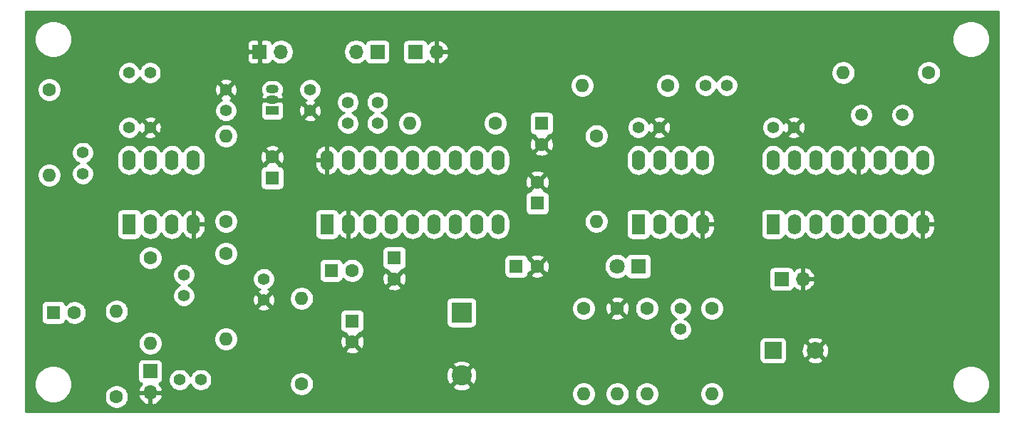
<source format=gtl>
G04 #@! TF.GenerationSoftware,KiCad,Pcbnew,5.1.8-5.1.8*
G04 #@! TF.CreationDate,2021-12-06T17:42:23+01:00*
G04 #@! TF.ProjectId,Dcf77_Elrad,44636637-375f-4456-9c72-61642e6b6963,1.0*
G04 #@! TF.SameCoordinates,Original*
G04 #@! TF.FileFunction,Copper,L1,Top*
G04 #@! TF.FilePolarity,Positive*
%FSLAX46Y46*%
G04 Gerber Fmt 4.6, Leading zero omitted, Abs format (unit mm)*
G04 Created by KiCad (PCBNEW 5.1.8-5.1.8) date 2021-12-06 17:42:23*
%MOMM*%
%LPD*%
G01*
G04 APERTURE LIST*
G04 #@! TA.AperFunction,ComponentPad*
%ADD10O,1.700000X1.700000*%
G04 #@! TD*
G04 #@! TA.AperFunction,ComponentPad*
%ADD11R,1.700000X1.700000*%
G04 #@! TD*
G04 #@! TA.AperFunction,ComponentPad*
%ADD12O,1.600000X1.600000*%
G04 #@! TD*
G04 #@! TA.AperFunction,ComponentPad*
%ADD13C,1.600000*%
G04 #@! TD*
G04 #@! TA.AperFunction,ComponentPad*
%ADD14R,1.500000X1.050000*%
G04 #@! TD*
G04 #@! TA.AperFunction,ComponentPad*
%ADD15O,1.500000X1.050000*%
G04 #@! TD*
G04 #@! TA.AperFunction,ComponentPad*
%ADD16O,1.600000X2.400000*%
G04 #@! TD*
G04 #@! TA.AperFunction,ComponentPad*
%ADD17R,1.600000X2.400000*%
G04 #@! TD*
G04 #@! TA.AperFunction,ComponentPad*
%ADD18C,1.400000*%
G04 #@! TD*
G04 #@! TA.AperFunction,ComponentPad*
%ADD19R,1.600000X1.600000*%
G04 #@! TD*
G04 #@! TA.AperFunction,ComponentPad*
%ADD20C,2.400000*%
G04 #@! TD*
G04 #@! TA.AperFunction,ComponentPad*
%ADD21R,2.400000X2.400000*%
G04 #@! TD*
G04 #@! TA.AperFunction,ComponentPad*
%ADD22C,2.000000*%
G04 #@! TD*
G04 #@! TA.AperFunction,ComponentPad*
%ADD23R,2.000000X2.000000*%
G04 #@! TD*
G04 #@! TA.AperFunction,ComponentPad*
%ADD24C,1.800000*%
G04 #@! TD*
G04 #@! TA.AperFunction,ComponentPad*
%ADD25R,1.800000X1.800000*%
G04 #@! TD*
G04 #@! TA.AperFunction,ComponentPad*
%ADD26C,1.500000*%
G04 #@! TD*
G04 #@! TA.AperFunction,Conductor*
%ADD27C,0.254000*%
G04 #@! TD*
G04 #@! TA.AperFunction,Conductor*
%ADD28C,0.100000*%
G04 #@! TD*
G04 APERTURE END LIST*
D10*
X139964000Y-82992000D03*
D11*
X137424000Y-82992000D03*
D10*
X121464000Y-82992000D03*
D11*
X118924000Y-82992000D03*
D10*
X130384000Y-82992000D03*
D11*
X132924000Y-82992000D03*
D10*
X105924000Y-123532000D03*
D11*
X105924000Y-120992000D03*
D10*
X183464000Y-109992000D03*
D11*
X180924000Y-109992000D03*
D12*
X101924000Y-113832000D03*
D13*
X101924000Y-123992000D03*
D12*
X93924000Y-97652000D03*
D13*
X93924000Y-87492000D03*
D12*
X114924000Y-92992000D03*
D13*
X114924000Y-103152000D03*
D12*
X105924000Y-117652000D03*
D13*
X105924000Y-107492000D03*
D12*
X114924000Y-117152000D03*
D13*
X114924000Y-106992000D03*
D14*
X120424000Y-89992000D03*
D15*
X120424000Y-87452000D03*
X120424000Y-88722000D03*
D16*
X103424000Y-95872000D03*
X111044000Y-103492000D03*
X105964000Y-95872000D03*
X108504000Y-103492000D03*
X108504000Y-95872000D03*
X105964000Y-103492000D03*
X111044000Y-95872000D03*
D17*
X103424000Y-103492000D03*
D18*
X105924000Y-91992000D03*
X103424000Y-91992000D03*
X114924000Y-89992000D03*
X114924000Y-87492000D03*
X124924000Y-87492000D03*
X124924000Y-89992000D03*
D13*
X96924000Y-113992000D03*
D19*
X94424000Y-113992000D03*
D18*
X111924000Y-121992000D03*
X109424000Y-121992000D03*
X97924000Y-97492000D03*
X97924000Y-94992000D03*
X103424000Y-85492000D03*
X105924000Y-85492000D03*
X109924000Y-109492000D03*
X109924000Y-111992000D03*
X119424000Y-112492000D03*
X119424000Y-109992000D03*
X132924000Y-88992000D03*
X132924000Y-91492000D03*
X129424000Y-88992000D03*
X129424000Y-91492000D03*
D12*
X123924000Y-112332000D03*
D13*
X123924000Y-122492000D03*
X151924000Y-108492000D03*
D19*
X149424000Y-108492000D03*
D20*
X142924000Y-121492000D03*
D21*
X142924000Y-113992000D03*
D13*
X129924000Y-117492000D03*
D19*
X129924000Y-114992000D03*
D13*
X134924000Y-109992000D03*
D19*
X134924000Y-107492000D03*
D13*
X129924000Y-108992000D03*
D19*
X127424000Y-108992000D03*
D12*
X172674000Y-123652000D03*
D13*
X172674000Y-113492000D03*
D12*
X161424000Y-123652000D03*
D13*
X161424000Y-113492000D03*
D12*
X157424000Y-123652000D03*
D13*
X157424000Y-113492000D03*
D22*
X184924000Y-118492000D03*
D23*
X179924000Y-118492000D03*
D13*
X151924000Y-98492000D03*
D19*
X151924000Y-100992000D03*
D13*
X152424000Y-93992000D03*
D19*
X152424000Y-91492000D03*
D13*
X120424000Y-95492000D03*
D19*
X120424000Y-97992000D03*
D12*
X158924000Y-103152000D03*
D13*
X158924000Y-92992000D03*
D12*
X164924000Y-123652000D03*
D13*
X164924000Y-113492000D03*
D24*
X161384000Y-108492000D03*
D25*
X163924000Y-108492000D03*
D18*
X168924000Y-113492000D03*
X168924000Y-115992000D03*
D16*
X163924000Y-95872000D03*
X171544000Y-103492000D03*
X166464000Y-95872000D03*
X169004000Y-103492000D03*
X169004000Y-95872000D03*
X166464000Y-103492000D03*
X171544000Y-95872000D03*
D17*
X163924000Y-103492000D03*
D18*
X166424000Y-91992000D03*
X163924000Y-91992000D03*
D12*
X157264000Y-86992000D03*
D13*
X167424000Y-86992000D03*
D12*
X136764000Y-91492000D03*
D13*
X146924000Y-91492000D03*
D16*
X126924000Y-95872000D03*
X147244000Y-103492000D03*
X129464000Y-95872000D03*
X144704000Y-103492000D03*
X132004000Y-95872000D03*
X142164000Y-103492000D03*
X134544000Y-95872000D03*
X139624000Y-103492000D03*
X137084000Y-95872000D03*
X137084000Y-103492000D03*
X139624000Y-95872000D03*
X134544000Y-103492000D03*
X142164000Y-95872000D03*
X132004000Y-103492000D03*
X144704000Y-95872000D03*
X129464000Y-103492000D03*
X147244000Y-95872000D03*
D17*
X126924000Y-103492000D03*
D16*
X179924000Y-95872000D03*
X197704000Y-103492000D03*
X182464000Y-95872000D03*
X195164000Y-103492000D03*
X185004000Y-95872000D03*
X192624000Y-103492000D03*
X187544000Y-95872000D03*
X190084000Y-103492000D03*
X190084000Y-95872000D03*
X187544000Y-103492000D03*
X192624000Y-95872000D03*
X185004000Y-103492000D03*
X195164000Y-95872000D03*
X182464000Y-103492000D03*
X197704000Y-95872000D03*
D17*
X179924000Y-103492000D03*
D18*
X171924000Y-86992000D03*
X174424000Y-86992000D03*
D12*
X188264000Y-85492000D03*
D13*
X198424000Y-85492000D03*
D18*
X179924000Y-91992000D03*
X182424000Y-91992000D03*
D26*
X190424000Y-90492000D03*
X195304000Y-90492000D03*
D27*
X206739001Y-125807000D02*
X91109000Y-125807000D01*
X91109000Y-122271872D01*
X92189000Y-122271872D01*
X92189000Y-122712128D01*
X92274890Y-123143925D01*
X92443369Y-123550669D01*
X92687962Y-123916729D01*
X92999271Y-124228038D01*
X93365331Y-124472631D01*
X93772075Y-124641110D01*
X94203872Y-124727000D01*
X94644128Y-124727000D01*
X95075925Y-124641110D01*
X95482669Y-124472631D01*
X95848729Y-124228038D01*
X96160038Y-123916729D01*
X96204180Y-123850665D01*
X100489000Y-123850665D01*
X100489000Y-124133335D01*
X100544147Y-124410574D01*
X100652320Y-124671727D01*
X100809363Y-124906759D01*
X101009241Y-125106637D01*
X101244273Y-125263680D01*
X101505426Y-125371853D01*
X101782665Y-125427000D01*
X102065335Y-125427000D01*
X102342574Y-125371853D01*
X102603727Y-125263680D01*
X102838759Y-125106637D01*
X103038637Y-124906759D01*
X103195680Y-124671727D01*
X103303853Y-124410574D01*
X103359000Y-124133335D01*
X103359000Y-123888891D01*
X104482519Y-123888891D01*
X104579843Y-124163252D01*
X104728822Y-124413355D01*
X104923731Y-124629588D01*
X105157080Y-124803641D01*
X105419901Y-124928825D01*
X105567110Y-124973476D01*
X105797000Y-124852155D01*
X105797000Y-123659000D01*
X106051000Y-123659000D01*
X106051000Y-124852155D01*
X106280890Y-124973476D01*
X106428099Y-124928825D01*
X106690920Y-124803641D01*
X106924269Y-124629588D01*
X107119178Y-124413355D01*
X107268157Y-124163252D01*
X107365481Y-123888891D01*
X107244814Y-123659000D01*
X106051000Y-123659000D01*
X105797000Y-123659000D01*
X104603186Y-123659000D01*
X104482519Y-123888891D01*
X103359000Y-123888891D01*
X103359000Y-123850665D01*
X103303853Y-123573426D01*
X103195680Y-123312273D01*
X103038637Y-123077241D01*
X102838759Y-122877363D01*
X102603727Y-122720320D01*
X102342574Y-122612147D01*
X102065335Y-122557000D01*
X101782665Y-122557000D01*
X101505426Y-122612147D01*
X101244273Y-122720320D01*
X101009241Y-122877363D01*
X100809363Y-123077241D01*
X100652320Y-123312273D01*
X100544147Y-123573426D01*
X100489000Y-123850665D01*
X96204180Y-123850665D01*
X96404631Y-123550669D01*
X96573110Y-123143925D01*
X96659000Y-122712128D01*
X96659000Y-122271872D01*
X96573110Y-121840075D01*
X96404631Y-121433331D01*
X96160038Y-121067271D01*
X95848729Y-120755962D01*
X95482669Y-120511369D01*
X95075925Y-120342890D01*
X94644128Y-120257000D01*
X94203872Y-120257000D01*
X93772075Y-120342890D01*
X93365331Y-120511369D01*
X92999271Y-120755962D01*
X92687962Y-121067271D01*
X92443369Y-121433331D01*
X92274890Y-121840075D01*
X92189000Y-122271872D01*
X91109000Y-122271872D01*
X91109000Y-120142000D01*
X104435928Y-120142000D01*
X104435928Y-121842000D01*
X104448188Y-121966482D01*
X104484498Y-122086180D01*
X104543463Y-122196494D01*
X104622815Y-122293185D01*
X104719506Y-122372537D01*
X104829820Y-122431502D01*
X104905626Y-122454498D01*
X104728822Y-122650645D01*
X104579843Y-122900748D01*
X104482519Y-123175109D01*
X104603186Y-123405000D01*
X105797000Y-123405000D01*
X105797000Y-123385000D01*
X106051000Y-123385000D01*
X106051000Y-123405000D01*
X107244814Y-123405000D01*
X107365481Y-123175109D01*
X107268157Y-122900748D01*
X107119178Y-122650645D01*
X106942374Y-122454498D01*
X107018180Y-122431502D01*
X107128494Y-122372537D01*
X107225185Y-122293185D01*
X107304537Y-122196494D01*
X107363502Y-122086180D01*
X107399812Y-121966482D01*
X107410248Y-121860514D01*
X108089000Y-121860514D01*
X108089000Y-122123486D01*
X108140304Y-122381405D01*
X108240939Y-122624359D01*
X108387038Y-122843013D01*
X108572987Y-123028962D01*
X108791641Y-123175061D01*
X109034595Y-123275696D01*
X109292514Y-123327000D01*
X109555486Y-123327000D01*
X109813405Y-123275696D01*
X110056359Y-123175061D01*
X110275013Y-123028962D01*
X110460962Y-122843013D01*
X110607061Y-122624359D01*
X110674000Y-122462754D01*
X110740939Y-122624359D01*
X110887038Y-122843013D01*
X111072987Y-123028962D01*
X111291641Y-123175061D01*
X111534595Y-123275696D01*
X111792514Y-123327000D01*
X112055486Y-123327000D01*
X112313405Y-123275696D01*
X112556359Y-123175061D01*
X112775013Y-123028962D01*
X112960962Y-122843013D01*
X113107061Y-122624359D01*
X113207696Y-122381405D01*
X113213810Y-122350665D01*
X122489000Y-122350665D01*
X122489000Y-122633335D01*
X122544147Y-122910574D01*
X122652320Y-123171727D01*
X122809363Y-123406759D01*
X123009241Y-123606637D01*
X123244273Y-123763680D01*
X123505426Y-123871853D01*
X123782665Y-123927000D01*
X124065335Y-123927000D01*
X124342574Y-123871853D01*
X124603727Y-123763680D01*
X124838759Y-123606637D01*
X124934731Y-123510665D01*
X155989000Y-123510665D01*
X155989000Y-123793335D01*
X156044147Y-124070574D01*
X156152320Y-124331727D01*
X156309363Y-124566759D01*
X156509241Y-124766637D01*
X156744273Y-124923680D01*
X157005426Y-125031853D01*
X157282665Y-125087000D01*
X157565335Y-125087000D01*
X157842574Y-125031853D01*
X158103727Y-124923680D01*
X158338759Y-124766637D01*
X158538637Y-124566759D01*
X158695680Y-124331727D01*
X158803853Y-124070574D01*
X158859000Y-123793335D01*
X158859000Y-123510665D01*
X159989000Y-123510665D01*
X159989000Y-123793335D01*
X160044147Y-124070574D01*
X160152320Y-124331727D01*
X160309363Y-124566759D01*
X160509241Y-124766637D01*
X160744273Y-124923680D01*
X161005426Y-125031853D01*
X161282665Y-125087000D01*
X161565335Y-125087000D01*
X161842574Y-125031853D01*
X162103727Y-124923680D01*
X162338759Y-124766637D01*
X162538637Y-124566759D01*
X162695680Y-124331727D01*
X162803853Y-124070574D01*
X162859000Y-123793335D01*
X162859000Y-123510665D01*
X163489000Y-123510665D01*
X163489000Y-123793335D01*
X163544147Y-124070574D01*
X163652320Y-124331727D01*
X163809363Y-124566759D01*
X164009241Y-124766637D01*
X164244273Y-124923680D01*
X164505426Y-125031853D01*
X164782665Y-125087000D01*
X165065335Y-125087000D01*
X165342574Y-125031853D01*
X165603727Y-124923680D01*
X165838759Y-124766637D01*
X166038637Y-124566759D01*
X166195680Y-124331727D01*
X166303853Y-124070574D01*
X166359000Y-123793335D01*
X166359000Y-123510665D01*
X171239000Y-123510665D01*
X171239000Y-123793335D01*
X171294147Y-124070574D01*
X171402320Y-124331727D01*
X171559363Y-124566759D01*
X171759241Y-124766637D01*
X171994273Y-124923680D01*
X172255426Y-125031853D01*
X172532665Y-125087000D01*
X172815335Y-125087000D01*
X173092574Y-125031853D01*
X173353727Y-124923680D01*
X173588759Y-124766637D01*
X173788637Y-124566759D01*
X173945680Y-124331727D01*
X174053853Y-124070574D01*
X174109000Y-123793335D01*
X174109000Y-123510665D01*
X174053853Y-123233426D01*
X173945680Y-122972273D01*
X173788637Y-122737241D01*
X173588759Y-122537363D01*
X173353727Y-122380320D01*
X173092574Y-122272147D01*
X173091192Y-122271872D01*
X201189000Y-122271872D01*
X201189000Y-122712128D01*
X201274890Y-123143925D01*
X201443369Y-123550669D01*
X201687962Y-123916729D01*
X201999271Y-124228038D01*
X202365331Y-124472631D01*
X202772075Y-124641110D01*
X203203872Y-124727000D01*
X203644128Y-124727000D01*
X204075925Y-124641110D01*
X204482669Y-124472631D01*
X204848729Y-124228038D01*
X205160038Y-123916729D01*
X205404631Y-123550669D01*
X205573110Y-123143925D01*
X205659000Y-122712128D01*
X205659000Y-122271872D01*
X205573110Y-121840075D01*
X205404631Y-121433331D01*
X205160038Y-121067271D01*
X204848729Y-120755962D01*
X204482669Y-120511369D01*
X204075925Y-120342890D01*
X203644128Y-120257000D01*
X203203872Y-120257000D01*
X202772075Y-120342890D01*
X202365331Y-120511369D01*
X201999271Y-120755962D01*
X201687962Y-121067271D01*
X201443369Y-121433331D01*
X201274890Y-121840075D01*
X201189000Y-122271872D01*
X173091192Y-122271872D01*
X172815335Y-122217000D01*
X172532665Y-122217000D01*
X172255426Y-122272147D01*
X171994273Y-122380320D01*
X171759241Y-122537363D01*
X171559363Y-122737241D01*
X171402320Y-122972273D01*
X171294147Y-123233426D01*
X171239000Y-123510665D01*
X166359000Y-123510665D01*
X166303853Y-123233426D01*
X166195680Y-122972273D01*
X166038637Y-122737241D01*
X165838759Y-122537363D01*
X165603727Y-122380320D01*
X165342574Y-122272147D01*
X165065335Y-122217000D01*
X164782665Y-122217000D01*
X164505426Y-122272147D01*
X164244273Y-122380320D01*
X164009241Y-122537363D01*
X163809363Y-122737241D01*
X163652320Y-122972273D01*
X163544147Y-123233426D01*
X163489000Y-123510665D01*
X162859000Y-123510665D01*
X162803853Y-123233426D01*
X162695680Y-122972273D01*
X162538637Y-122737241D01*
X162338759Y-122537363D01*
X162103727Y-122380320D01*
X161842574Y-122272147D01*
X161565335Y-122217000D01*
X161282665Y-122217000D01*
X161005426Y-122272147D01*
X160744273Y-122380320D01*
X160509241Y-122537363D01*
X160309363Y-122737241D01*
X160152320Y-122972273D01*
X160044147Y-123233426D01*
X159989000Y-123510665D01*
X158859000Y-123510665D01*
X158803853Y-123233426D01*
X158695680Y-122972273D01*
X158538637Y-122737241D01*
X158338759Y-122537363D01*
X158103727Y-122380320D01*
X157842574Y-122272147D01*
X157565335Y-122217000D01*
X157282665Y-122217000D01*
X157005426Y-122272147D01*
X156744273Y-122380320D01*
X156509241Y-122537363D01*
X156309363Y-122737241D01*
X156152320Y-122972273D01*
X156044147Y-123233426D01*
X155989000Y-123510665D01*
X124934731Y-123510665D01*
X125038637Y-123406759D01*
X125195680Y-123171727D01*
X125303853Y-122910574D01*
X125331819Y-122769980D01*
X141825626Y-122769980D01*
X141945514Y-123054836D01*
X142269210Y-123215699D01*
X142618069Y-123310322D01*
X142978684Y-123335067D01*
X143337198Y-123288985D01*
X143679833Y-123173846D01*
X143902486Y-123054836D01*
X144022374Y-122769980D01*
X142924000Y-121671605D01*
X141825626Y-122769980D01*
X125331819Y-122769980D01*
X125359000Y-122633335D01*
X125359000Y-122350665D01*
X125303853Y-122073426D01*
X125195680Y-121812273D01*
X125038637Y-121577241D01*
X125008080Y-121546684D01*
X141080933Y-121546684D01*
X141127015Y-121905198D01*
X141242154Y-122247833D01*
X141361164Y-122470486D01*
X141646020Y-122590374D01*
X142744395Y-121492000D01*
X143103605Y-121492000D01*
X144201980Y-122590374D01*
X144486836Y-122470486D01*
X144647699Y-122146790D01*
X144742322Y-121797931D01*
X144767067Y-121437316D01*
X144720985Y-121078802D01*
X144605846Y-120736167D01*
X144486836Y-120513514D01*
X144201980Y-120393626D01*
X143103605Y-121492000D01*
X142744395Y-121492000D01*
X141646020Y-120393626D01*
X141361164Y-120513514D01*
X141200301Y-120837210D01*
X141105678Y-121186069D01*
X141080933Y-121546684D01*
X125008080Y-121546684D01*
X124838759Y-121377363D01*
X124603727Y-121220320D01*
X124342574Y-121112147D01*
X124065335Y-121057000D01*
X123782665Y-121057000D01*
X123505426Y-121112147D01*
X123244273Y-121220320D01*
X123009241Y-121377363D01*
X122809363Y-121577241D01*
X122652320Y-121812273D01*
X122544147Y-122073426D01*
X122489000Y-122350665D01*
X113213810Y-122350665D01*
X113259000Y-122123486D01*
X113259000Y-121860514D01*
X113207696Y-121602595D01*
X113107061Y-121359641D01*
X112960962Y-121140987D01*
X112775013Y-120955038D01*
X112556359Y-120808939D01*
X112313405Y-120708304D01*
X112055486Y-120657000D01*
X111792514Y-120657000D01*
X111534595Y-120708304D01*
X111291641Y-120808939D01*
X111072987Y-120955038D01*
X110887038Y-121140987D01*
X110740939Y-121359641D01*
X110674000Y-121521246D01*
X110607061Y-121359641D01*
X110460962Y-121140987D01*
X110275013Y-120955038D01*
X110056359Y-120808939D01*
X109813405Y-120708304D01*
X109555486Y-120657000D01*
X109292514Y-120657000D01*
X109034595Y-120708304D01*
X108791641Y-120808939D01*
X108572987Y-120955038D01*
X108387038Y-121140987D01*
X108240939Y-121359641D01*
X108140304Y-121602595D01*
X108089000Y-121860514D01*
X107410248Y-121860514D01*
X107412072Y-121842000D01*
X107412072Y-120214020D01*
X141825626Y-120214020D01*
X142924000Y-121312395D01*
X144022374Y-120214020D01*
X143902486Y-119929164D01*
X143578790Y-119768301D01*
X143229931Y-119673678D01*
X142869316Y-119648933D01*
X142510802Y-119695015D01*
X142168167Y-119810154D01*
X141945514Y-119929164D01*
X141825626Y-120214020D01*
X107412072Y-120214020D01*
X107412072Y-120142000D01*
X107399812Y-120017518D01*
X107363502Y-119897820D01*
X107304537Y-119787506D01*
X107225185Y-119690815D01*
X107128494Y-119611463D01*
X107018180Y-119552498D01*
X106898482Y-119516188D01*
X106774000Y-119503928D01*
X105074000Y-119503928D01*
X104949518Y-119516188D01*
X104829820Y-119552498D01*
X104719506Y-119611463D01*
X104622815Y-119690815D01*
X104543463Y-119787506D01*
X104484498Y-119897820D01*
X104448188Y-120017518D01*
X104435928Y-120142000D01*
X91109000Y-120142000D01*
X91109000Y-117510665D01*
X104489000Y-117510665D01*
X104489000Y-117793335D01*
X104544147Y-118070574D01*
X104652320Y-118331727D01*
X104809363Y-118566759D01*
X105009241Y-118766637D01*
X105244273Y-118923680D01*
X105505426Y-119031853D01*
X105782665Y-119087000D01*
X106065335Y-119087000D01*
X106342574Y-119031853D01*
X106603727Y-118923680D01*
X106838759Y-118766637D01*
X107038637Y-118566759D01*
X107195680Y-118331727D01*
X107303853Y-118070574D01*
X107359000Y-117793335D01*
X107359000Y-117510665D01*
X107303853Y-117233426D01*
X107211583Y-117010665D01*
X113489000Y-117010665D01*
X113489000Y-117293335D01*
X113544147Y-117570574D01*
X113652320Y-117831727D01*
X113809363Y-118066759D01*
X114009241Y-118266637D01*
X114244273Y-118423680D01*
X114505426Y-118531853D01*
X114782665Y-118587000D01*
X115065335Y-118587000D01*
X115342574Y-118531853D01*
X115456406Y-118484702D01*
X129110903Y-118484702D01*
X129182486Y-118728671D01*
X129437996Y-118849571D01*
X129712184Y-118918300D01*
X129994512Y-118932217D01*
X130274130Y-118890787D01*
X130540292Y-118795603D01*
X130665514Y-118728671D01*
X130737097Y-118484702D01*
X129924000Y-117671605D01*
X129110903Y-118484702D01*
X115456406Y-118484702D01*
X115603727Y-118423680D01*
X115838759Y-118266637D01*
X116038637Y-118066759D01*
X116195680Y-117831727D01*
X116303853Y-117570574D01*
X116305456Y-117562512D01*
X128483783Y-117562512D01*
X128525213Y-117842130D01*
X128620397Y-118108292D01*
X128687329Y-118233514D01*
X128931298Y-118305097D01*
X129744395Y-117492000D01*
X130103605Y-117492000D01*
X130916702Y-118305097D01*
X131160671Y-118233514D01*
X131281571Y-117978004D01*
X131350300Y-117703816D01*
X131360741Y-117492000D01*
X178285928Y-117492000D01*
X178285928Y-119492000D01*
X178298188Y-119616482D01*
X178334498Y-119736180D01*
X178393463Y-119846494D01*
X178472815Y-119943185D01*
X178569506Y-120022537D01*
X178679820Y-120081502D01*
X178799518Y-120117812D01*
X178924000Y-120130072D01*
X180924000Y-120130072D01*
X181048482Y-120117812D01*
X181168180Y-120081502D01*
X181278494Y-120022537D01*
X181375185Y-119943185D01*
X181454537Y-119846494D01*
X181513502Y-119736180D01*
X181546496Y-119627413D01*
X183968192Y-119627413D01*
X184063956Y-119891814D01*
X184353571Y-120032704D01*
X184665108Y-120114384D01*
X184986595Y-120133718D01*
X185305675Y-120089961D01*
X185610088Y-119984795D01*
X185784044Y-119891814D01*
X185879808Y-119627413D01*
X184924000Y-118671605D01*
X183968192Y-119627413D01*
X181546496Y-119627413D01*
X181549812Y-119616482D01*
X181562072Y-119492000D01*
X181562072Y-118554595D01*
X183282282Y-118554595D01*
X183326039Y-118873675D01*
X183431205Y-119178088D01*
X183524186Y-119352044D01*
X183788587Y-119447808D01*
X184744395Y-118492000D01*
X185103605Y-118492000D01*
X186059413Y-119447808D01*
X186323814Y-119352044D01*
X186464704Y-119062429D01*
X186546384Y-118750892D01*
X186565718Y-118429405D01*
X186521961Y-118110325D01*
X186416795Y-117805912D01*
X186323814Y-117631956D01*
X186059413Y-117536192D01*
X185103605Y-118492000D01*
X184744395Y-118492000D01*
X183788587Y-117536192D01*
X183524186Y-117631956D01*
X183383296Y-117921571D01*
X183301616Y-118233108D01*
X183282282Y-118554595D01*
X181562072Y-118554595D01*
X181562072Y-117492000D01*
X181549812Y-117367518D01*
X181546497Y-117356587D01*
X183968192Y-117356587D01*
X184924000Y-118312395D01*
X185879808Y-117356587D01*
X185784044Y-117092186D01*
X185494429Y-116951296D01*
X185182892Y-116869616D01*
X184861405Y-116850282D01*
X184542325Y-116894039D01*
X184237912Y-116999205D01*
X184063956Y-117092186D01*
X183968192Y-117356587D01*
X181546497Y-117356587D01*
X181513502Y-117247820D01*
X181454537Y-117137506D01*
X181375185Y-117040815D01*
X181278494Y-116961463D01*
X181168180Y-116902498D01*
X181048482Y-116866188D01*
X180924000Y-116853928D01*
X178924000Y-116853928D01*
X178799518Y-116866188D01*
X178679820Y-116902498D01*
X178569506Y-116961463D01*
X178472815Y-117040815D01*
X178393463Y-117137506D01*
X178334498Y-117247820D01*
X178298188Y-117367518D01*
X178285928Y-117492000D01*
X131360741Y-117492000D01*
X131364217Y-117421488D01*
X131322787Y-117141870D01*
X131227603Y-116875708D01*
X131160671Y-116750486D01*
X130916702Y-116678903D01*
X130103605Y-117492000D01*
X129744395Y-117492000D01*
X128931298Y-116678903D01*
X128687329Y-116750486D01*
X128566429Y-117005996D01*
X128497700Y-117280184D01*
X128483783Y-117562512D01*
X116305456Y-117562512D01*
X116359000Y-117293335D01*
X116359000Y-117010665D01*
X116303853Y-116733426D01*
X116195680Y-116472273D01*
X116038637Y-116237241D01*
X115838759Y-116037363D01*
X115603727Y-115880320D01*
X115342574Y-115772147D01*
X115065335Y-115717000D01*
X114782665Y-115717000D01*
X114505426Y-115772147D01*
X114244273Y-115880320D01*
X114009241Y-116037363D01*
X113809363Y-116237241D01*
X113652320Y-116472273D01*
X113544147Y-116733426D01*
X113489000Y-117010665D01*
X107211583Y-117010665D01*
X107195680Y-116972273D01*
X107038637Y-116737241D01*
X106838759Y-116537363D01*
X106603727Y-116380320D01*
X106342574Y-116272147D01*
X106065335Y-116217000D01*
X105782665Y-116217000D01*
X105505426Y-116272147D01*
X105244273Y-116380320D01*
X105009241Y-116537363D01*
X104809363Y-116737241D01*
X104652320Y-116972273D01*
X104544147Y-117233426D01*
X104489000Y-117510665D01*
X91109000Y-117510665D01*
X91109000Y-113192000D01*
X92985928Y-113192000D01*
X92985928Y-114792000D01*
X92998188Y-114916482D01*
X93034498Y-115036180D01*
X93093463Y-115146494D01*
X93172815Y-115243185D01*
X93269506Y-115322537D01*
X93379820Y-115381502D01*
X93499518Y-115417812D01*
X93624000Y-115430072D01*
X95224000Y-115430072D01*
X95348482Y-115417812D01*
X95468180Y-115381502D01*
X95578494Y-115322537D01*
X95675185Y-115243185D01*
X95754537Y-115146494D01*
X95813502Y-115036180D01*
X95842661Y-114940057D01*
X96009241Y-115106637D01*
X96244273Y-115263680D01*
X96505426Y-115371853D01*
X96782665Y-115427000D01*
X97065335Y-115427000D01*
X97342574Y-115371853D01*
X97603727Y-115263680D01*
X97838759Y-115106637D01*
X98038637Y-114906759D01*
X98195680Y-114671727D01*
X98303853Y-114410574D01*
X98359000Y-114133335D01*
X98359000Y-113850665D01*
X98327174Y-113690665D01*
X100489000Y-113690665D01*
X100489000Y-113973335D01*
X100544147Y-114250574D01*
X100652320Y-114511727D01*
X100809363Y-114746759D01*
X101009241Y-114946637D01*
X101244273Y-115103680D01*
X101505426Y-115211853D01*
X101782665Y-115267000D01*
X102065335Y-115267000D01*
X102342574Y-115211853D01*
X102603727Y-115103680D01*
X102838759Y-114946637D01*
X103038637Y-114746759D01*
X103195680Y-114511727D01*
X103303853Y-114250574D01*
X103315504Y-114192000D01*
X128485928Y-114192000D01*
X128485928Y-115792000D01*
X128498188Y-115916482D01*
X128534498Y-116036180D01*
X128593463Y-116146494D01*
X128672815Y-116243185D01*
X128769506Y-116322537D01*
X128879820Y-116381502D01*
X128999518Y-116417812D01*
X129124000Y-116430072D01*
X129131215Y-116430072D01*
X129110903Y-116499298D01*
X129924000Y-117312395D01*
X130737097Y-116499298D01*
X130716785Y-116430072D01*
X130724000Y-116430072D01*
X130848482Y-116417812D01*
X130968180Y-116381502D01*
X131078494Y-116322537D01*
X131175185Y-116243185D01*
X131254537Y-116146494D01*
X131313502Y-116036180D01*
X131349812Y-115916482D01*
X131362072Y-115792000D01*
X131362072Y-114192000D01*
X131349812Y-114067518D01*
X131313502Y-113947820D01*
X131254537Y-113837506D01*
X131175185Y-113740815D01*
X131078494Y-113661463D01*
X130968180Y-113602498D01*
X130848482Y-113566188D01*
X130724000Y-113553928D01*
X129124000Y-113553928D01*
X128999518Y-113566188D01*
X128879820Y-113602498D01*
X128769506Y-113661463D01*
X128672815Y-113740815D01*
X128593463Y-113837506D01*
X128534498Y-113947820D01*
X128498188Y-114067518D01*
X128485928Y-114192000D01*
X103315504Y-114192000D01*
X103359000Y-113973335D01*
X103359000Y-113690665D01*
X103303853Y-113413426D01*
X103303788Y-113413269D01*
X118682336Y-113413269D01*
X118741797Y-113647037D01*
X118980242Y-113757934D01*
X119235740Y-113820183D01*
X119498473Y-113831390D01*
X119758344Y-113791125D01*
X120005366Y-113700935D01*
X120106203Y-113647037D01*
X120165664Y-113413269D01*
X119424000Y-112671605D01*
X118682336Y-113413269D01*
X103303788Y-113413269D01*
X103195680Y-113152273D01*
X103038637Y-112917241D01*
X102838759Y-112717363D01*
X102603727Y-112560320D01*
X102342574Y-112452147D01*
X102065335Y-112397000D01*
X101782665Y-112397000D01*
X101505426Y-112452147D01*
X101244273Y-112560320D01*
X101009241Y-112717363D01*
X100809363Y-112917241D01*
X100652320Y-113152273D01*
X100544147Y-113413426D01*
X100489000Y-113690665D01*
X98327174Y-113690665D01*
X98303853Y-113573426D01*
X98195680Y-113312273D01*
X98038637Y-113077241D01*
X97838759Y-112877363D01*
X97603727Y-112720320D01*
X97342574Y-112612147D01*
X97065335Y-112557000D01*
X96782665Y-112557000D01*
X96505426Y-112612147D01*
X96244273Y-112720320D01*
X96009241Y-112877363D01*
X95842661Y-113043943D01*
X95813502Y-112947820D01*
X95754537Y-112837506D01*
X95675185Y-112740815D01*
X95578494Y-112661463D01*
X95468180Y-112602498D01*
X95348482Y-112566188D01*
X95224000Y-112553928D01*
X93624000Y-112553928D01*
X93499518Y-112566188D01*
X93379820Y-112602498D01*
X93269506Y-112661463D01*
X93172815Y-112740815D01*
X93093463Y-112837506D01*
X93034498Y-112947820D01*
X92998188Y-113067518D01*
X92985928Y-113192000D01*
X91109000Y-113192000D01*
X91109000Y-109360514D01*
X108589000Y-109360514D01*
X108589000Y-109623486D01*
X108640304Y-109881405D01*
X108740939Y-110124359D01*
X108887038Y-110343013D01*
X109072987Y-110528962D01*
X109291641Y-110675061D01*
X109453246Y-110742000D01*
X109291641Y-110808939D01*
X109072987Y-110955038D01*
X108887038Y-111140987D01*
X108740939Y-111359641D01*
X108640304Y-111602595D01*
X108589000Y-111860514D01*
X108589000Y-112123486D01*
X108640304Y-112381405D01*
X108740939Y-112624359D01*
X108887038Y-112843013D01*
X109072987Y-113028962D01*
X109291641Y-113175061D01*
X109534595Y-113275696D01*
X109792514Y-113327000D01*
X110055486Y-113327000D01*
X110313405Y-113275696D01*
X110556359Y-113175061D01*
X110775013Y-113028962D01*
X110960962Y-112843013D01*
X111107061Y-112624359D01*
X111131038Y-112566473D01*
X118084610Y-112566473D01*
X118124875Y-112826344D01*
X118215065Y-113073366D01*
X118268963Y-113174203D01*
X118502731Y-113233664D01*
X119244395Y-112492000D01*
X119603605Y-112492000D01*
X120345269Y-113233664D01*
X120579037Y-113174203D01*
X120689934Y-112935758D01*
X120752183Y-112680260D01*
X120763390Y-112417527D01*
X120728240Y-112190665D01*
X122489000Y-112190665D01*
X122489000Y-112473335D01*
X122544147Y-112750574D01*
X122652320Y-113011727D01*
X122809363Y-113246759D01*
X123009241Y-113446637D01*
X123244273Y-113603680D01*
X123505426Y-113711853D01*
X123782665Y-113767000D01*
X124065335Y-113767000D01*
X124342574Y-113711853D01*
X124603727Y-113603680D01*
X124838759Y-113446637D01*
X125038637Y-113246759D01*
X125195680Y-113011727D01*
X125286693Y-112792000D01*
X141085928Y-112792000D01*
X141085928Y-115192000D01*
X141098188Y-115316482D01*
X141134498Y-115436180D01*
X141193463Y-115546494D01*
X141272815Y-115643185D01*
X141369506Y-115722537D01*
X141479820Y-115781502D01*
X141599518Y-115817812D01*
X141724000Y-115830072D01*
X144124000Y-115830072D01*
X144248482Y-115817812D01*
X144368180Y-115781502D01*
X144478494Y-115722537D01*
X144575185Y-115643185D01*
X144654537Y-115546494D01*
X144713502Y-115436180D01*
X144749812Y-115316482D01*
X144762072Y-115192000D01*
X144762072Y-113350665D01*
X155989000Y-113350665D01*
X155989000Y-113633335D01*
X156044147Y-113910574D01*
X156152320Y-114171727D01*
X156309363Y-114406759D01*
X156509241Y-114606637D01*
X156744273Y-114763680D01*
X157005426Y-114871853D01*
X157282665Y-114927000D01*
X157565335Y-114927000D01*
X157842574Y-114871853D01*
X158103727Y-114763680D01*
X158338759Y-114606637D01*
X158460694Y-114484702D01*
X160610903Y-114484702D01*
X160682486Y-114728671D01*
X160937996Y-114849571D01*
X161212184Y-114918300D01*
X161494512Y-114932217D01*
X161774130Y-114890787D01*
X162040292Y-114795603D01*
X162165514Y-114728671D01*
X162237097Y-114484702D01*
X161424000Y-113671605D01*
X160610903Y-114484702D01*
X158460694Y-114484702D01*
X158538637Y-114406759D01*
X158695680Y-114171727D01*
X158803853Y-113910574D01*
X158859000Y-113633335D01*
X158859000Y-113562512D01*
X159983783Y-113562512D01*
X160025213Y-113842130D01*
X160120397Y-114108292D01*
X160187329Y-114233514D01*
X160431298Y-114305097D01*
X161244395Y-113492000D01*
X161603605Y-113492000D01*
X162416702Y-114305097D01*
X162660671Y-114233514D01*
X162781571Y-113978004D01*
X162850300Y-113703816D01*
X162864217Y-113421488D01*
X162853724Y-113350665D01*
X163489000Y-113350665D01*
X163489000Y-113633335D01*
X163544147Y-113910574D01*
X163652320Y-114171727D01*
X163809363Y-114406759D01*
X164009241Y-114606637D01*
X164244273Y-114763680D01*
X164505426Y-114871853D01*
X164782665Y-114927000D01*
X165065335Y-114927000D01*
X165342574Y-114871853D01*
X165603727Y-114763680D01*
X165838759Y-114606637D01*
X166038637Y-114406759D01*
X166195680Y-114171727D01*
X166303853Y-113910574D01*
X166359000Y-113633335D01*
X166359000Y-113360514D01*
X167589000Y-113360514D01*
X167589000Y-113623486D01*
X167640304Y-113881405D01*
X167740939Y-114124359D01*
X167887038Y-114343013D01*
X168072987Y-114528962D01*
X168291641Y-114675061D01*
X168453246Y-114742000D01*
X168291641Y-114808939D01*
X168072987Y-114955038D01*
X167887038Y-115140987D01*
X167740939Y-115359641D01*
X167640304Y-115602595D01*
X167589000Y-115860514D01*
X167589000Y-116123486D01*
X167640304Y-116381405D01*
X167740939Y-116624359D01*
X167887038Y-116843013D01*
X168072987Y-117028962D01*
X168291641Y-117175061D01*
X168534595Y-117275696D01*
X168792514Y-117327000D01*
X169055486Y-117327000D01*
X169313405Y-117275696D01*
X169556359Y-117175061D01*
X169775013Y-117028962D01*
X169960962Y-116843013D01*
X170107061Y-116624359D01*
X170207696Y-116381405D01*
X170259000Y-116123486D01*
X170259000Y-115860514D01*
X170207696Y-115602595D01*
X170107061Y-115359641D01*
X169960962Y-115140987D01*
X169775013Y-114955038D01*
X169556359Y-114808939D01*
X169394754Y-114742000D01*
X169556359Y-114675061D01*
X169775013Y-114528962D01*
X169960962Y-114343013D01*
X170107061Y-114124359D01*
X170207696Y-113881405D01*
X170259000Y-113623486D01*
X170259000Y-113360514D01*
X170257041Y-113350665D01*
X171239000Y-113350665D01*
X171239000Y-113633335D01*
X171294147Y-113910574D01*
X171402320Y-114171727D01*
X171559363Y-114406759D01*
X171759241Y-114606637D01*
X171994273Y-114763680D01*
X172255426Y-114871853D01*
X172532665Y-114927000D01*
X172815335Y-114927000D01*
X173092574Y-114871853D01*
X173353727Y-114763680D01*
X173588759Y-114606637D01*
X173788637Y-114406759D01*
X173945680Y-114171727D01*
X174053853Y-113910574D01*
X174109000Y-113633335D01*
X174109000Y-113350665D01*
X174053853Y-113073426D01*
X173945680Y-112812273D01*
X173788637Y-112577241D01*
X173588759Y-112377363D01*
X173353727Y-112220320D01*
X173092574Y-112112147D01*
X172815335Y-112057000D01*
X172532665Y-112057000D01*
X172255426Y-112112147D01*
X171994273Y-112220320D01*
X171759241Y-112377363D01*
X171559363Y-112577241D01*
X171402320Y-112812273D01*
X171294147Y-113073426D01*
X171239000Y-113350665D01*
X170257041Y-113350665D01*
X170207696Y-113102595D01*
X170107061Y-112859641D01*
X169960962Y-112640987D01*
X169775013Y-112455038D01*
X169556359Y-112308939D01*
X169313405Y-112208304D01*
X169055486Y-112157000D01*
X168792514Y-112157000D01*
X168534595Y-112208304D01*
X168291641Y-112308939D01*
X168072987Y-112455038D01*
X167887038Y-112640987D01*
X167740939Y-112859641D01*
X167640304Y-113102595D01*
X167589000Y-113360514D01*
X166359000Y-113360514D01*
X166359000Y-113350665D01*
X166303853Y-113073426D01*
X166195680Y-112812273D01*
X166038637Y-112577241D01*
X165838759Y-112377363D01*
X165603727Y-112220320D01*
X165342574Y-112112147D01*
X165065335Y-112057000D01*
X164782665Y-112057000D01*
X164505426Y-112112147D01*
X164244273Y-112220320D01*
X164009241Y-112377363D01*
X163809363Y-112577241D01*
X163652320Y-112812273D01*
X163544147Y-113073426D01*
X163489000Y-113350665D01*
X162853724Y-113350665D01*
X162822787Y-113141870D01*
X162727603Y-112875708D01*
X162660671Y-112750486D01*
X162416702Y-112678903D01*
X161603605Y-113492000D01*
X161244395Y-113492000D01*
X160431298Y-112678903D01*
X160187329Y-112750486D01*
X160066429Y-113005996D01*
X159997700Y-113280184D01*
X159983783Y-113562512D01*
X158859000Y-113562512D01*
X158859000Y-113350665D01*
X158803853Y-113073426D01*
X158695680Y-112812273D01*
X158538637Y-112577241D01*
X158460694Y-112499298D01*
X160610903Y-112499298D01*
X161424000Y-113312395D01*
X162237097Y-112499298D01*
X162165514Y-112255329D01*
X161910004Y-112134429D01*
X161635816Y-112065700D01*
X161353488Y-112051783D01*
X161073870Y-112093213D01*
X160807708Y-112188397D01*
X160682486Y-112255329D01*
X160610903Y-112499298D01*
X158460694Y-112499298D01*
X158338759Y-112377363D01*
X158103727Y-112220320D01*
X157842574Y-112112147D01*
X157565335Y-112057000D01*
X157282665Y-112057000D01*
X157005426Y-112112147D01*
X156744273Y-112220320D01*
X156509241Y-112377363D01*
X156309363Y-112577241D01*
X156152320Y-112812273D01*
X156044147Y-113073426D01*
X155989000Y-113350665D01*
X144762072Y-113350665D01*
X144762072Y-112792000D01*
X144749812Y-112667518D01*
X144713502Y-112547820D01*
X144654537Y-112437506D01*
X144575185Y-112340815D01*
X144478494Y-112261463D01*
X144368180Y-112202498D01*
X144248482Y-112166188D01*
X144124000Y-112153928D01*
X141724000Y-112153928D01*
X141599518Y-112166188D01*
X141479820Y-112202498D01*
X141369506Y-112261463D01*
X141272815Y-112340815D01*
X141193463Y-112437506D01*
X141134498Y-112547820D01*
X141098188Y-112667518D01*
X141085928Y-112792000D01*
X125286693Y-112792000D01*
X125303853Y-112750574D01*
X125359000Y-112473335D01*
X125359000Y-112190665D01*
X125303853Y-111913426D01*
X125195680Y-111652273D01*
X125038637Y-111417241D01*
X124838759Y-111217363D01*
X124603727Y-111060320D01*
X124421169Y-110984702D01*
X134110903Y-110984702D01*
X134182486Y-111228671D01*
X134437996Y-111349571D01*
X134712184Y-111418300D01*
X134994512Y-111432217D01*
X135274130Y-111390787D01*
X135540292Y-111295603D01*
X135665514Y-111228671D01*
X135737097Y-110984702D01*
X134924000Y-110171605D01*
X134110903Y-110984702D01*
X124421169Y-110984702D01*
X124342574Y-110952147D01*
X124065335Y-110897000D01*
X123782665Y-110897000D01*
X123505426Y-110952147D01*
X123244273Y-111060320D01*
X123009241Y-111217363D01*
X122809363Y-111417241D01*
X122652320Y-111652273D01*
X122544147Y-111913426D01*
X122489000Y-112190665D01*
X120728240Y-112190665D01*
X120723125Y-112157656D01*
X120632935Y-111910634D01*
X120579037Y-111809797D01*
X120345269Y-111750336D01*
X119603605Y-112492000D01*
X119244395Y-112492000D01*
X118502731Y-111750336D01*
X118268963Y-111809797D01*
X118158066Y-112048242D01*
X118095817Y-112303740D01*
X118084610Y-112566473D01*
X111131038Y-112566473D01*
X111207696Y-112381405D01*
X111259000Y-112123486D01*
X111259000Y-111860514D01*
X111207696Y-111602595D01*
X111107061Y-111359641D01*
X110960962Y-111140987D01*
X110775013Y-110955038D01*
X110556359Y-110808939D01*
X110394754Y-110742000D01*
X110556359Y-110675061D01*
X110775013Y-110528962D01*
X110960962Y-110343013D01*
X111107061Y-110124359D01*
X111207696Y-109881405D01*
X111211851Y-109860514D01*
X118089000Y-109860514D01*
X118089000Y-110123486D01*
X118140304Y-110381405D01*
X118240939Y-110624359D01*
X118387038Y-110843013D01*
X118572987Y-111028962D01*
X118791641Y-111175061D01*
X118954118Y-111242361D01*
X118842634Y-111283065D01*
X118741797Y-111336963D01*
X118682336Y-111570731D01*
X119424000Y-112312395D01*
X120165664Y-111570731D01*
X120106203Y-111336963D01*
X119898596Y-111240408D01*
X120056359Y-111175061D01*
X120275013Y-111028962D01*
X120460962Y-110843013D01*
X120607061Y-110624359D01*
X120707696Y-110381405D01*
X120759000Y-110123486D01*
X120759000Y-109860514D01*
X120707696Y-109602595D01*
X120607061Y-109359641D01*
X120460962Y-109140987D01*
X120275013Y-108955038D01*
X120056359Y-108808939D01*
X119813405Y-108708304D01*
X119555486Y-108657000D01*
X119292514Y-108657000D01*
X119034595Y-108708304D01*
X118791641Y-108808939D01*
X118572987Y-108955038D01*
X118387038Y-109140987D01*
X118240939Y-109359641D01*
X118140304Y-109602595D01*
X118089000Y-109860514D01*
X111211851Y-109860514D01*
X111259000Y-109623486D01*
X111259000Y-109360514D01*
X111207696Y-109102595D01*
X111107061Y-108859641D01*
X110960962Y-108640987D01*
X110775013Y-108455038D01*
X110556359Y-108308939D01*
X110313405Y-108208304D01*
X110055486Y-108157000D01*
X109792514Y-108157000D01*
X109534595Y-108208304D01*
X109291641Y-108308939D01*
X109072987Y-108455038D01*
X108887038Y-108640987D01*
X108740939Y-108859641D01*
X108640304Y-109102595D01*
X108589000Y-109360514D01*
X91109000Y-109360514D01*
X91109000Y-107350665D01*
X104489000Y-107350665D01*
X104489000Y-107633335D01*
X104544147Y-107910574D01*
X104652320Y-108171727D01*
X104809363Y-108406759D01*
X105009241Y-108606637D01*
X105244273Y-108763680D01*
X105505426Y-108871853D01*
X105782665Y-108927000D01*
X106065335Y-108927000D01*
X106342574Y-108871853D01*
X106603727Y-108763680D01*
X106838759Y-108606637D01*
X107038637Y-108406759D01*
X107195680Y-108171727D01*
X107303853Y-107910574D01*
X107359000Y-107633335D01*
X107359000Y-107350665D01*
X107303853Y-107073426D01*
X107211583Y-106850665D01*
X113489000Y-106850665D01*
X113489000Y-107133335D01*
X113544147Y-107410574D01*
X113652320Y-107671727D01*
X113809363Y-107906759D01*
X114009241Y-108106637D01*
X114244273Y-108263680D01*
X114505426Y-108371853D01*
X114782665Y-108427000D01*
X115065335Y-108427000D01*
X115342574Y-108371853D01*
X115603727Y-108263680D01*
X115711003Y-108192000D01*
X125985928Y-108192000D01*
X125985928Y-109792000D01*
X125998188Y-109916482D01*
X126034498Y-110036180D01*
X126093463Y-110146494D01*
X126172815Y-110243185D01*
X126269506Y-110322537D01*
X126379820Y-110381502D01*
X126499518Y-110417812D01*
X126624000Y-110430072D01*
X128224000Y-110430072D01*
X128348482Y-110417812D01*
X128468180Y-110381502D01*
X128578494Y-110322537D01*
X128675185Y-110243185D01*
X128754537Y-110146494D01*
X128813502Y-110036180D01*
X128842661Y-109940057D01*
X129009241Y-110106637D01*
X129244273Y-110263680D01*
X129505426Y-110371853D01*
X129782665Y-110427000D01*
X130065335Y-110427000D01*
X130342574Y-110371853D01*
X130603727Y-110263680D01*
X130838759Y-110106637D01*
X130882884Y-110062512D01*
X133483783Y-110062512D01*
X133525213Y-110342130D01*
X133620397Y-110608292D01*
X133687329Y-110733514D01*
X133931298Y-110805097D01*
X134744395Y-109992000D01*
X135103605Y-109992000D01*
X135916702Y-110805097D01*
X136160671Y-110733514D01*
X136281571Y-110478004D01*
X136350300Y-110203816D01*
X136364217Y-109921488D01*
X136322787Y-109641870D01*
X136227603Y-109375708D01*
X136160671Y-109250486D01*
X135916702Y-109178903D01*
X135103605Y-109992000D01*
X134744395Y-109992000D01*
X133931298Y-109178903D01*
X133687329Y-109250486D01*
X133566429Y-109505996D01*
X133497700Y-109780184D01*
X133483783Y-110062512D01*
X130882884Y-110062512D01*
X131038637Y-109906759D01*
X131195680Y-109671727D01*
X131303853Y-109410574D01*
X131359000Y-109133335D01*
X131359000Y-108850665D01*
X131303853Y-108573426D01*
X131195680Y-108312273D01*
X131038637Y-108077241D01*
X130838759Y-107877363D01*
X130603727Y-107720320D01*
X130342574Y-107612147D01*
X130065335Y-107557000D01*
X129782665Y-107557000D01*
X129505426Y-107612147D01*
X129244273Y-107720320D01*
X129009241Y-107877363D01*
X128842661Y-108043943D01*
X128813502Y-107947820D01*
X128754537Y-107837506D01*
X128675185Y-107740815D01*
X128578494Y-107661463D01*
X128468180Y-107602498D01*
X128348482Y-107566188D01*
X128224000Y-107553928D01*
X126624000Y-107553928D01*
X126499518Y-107566188D01*
X126379820Y-107602498D01*
X126269506Y-107661463D01*
X126172815Y-107740815D01*
X126093463Y-107837506D01*
X126034498Y-107947820D01*
X125998188Y-108067518D01*
X125985928Y-108192000D01*
X115711003Y-108192000D01*
X115838759Y-108106637D01*
X116038637Y-107906759D01*
X116195680Y-107671727D01*
X116303853Y-107410574D01*
X116359000Y-107133335D01*
X116359000Y-106850665D01*
X116327440Y-106692000D01*
X133485928Y-106692000D01*
X133485928Y-108292000D01*
X133498188Y-108416482D01*
X133534498Y-108536180D01*
X133593463Y-108646494D01*
X133672815Y-108743185D01*
X133769506Y-108822537D01*
X133879820Y-108881502D01*
X133999518Y-108917812D01*
X134124000Y-108930072D01*
X134131215Y-108930072D01*
X134110903Y-108999298D01*
X134924000Y-109812395D01*
X135737097Y-108999298D01*
X135716785Y-108930072D01*
X135724000Y-108930072D01*
X135848482Y-108917812D01*
X135968180Y-108881502D01*
X136078494Y-108822537D01*
X136175185Y-108743185D01*
X136254537Y-108646494D01*
X136313502Y-108536180D01*
X136349812Y-108416482D01*
X136362072Y-108292000D01*
X136362072Y-107692000D01*
X147985928Y-107692000D01*
X147985928Y-109292000D01*
X147998188Y-109416482D01*
X148034498Y-109536180D01*
X148093463Y-109646494D01*
X148172815Y-109743185D01*
X148269506Y-109822537D01*
X148379820Y-109881502D01*
X148499518Y-109917812D01*
X148624000Y-109930072D01*
X150224000Y-109930072D01*
X150348482Y-109917812D01*
X150468180Y-109881502D01*
X150578494Y-109822537D01*
X150675185Y-109743185D01*
X150754537Y-109646494D01*
X150813502Y-109536180D01*
X150829117Y-109484702D01*
X151110903Y-109484702D01*
X151182486Y-109728671D01*
X151437996Y-109849571D01*
X151712184Y-109918300D01*
X151994512Y-109932217D01*
X152274130Y-109890787D01*
X152540292Y-109795603D01*
X152665514Y-109728671D01*
X152737097Y-109484702D01*
X151924000Y-108671605D01*
X151110903Y-109484702D01*
X150829117Y-109484702D01*
X150849812Y-109416482D01*
X150862072Y-109292000D01*
X150862072Y-109284785D01*
X150931298Y-109305097D01*
X151744395Y-108492000D01*
X152103605Y-108492000D01*
X152916702Y-109305097D01*
X153160671Y-109233514D01*
X153281571Y-108978004D01*
X153350300Y-108703816D01*
X153364217Y-108421488D01*
X153352265Y-108340816D01*
X159849000Y-108340816D01*
X159849000Y-108643184D01*
X159907989Y-108939743D01*
X160023701Y-109219095D01*
X160191688Y-109470505D01*
X160405495Y-109684312D01*
X160656905Y-109852299D01*
X160936257Y-109968011D01*
X161232816Y-110027000D01*
X161535184Y-110027000D01*
X161831743Y-109968011D01*
X162111095Y-109852299D01*
X162362505Y-109684312D01*
X162428944Y-109617873D01*
X162434498Y-109636180D01*
X162493463Y-109746494D01*
X162572815Y-109843185D01*
X162669506Y-109922537D01*
X162779820Y-109981502D01*
X162899518Y-110017812D01*
X163024000Y-110030072D01*
X164824000Y-110030072D01*
X164948482Y-110017812D01*
X165068180Y-109981502D01*
X165178494Y-109922537D01*
X165275185Y-109843185D01*
X165354537Y-109746494D01*
X165413502Y-109636180D01*
X165449812Y-109516482D01*
X165462072Y-109392000D01*
X165462072Y-109142000D01*
X179435928Y-109142000D01*
X179435928Y-110842000D01*
X179448188Y-110966482D01*
X179484498Y-111086180D01*
X179543463Y-111196494D01*
X179622815Y-111293185D01*
X179719506Y-111372537D01*
X179829820Y-111431502D01*
X179949518Y-111467812D01*
X180074000Y-111480072D01*
X181774000Y-111480072D01*
X181898482Y-111467812D01*
X182018180Y-111431502D01*
X182128494Y-111372537D01*
X182225185Y-111293185D01*
X182304537Y-111196494D01*
X182363502Y-111086180D01*
X182386498Y-111010374D01*
X182582645Y-111187178D01*
X182832748Y-111336157D01*
X183107109Y-111433481D01*
X183337000Y-111312814D01*
X183337000Y-110119000D01*
X183591000Y-110119000D01*
X183591000Y-111312814D01*
X183820891Y-111433481D01*
X184095252Y-111336157D01*
X184345355Y-111187178D01*
X184561588Y-110992269D01*
X184735641Y-110758920D01*
X184860825Y-110496099D01*
X184905476Y-110348890D01*
X184784155Y-110119000D01*
X183591000Y-110119000D01*
X183337000Y-110119000D01*
X183317000Y-110119000D01*
X183317000Y-109865000D01*
X183337000Y-109865000D01*
X183337000Y-108671186D01*
X183591000Y-108671186D01*
X183591000Y-109865000D01*
X184784155Y-109865000D01*
X184905476Y-109635110D01*
X184860825Y-109487901D01*
X184735641Y-109225080D01*
X184561588Y-108991731D01*
X184345355Y-108796822D01*
X184095252Y-108647843D01*
X183820891Y-108550519D01*
X183591000Y-108671186D01*
X183337000Y-108671186D01*
X183107109Y-108550519D01*
X182832748Y-108647843D01*
X182582645Y-108796822D01*
X182386498Y-108973626D01*
X182363502Y-108897820D01*
X182304537Y-108787506D01*
X182225185Y-108690815D01*
X182128494Y-108611463D01*
X182018180Y-108552498D01*
X181898482Y-108516188D01*
X181774000Y-108503928D01*
X180074000Y-108503928D01*
X179949518Y-108516188D01*
X179829820Y-108552498D01*
X179719506Y-108611463D01*
X179622815Y-108690815D01*
X179543463Y-108787506D01*
X179484498Y-108897820D01*
X179448188Y-109017518D01*
X179435928Y-109142000D01*
X165462072Y-109142000D01*
X165462072Y-107592000D01*
X165449812Y-107467518D01*
X165413502Y-107347820D01*
X165354537Y-107237506D01*
X165275185Y-107140815D01*
X165178494Y-107061463D01*
X165068180Y-107002498D01*
X164948482Y-106966188D01*
X164824000Y-106953928D01*
X163024000Y-106953928D01*
X162899518Y-106966188D01*
X162779820Y-107002498D01*
X162669506Y-107061463D01*
X162572815Y-107140815D01*
X162493463Y-107237506D01*
X162434498Y-107347820D01*
X162428944Y-107366127D01*
X162362505Y-107299688D01*
X162111095Y-107131701D01*
X161831743Y-107015989D01*
X161535184Y-106957000D01*
X161232816Y-106957000D01*
X160936257Y-107015989D01*
X160656905Y-107131701D01*
X160405495Y-107299688D01*
X160191688Y-107513495D01*
X160023701Y-107764905D01*
X159907989Y-108044257D01*
X159849000Y-108340816D01*
X153352265Y-108340816D01*
X153322787Y-108141870D01*
X153227603Y-107875708D01*
X153160671Y-107750486D01*
X152916702Y-107678903D01*
X152103605Y-108492000D01*
X151744395Y-108492000D01*
X150931298Y-107678903D01*
X150862072Y-107699215D01*
X150862072Y-107692000D01*
X150849812Y-107567518D01*
X150829118Y-107499298D01*
X151110903Y-107499298D01*
X151924000Y-108312395D01*
X152737097Y-107499298D01*
X152665514Y-107255329D01*
X152410004Y-107134429D01*
X152135816Y-107065700D01*
X151853488Y-107051783D01*
X151573870Y-107093213D01*
X151307708Y-107188397D01*
X151182486Y-107255329D01*
X151110903Y-107499298D01*
X150829118Y-107499298D01*
X150813502Y-107447820D01*
X150754537Y-107337506D01*
X150675185Y-107240815D01*
X150578494Y-107161463D01*
X150468180Y-107102498D01*
X150348482Y-107066188D01*
X150224000Y-107053928D01*
X148624000Y-107053928D01*
X148499518Y-107066188D01*
X148379820Y-107102498D01*
X148269506Y-107161463D01*
X148172815Y-107240815D01*
X148093463Y-107337506D01*
X148034498Y-107447820D01*
X147998188Y-107567518D01*
X147985928Y-107692000D01*
X136362072Y-107692000D01*
X136362072Y-106692000D01*
X136349812Y-106567518D01*
X136313502Y-106447820D01*
X136254537Y-106337506D01*
X136175185Y-106240815D01*
X136078494Y-106161463D01*
X135968180Y-106102498D01*
X135848482Y-106066188D01*
X135724000Y-106053928D01*
X134124000Y-106053928D01*
X133999518Y-106066188D01*
X133879820Y-106102498D01*
X133769506Y-106161463D01*
X133672815Y-106240815D01*
X133593463Y-106337506D01*
X133534498Y-106447820D01*
X133498188Y-106567518D01*
X133485928Y-106692000D01*
X116327440Y-106692000D01*
X116303853Y-106573426D01*
X116195680Y-106312273D01*
X116038637Y-106077241D01*
X115838759Y-105877363D01*
X115603727Y-105720320D01*
X115342574Y-105612147D01*
X115065335Y-105557000D01*
X114782665Y-105557000D01*
X114505426Y-105612147D01*
X114244273Y-105720320D01*
X114009241Y-105877363D01*
X113809363Y-106077241D01*
X113652320Y-106312273D01*
X113544147Y-106573426D01*
X113489000Y-106850665D01*
X107211583Y-106850665D01*
X107195680Y-106812273D01*
X107038637Y-106577241D01*
X106838759Y-106377363D01*
X106603727Y-106220320D01*
X106342574Y-106112147D01*
X106065335Y-106057000D01*
X105782665Y-106057000D01*
X105505426Y-106112147D01*
X105244273Y-106220320D01*
X105009241Y-106377363D01*
X104809363Y-106577241D01*
X104652320Y-106812273D01*
X104544147Y-107073426D01*
X104489000Y-107350665D01*
X91109000Y-107350665D01*
X91109000Y-102292000D01*
X101985928Y-102292000D01*
X101985928Y-104692000D01*
X101998188Y-104816482D01*
X102034498Y-104936180D01*
X102093463Y-105046494D01*
X102172815Y-105143185D01*
X102269506Y-105222537D01*
X102379820Y-105281502D01*
X102499518Y-105317812D01*
X102624000Y-105330072D01*
X104224000Y-105330072D01*
X104348482Y-105317812D01*
X104468180Y-105281502D01*
X104578494Y-105222537D01*
X104675185Y-105143185D01*
X104754537Y-105046494D01*
X104813502Y-104936180D01*
X104849812Y-104816482D01*
X104851581Y-104798517D01*
X104944393Y-104911608D01*
X105162900Y-105090932D01*
X105412193Y-105224182D01*
X105682692Y-105306236D01*
X105964000Y-105333943D01*
X106245309Y-105306236D01*
X106515808Y-105224182D01*
X106765101Y-105090932D01*
X106983608Y-104911608D01*
X107162932Y-104693101D01*
X107234000Y-104560142D01*
X107305068Y-104693101D01*
X107484393Y-104911608D01*
X107702900Y-105090932D01*
X107952193Y-105224182D01*
X108222692Y-105306236D01*
X108504000Y-105333943D01*
X108785309Y-105306236D01*
X109055808Y-105224182D01*
X109305101Y-105090932D01*
X109523608Y-104911608D01*
X109702932Y-104693101D01*
X109771265Y-104565259D01*
X109921399Y-104794839D01*
X110119105Y-104996500D01*
X110352354Y-105155715D01*
X110612182Y-105266367D01*
X110694961Y-105283904D01*
X110917000Y-105161915D01*
X110917000Y-103619000D01*
X111171000Y-103619000D01*
X111171000Y-105161915D01*
X111393039Y-105283904D01*
X111475818Y-105266367D01*
X111735646Y-105155715D01*
X111968895Y-104996500D01*
X112166601Y-104794839D01*
X112321166Y-104558483D01*
X112426650Y-104296514D01*
X112479000Y-104019000D01*
X112479000Y-103619000D01*
X111171000Y-103619000D01*
X110917000Y-103619000D01*
X110897000Y-103619000D01*
X110897000Y-103365000D01*
X110917000Y-103365000D01*
X110917000Y-101822085D01*
X111171000Y-101822085D01*
X111171000Y-103365000D01*
X112479000Y-103365000D01*
X112479000Y-103010665D01*
X113489000Y-103010665D01*
X113489000Y-103293335D01*
X113544147Y-103570574D01*
X113652320Y-103831727D01*
X113809363Y-104066759D01*
X114009241Y-104266637D01*
X114244273Y-104423680D01*
X114505426Y-104531853D01*
X114782665Y-104587000D01*
X115065335Y-104587000D01*
X115342574Y-104531853D01*
X115603727Y-104423680D01*
X115838759Y-104266637D01*
X116038637Y-104066759D01*
X116195680Y-103831727D01*
X116303853Y-103570574D01*
X116359000Y-103293335D01*
X116359000Y-103010665D01*
X116303853Y-102733426D01*
X116195680Y-102472273D01*
X116075226Y-102292000D01*
X125485928Y-102292000D01*
X125485928Y-104692000D01*
X125498188Y-104816482D01*
X125534498Y-104936180D01*
X125593463Y-105046494D01*
X125672815Y-105143185D01*
X125769506Y-105222537D01*
X125879820Y-105281502D01*
X125999518Y-105317812D01*
X126124000Y-105330072D01*
X127724000Y-105330072D01*
X127848482Y-105317812D01*
X127968180Y-105281502D01*
X128078494Y-105222537D01*
X128175185Y-105143185D01*
X128254537Y-105046494D01*
X128313502Y-104936180D01*
X128349812Y-104816482D01*
X128350981Y-104804613D01*
X128539105Y-104996500D01*
X128772354Y-105155715D01*
X129032182Y-105266367D01*
X129114961Y-105283904D01*
X129337000Y-105161915D01*
X129337000Y-103619000D01*
X129317000Y-103619000D01*
X129317000Y-103365000D01*
X129337000Y-103365000D01*
X129337000Y-101822085D01*
X129591000Y-101822085D01*
X129591000Y-103365000D01*
X129611000Y-103365000D01*
X129611000Y-103619000D01*
X129591000Y-103619000D01*
X129591000Y-105161915D01*
X129813039Y-105283904D01*
X129895818Y-105266367D01*
X130155646Y-105155715D01*
X130388895Y-104996500D01*
X130586601Y-104794839D01*
X130736735Y-104565259D01*
X130805068Y-104693101D01*
X130984393Y-104911608D01*
X131202900Y-105090932D01*
X131452193Y-105224182D01*
X131722692Y-105306236D01*
X132004000Y-105333943D01*
X132285309Y-105306236D01*
X132555808Y-105224182D01*
X132805101Y-105090932D01*
X133023608Y-104911608D01*
X133202932Y-104693101D01*
X133274000Y-104560142D01*
X133345068Y-104693101D01*
X133524393Y-104911608D01*
X133742900Y-105090932D01*
X133992193Y-105224182D01*
X134262692Y-105306236D01*
X134544000Y-105333943D01*
X134825309Y-105306236D01*
X135095808Y-105224182D01*
X135345101Y-105090932D01*
X135563608Y-104911608D01*
X135742932Y-104693101D01*
X135814000Y-104560142D01*
X135885068Y-104693101D01*
X136064393Y-104911608D01*
X136282900Y-105090932D01*
X136532193Y-105224182D01*
X136802692Y-105306236D01*
X137084000Y-105333943D01*
X137365309Y-105306236D01*
X137635808Y-105224182D01*
X137885101Y-105090932D01*
X138103608Y-104911608D01*
X138282932Y-104693101D01*
X138354000Y-104560142D01*
X138425068Y-104693101D01*
X138604393Y-104911608D01*
X138822900Y-105090932D01*
X139072193Y-105224182D01*
X139342692Y-105306236D01*
X139624000Y-105333943D01*
X139905309Y-105306236D01*
X140175808Y-105224182D01*
X140425101Y-105090932D01*
X140643608Y-104911608D01*
X140822932Y-104693101D01*
X140894000Y-104560142D01*
X140965068Y-104693101D01*
X141144393Y-104911608D01*
X141362900Y-105090932D01*
X141612193Y-105224182D01*
X141882692Y-105306236D01*
X142164000Y-105333943D01*
X142445309Y-105306236D01*
X142715808Y-105224182D01*
X142965101Y-105090932D01*
X143183608Y-104911608D01*
X143362932Y-104693101D01*
X143434000Y-104560142D01*
X143505068Y-104693101D01*
X143684393Y-104911608D01*
X143902900Y-105090932D01*
X144152193Y-105224182D01*
X144422692Y-105306236D01*
X144704000Y-105333943D01*
X144985309Y-105306236D01*
X145255808Y-105224182D01*
X145505101Y-105090932D01*
X145723608Y-104911608D01*
X145902932Y-104693101D01*
X145974000Y-104560142D01*
X146045068Y-104693101D01*
X146224393Y-104911608D01*
X146442900Y-105090932D01*
X146692193Y-105224182D01*
X146962692Y-105306236D01*
X147244000Y-105333943D01*
X147525309Y-105306236D01*
X147795808Y-105224182D01*
X148045101Y-105090932D01*
X148263608Y-104911608D01*
X148442932Y-104693101D01*
X148576182Y-104443808D01*
X148658236Y-104173309D01*
X148679000Y-103962491D01*
X148679000Y-103021508D01*
X148677933Y-103010665D01*
X157489000Y-103010665D01*
X157489000Y-103293335D01*
X157544147Y-103570574D01*
X157652320Y-103831727D01*
X157809363Y-104066759D01*
X158009241Y-104266637D01*
X158244273Y-104423680D01*
X158505426Y-104531853D01*
X158782665Y-104587000D01*
X159065335Y-104587000D01*
X159342574Y-104531853D01*
X159603727Y-104423680D01*
X159838759Y-104266637D01*
X160038637Y-104066759D01*
X160195680Y-103831727D01*
X160303853Y-103570574D01*
X160359000Y-103293335D01*
X160359000Y-103010665D01*
X160303853Y-102733426D01*
X160195680Y-102472273D01*
X160075226Y-102292000D01*
X162485928Y-102292000D01*
X162485928Y-104692000D01*
X162498188Y-104816482D01*
X162534498Y-104936180D01*
X162593463Y-105046494D01*
X162672815Y-105143185D01*
X162769506Y-105222537D01*
X162879820Y-105281502D01*
X162999518Y-105317812D01*
X163124000Y-105330072D01*
X164724000Y-105330072D01*
X164848482Y-105317812D01*
X164968180Y-105281502D01*
X165078494Y-105222537D01*
X165175185Y-105143185D01*
X165254537Y-105046494D01*
X165313502Y-104936180D01*
X165349812Y-104816482D01*
X165351581Y-104798517D01*
X165444393Y-104911608D01*
X165662900Y-105090932D01*
X165912193Y-105224182D01*
X166182692Y-105306236D01*
X166464000Y-105333943D01*
X166745309Y-105306236D01*
X167015808Y-105224182D01*
X167265101Y-105090932D01*
X167483608Y-104911608D01*
X167662932Y-104693101D01*
X167734000Y-104560142D01*
X167805068Y-104693101D01*
X167984393Y-104911608D01*
X168202900Y-105090932D01*
X168452193Y-105224182D01*
X168722692Y-105306236D01*
X169004000Y-105333943D01*
X169285309Y-105306236D01*
X169555808Y-105224182D01*
X169805101Y-105090932D01*
X170023608Y-104911608D01*
X170202932Y-104693101D01*
X170271265Y-104565259D01*
X170421399Y-104794839D01*
X170619105Y-104996500D01*
X170852354Y-105155715D01*
X171112182Y-105266367D01*
X171194961Y-105283904D01*
X171417000Y-105161915D01*
X171417000Y-103619000D01*
X171671000Y-103619000D01*
X171671000Y-105161915D01*
X171893039Y-105283904D01*
X171975818Y-105266367D01*
X172235646Y-105155715D01*
X172468895Y-104996500D01*
X172666601Y-104794839D01*
X172821166Y-104558483D01*
X172926650Y-104296514D01*
X172979000Y-104019000D01*
X172979000Y-103619000D01*
X171671000Y-103619000D01*
X171417000Y-103619000D01*
X171397000Y-103619000D01*
X171397000Y-103365000D01*
X171417000Y-103365000D01*
X171417000Y-101822085D01*
X171671000Y-101822085D01*
X171671000Y-103365000D01*
X172979000Y-103365000D01*
X172979000Y-102965000D01*
X172926650Y-102687486D01*
X172821166Y-102425517D01*
X172733853Y-102292000D01*
X178485928Y-102292000D01*
X178485928Y-104692000D01*
X178498188Y-104816482D01*
X178534498Y-104936180D01*
X178593463Y-105046494D01*
X178672815Y-105143185D01*
X178769506Y-105222537D01*
X178879820Y-105281502D01*
X178999518Y-105317812D01*
X179124000Y-105330072D01*
X180724000Y-105330072D01*
X180848482Y-105317812D01*
X180968180Y-105281502D01*
X181078494Y-105222537D01*
X181175185Y-105143185D01*
X181254537Y-105046494D01*
X181313502Y-104936180D01*
X181349812Y-104816482D01*
X181351581Y-104798517D01*
X181444393Y-104911608D01*
X181662900Y-105090932D01*
X181912193Y-105224182D01*
X182182692Y-105306236D01*
X182464000Y-105333943D01*
X182745309Y-105306236D01*
X183015808Y-105224182D01*
X183265101Y-105090932D01*
X183483608Y-104911608D01*
X183662932Y-104693101D01*
X183734000Y-104560142D01*
X183805068Y-104693101D01*
X183984393Y-104911608D01*
X184202900Y-105090932D01*
X184452193Y-105224182D01*
X184722692Y-105306236D01*
X185004000Y-105333943D01*
X185285309Y-105306236D01*
X185555808Y-105224182D01*
X185805101Y-105090932D01*
X186023608Y-104911608D01*
X186202932Y-104693101D01*
X186274000Y-104560142D01*
X186345068Y-104693101D01*
X186524393Y-104911608D01*
X186742900Y-105090932D01*
X186992193Y-105224182D01*
X187262692Y-105306236D01*
X187544000Y-105333943D01*
X187825309Y-105306236D01*
X188095808Y-105224182D01*
X188345101Y-105090932D01*
X188563608Y-104911608D01*
X188742932Y-104693101D01*
X188814000Y-104560142D01*
X188885068Y-104693101D01*
X189064393Y-104911608D01*
X189282900Y-105090932D01*
X189532193Y-105224182D01*
X189802692Y-105306236D01*
X190084000Y-105333943D01*
X190365309Y-105306236D01*
X190635808Y-105224182D01*
X190885101Y-105090932D01*
X191103608Y-104911608D01*
X191282932Y-104693101D01*
X191354000Y-104560142D01*
X191425068Y-104693101D01*
X191604393Y-104911608D01*
X191822900Y-105090932D01*
X192072193Y-105224182D01*
X192342692Y-105306236D01*
X192624000Y-105333943D01*
X192905309Y-105306236D01*
X193175808Y-105224182D01*
X193425101Y-105090932D01*
X193643608Y-104911608D01*
X193822932Y-104693101D01*
X193894000Y-104560142D01*
X193965068Y-104693101D01*
X194144393Y-104911608D01*
X194362900Y-105090932D01*
X194612193Y-105224182D01*
X194882692Y-105306236D01*
X195164000Y-105333943D01*
X195445309Y-105306236D01*
X195715808Y-105224182D01*
X195965101Y-105090932D01*
X196183608Y-104911608D01*
X196362932Y-104693101D01*
X196431265Y-104565259D01*
X196581399Y-104794839D01*
X196779105Y-104996500D01*
X197012354Y-105155715D01*
X197272182Y-105266367D01*
X197354961Y-105283904D01*
X197577000Y-105161915D01*
X197577000Y-103619000D01*
X197831000Y-103619000D01*
X197831000Y-105161915D01*
X198053039Y-105283904D01*
X198135818Y-105266367D01*
X198395646Y-105155715D01*
X198628895Y-104996500D01*
X198826601Y-104794839D01*
X198981166Y-104558483D01*
X199086650Y-104296514D01*
X199139000Y-104019000D01*
X199139000Y-103619000D01*
X197831000Y-103619000D01*
X197577000Y-103619000D01*
X197557000Y-103619000D01*
X197557000Y-103365000D01*
X197577000Y-103365000D01*
X197577000Y-101822085D01*
X197831000Y-101822085D01*
X197831000Y-103365000D01*
X199139000Y-103365000D01*
X199139000Y-102965000D01*
X199086650Y-102687486D01*
X198981166Y-102425517D01*
X198826601Y-102189161D01*
X198628895Y-101987500D01*
X198395646Y-101828285D01*
X198135818Y-101717633D01*
X198053039Y-101700096D01*
X197831000Y-101822085D01*
X197577000Y-101822085D01*
X197354961Y-101700096D01*
X197272182Y-101717633D01*
X197012354Y-101828285D01*
X196779105Y-101987500D01*
X196581399Y-102189161D01*
X196431265Y-102418741D01*
X196362932Y-102290899D01*
X196183607Y-102072392D01*
X195965100Y-101893068D01*
X195715807Y-101759818D01*
X195445308Y-101677764D01*
X195164000Y-101650057D01*
X194882691Y-101677764D01*
X194612192Y-101759818D01*
X194362899Y-101893068D01*
X194144392Y-102072393D01*
X193965068Y-102290900D01*
X193894000Y-102423858D01*
X193822932Y-102290899D01*
X193643607Y-102072392D01*
X193425100Y-101893068D01*
X193175807Y-101759818D01*
X192905308Y-101677764D01*
X192624000Y-101650057D01*
X192342691Y-101677764D01*
X192072192Y-101759818D01*
X191822899Y-101893068D01*
X191604392Y-102072393D01*
X191425068Y-102290900D01*
X191354000Y-102423858D01*
X191282932Y-102290899D01*
X191103607Y-102072392D01*
X190885100Y-101893068D01*
X190635807Y-101759818D01*
X190365308Y-101677764D01*
X190084000Y-101650057D01*
X189802691Y-101677764D01*
X189532192Y-101759818D01*
X189282899Y-101893068D01*
X189064392Y-102072393D01*
X188885068Y-102290900D01*
X188814000Y-102423858D01*
X188742932Y-102290899D01*
X188563607Y-102072392D01*
X188345100Y-101893068D01*
X188095807Y-101759818D01*
X187825308Y-101677764D01*
X187544000Y-101650057D01*
X187262691Y-101677764D01*
X186992192Y-101759818D01*
X186742899Y-101893068D01*
X186524392Y-102072393D01*
X186345068Y-102290900D01*
X186274000Y-102423858D01*
X186202932Y-102290899D01*
X186023607Y-102072392D01*
X185805100Y-101893068D01*
X185555807Y-101759818D01*
X185285308Y-101677764D01*
X185004000Y-101650057D01*
X184722691Y-101677764D01*
X184452192Y-101759818D01*
X184202899Y-101893068D01*
X183984392Y-102072393D01*
X183805068Y-102290900D01*
X183734000Y-102423858D01*
X183662932Y-102290899D01*
X183483607Y-102072392D01*
X183265100Y-101893068D01*
X183015807Y-101759818D01*
X182745308Y-101677764D01*
X182464000Y-101650057D01*
X182182691Y-101677764D01*
X181912192Y-101759818D01*
X181662899Y-101893068D01*
X181444392Y-102072393D01*
X181351581Y-102185483D01*
X181349812Y-102167518D01*
X181313502Y-102047820D01*
X181254537Y-101937506D01*
X181175185Y-101840815D01*
X181078494Y-101761463D01*
X180968180Y-101702498D01*
X180848482Y-101666188D01*
X180724000Y-101653928D01*
X179124000Y-101653928D01*
X178999518Y-101666188D01*
X178879820Y-101702498D01*
X178769506Y-101761463D01*
X178672815Y-101840815D01*
X178593463Y-101937506D01*
X178534498Y-102047820D01*
X178498188Y-102167518D01*
X178485928Y-102292000D01*
X172733853Y-102292000D01*
X172666601Y-102189161D01*
X172468895Y-101987500D01*
X172235646Y-101828285D01*
X171975818Y-101717633D01*
X171893039Y-101700096D01*
X171671000Y-101822085D01*
X171417000Y-101822085D01*
X171194961Y-101700096D01*
X171112182Y-101717633D01*
X170852354Y-101828285D01*
X170619105Y-101987500D01*
X170421399Y-102189161D01*
X170271265Y-102418741D01*
X170202932Y-102290899D01*
X170023607Y-102072392D01*
X169805100Y-101893068D01*
X169555807Y-101759818D01*
X169285308Y-101677764D01*
X169004000Y-101650057D01*
X168722691Y-101677764D01*
X168452192Y-101759818D01*
X168202899Y-101893068D01*
X167984392Y-102072393D01*
X167805068Y-102290900D01*
X167734000Y-102423858D01*
X167662932Y-102290899D01*
X167483607Y-102072392D01*
X167265100Y-101893068D01*
X167015807Y-101759818D01*
X166745308Y-101677764D01*
X166464000Y-101650057D01*
X166182691Y-101677764D01*
X165912192Y-101759818D01*
X165662899Y-101893068D01*
X165444392Y-102072393D01*
X165351581Y-102185483D01*
X165349812Y-102167518D01*
X165313502Y-102047820D01*
X165254537Y-101937506D01*
X165175185Y-101840815D01*
X165078494Y-101761463D01*
X164968180Y-101702498D01*
X164848482Y-101666188D01*
X164724000Y-101653928D01*
X163124000Y-101653928D01*
X162999518Y-101666188D01*
X162879820Y-101702498D01*
X162769506Y-101761463D01*
X162672815Y-101840815D01*
X162593463Y-101937506D01*
X162534498Y-102047820D01*
X162498188Y-102167518D01*
X162485928Y-102292000D01*
X160075226Y-102292000D01*
X160038637Y-102237241D01*
X159838759Y-102037363D01*
X159603727Y-101880320D01*
X159342574Y-101772147D01*
X159065335Y-101717000D01*
X158782665Y-101717000D01*
X158505426Y-101772147D01*
X158244273Y-101880320D01*
X158009241Y-102037363D01*
X157809363Y-102237241D01*
X157652320Y-102472273D01*
X157544147Y-102733426D01*
X157489000Y-103010665D01*
X148677933Y-103010665D01*
X148658236Y-102810691D01*
X148576182Y-102540192D01*
X148442932Y-102290899D01*
X148263607Y-102072392D01*
X148045100Y-101893068D01*
X147795807Y-101759818D01*
X147525308Y-101677764D01*
X147244000Y-101650057D01*
X146962691Y-101677764D01*
X146692192Y-101759818D01*
X146442899Y-101893068D01*
X146224392Y-102072393D01*
X146045068Y-102290900D01*
X145974000Y-102423858D01*
X145902932Y-102290899D01*
X145723607Y-102072392D01*
X145505100Y-101893068D01*
X145255807Y-101759818D01*
X144985308Y-101677764D01*
X144704000Y-101650057D01*
X144422691Y-101677764D01*
X144152192Y-101759818D01*
X143902899Y-101893068D01*
X143684392Y-102072393D01*
X143505068Y-102290900D01*
X143434000Y-102423858D01*
X143362932Y-102290899D01*
X143183607Y-102072392D01*
X142965100Y-101893068D01*
X142715807Y-101759818D01*
X142445308Y-101677764D01*
X142164000Y-101650057D01*
X141882691Y-101677764D01*
X141612192Y-101759818D01*
X141362899Y-101893068D01*
X141144392Y-102072393D01*
X140965068Y-102290900D01*
X140894000Y-102423858D01*
X140822932Y-102290899D01*
X140643607Y-102072392D01*
X140425100Y-101893068D01*
X140175807Y-101759818D01*
X139905308Y-101677764D01*
X139624000Y-101650057D01*
X139342691Y-101677764D01*
X139072192Y-101759818D01*
X138822899Y-101893068D01*
X138604392Y-102072393D01*
X138425068Y-102290900D01*
X138354000Y-102423858D01*
X138282932Y-102290899D01*
X138103607Y-102072392D01*
X137885100Y-101893068D01*
X137635807Y-101759818D01*
X137365308Y-101677764D01*
X137084000Y-101650057D01*
X136802691Y-101677764D01*
X136532192Y-101759818D01*
X136282899Y-101893068D01*
X136064392Y-102072393D01*
X135885068Y-102290900D01*
X135814000Y-102423858D01*
X135742932Y-102290899D01*
X135563607Y-102072392D01*
X135345100Y-101893068D01*
X135095807Y-101759818D01*
X134825308Y-101677764D01*
X134544000Y-101650057D01*
X134262691Y-101677764D01*
X133992192Y-101759818D01*
X133742899Y-101893068D01*
X133524392Y-102072393D01*
X133345068Y-102290900D01*
X133274000Y-102423858D01*
X133202932Y-102290899D01*
X133023607Y-102072392D01*
X132805100Y-101893068D01*
X132555807Y-101759818D01*
X132285308Y-101677764D01*
X132004000Y-101650057D01*
X131722691Y-101677764D01*
X131452192Y-101759818D01*
X131202899Y-101893068D01*
X130984392Y-102072393D01*
X130805068Y-102290900D01*
X130736735Y-102418742D01*
X130586601Y-102189161D01*
X130388895Y-101987500D01*
X130155646Y-101828285D01*
X129895818Y-101717633D01*
X129813039Y-101700096D01*
X129591000Y-101822085D01*
X129337000Y-101822085D01*
X129114961Y-101700096D01*
X129032182Y-101717633D01*
X128772354Y-101828285D01*
X128539105Y-101987500D01*
X128350981Y-102179387D01*
X128349812Y-102167518D01*
X128313502Y-102047820D01*
X128254537Y-101937506D01*
X128175185Y-101840815D01*
X128078494Y-101761463D01*
X127968180Y-101702498D01*
X127848482Y-101666188D01*
X127724000Y-101653928D01*
X126124000Y-101653928D01*
X125999518Y-101666188D01*
X125879820Y-101702498D01*
X125769506Y-101761463D01*
X125672815Y-101840815D01*
X125593463Y-101937506D01*
X125534498Y-102047820D01*
X125498188Y-102167518D01*
X125485928Y-102292000D01*
X116075226Y-102292000D01*
X116038637Y-102237241D01*
X115838759Y-102037363D01*
X115603727Y-101880320D01*
X115342574Y-101772147D01*
X115065335Y-101717000D01*
X114782665Y-101717000D01*
X114505426Y-101772147D01*
X114244273Y-101880320D01*
X114009241Y-102037363D01*
X113809363Y-102237241D01*
X113652320Y-102472273D01*
X113544147Y-102733426D01*
X113489000Y-103010665D01*
X112479000Y-103010665D01*
X112479000Y-102965000D01*
X112426650Y-102687486D01*
X112321166Y-102425517D01*
X112166601Y-102189161D01*
X111968895Y-101987500D01*
X111735646Y-101828285D01*
X111475818Y-101717633D01*
X111393039Y-101700096D01*
X111171000Y-101822085D01*
X110917000Y-101822085D01*
X110694961Y-101700096D01*
X110612182Y-101717633D01*
X110352354Y-101828285D01*
X110119105Y-101987500D01*
X109921399Y-102189161D01*
X109771265Y-102418741D01*
X109702932Y-102290899D01*
X109523607Y-102072392D01*
X109305100Y-101893068D01*
X109055807Y-101759818D01*
X108785308Y-101677764D01*
X108504000Y-101650057D01*
X108222691Y-101677764D01*
X107952192Y-101759818D01*
X107702899Y-101893068D01*
X107484392Y-102072393D01*
X107305068Y-102290900D01*
X107234000Y-102423858D01*
X107162932Y-102290899D01*
X106983607Y-102072392D01*
X106765100Y-101893068D01*
X106515807Y-101759818D01*
X106245308Y-101677764D01*
X105964000Y-101650057D01*
X105682691Y-101677764D01*
X105412192Y-101759818D01*
X105162899Y-101893068D01*
X104944392Y-102072393D01*
X104851581Y-102185483D01*
X104849812Y-102167518D01*
X104813502Y-102047820D01*
X104754537Y-101937506D01*
X104675185Y-101840815D01*
X104578494Y-101761463D01*
X104468180Y-101702498D01*
X104348482Y-101666188D01*
X104224000Y-101653928D01*
X102624000Y-101653928D01*
X102499518Y-101666188D01*
X102379820Y-101702498D01*
X102269506Y-101761463D01*
X102172815Y-101840815D01*
X102093463Y-101937506D01*
X102034498Y-102047820D01*
X101998188Y-102167518D01*
X101985928Y-102292000D01*
X91109000Y-102292000D01*
X91109000Y-100192000D01*
X150485928Y-100192000D01*
X150485928Y-101792000D01*
X150498188Y-101916482D01*
X150534498Y-102036180D01*
X150593463Y-102146494D01*
X150672815Y-102243185D01*
X150769506Y-102322537D01*
X150879820Y-102381502D01*
X150999518Y-102417812D01*
X151124000Y-102430072D01*
X152724000Y-102430072D01*
X152848482Y-102417812D01*
X152968180Y-102381502D01*
X153078494Y-102322537D01*
X153175185Y-102243185D01*
X153254537Y-102146494D01*
X153313502Y-102036180D01*
X153349812Y-101916482D01*
X153362072Y-101792000D01*
X153362072Y-100192000D01*
X153349812Y-100067518D01*
X153313502Y-99947820D01*
X153254537Y-99837506D01*
X153175185Y-99740815D01*
X153078494Y-99661463D01*
X152968180Y-99602498D01*
X152848482Y-99566188D01*
X152724000Y-99553928D01*
X152716785Y-99553928D01*
X152737097Y-99484702D01*
X151924000Y-98671605D01*
X151110903Y-99484702D01*
X151131215Y-99553928D01*
X151124000Y-99553928D01*
X150999518Y-99566188D01*
X150879820Y-99602498D01*
X150769506Y-99661463D01*
X150672815Y-99740815D01*
X150593463Y-99837506D01*
X150534498Y-99947820D01*
X150498188Y-100067518D01*
X150485928Y-100192000D01*
X91109000Y-100192000D01*
X91109000Y-97510665D01*
X92489000Y-97510665D01*
X92489000Y-97793335D01*
X92544147Y-98070574D01*
X92652320Y-98331727D01*
X92809363Y-98566759D01*
X93009241Y-98766637D01*
X93244273Y-98923680D01*
X93505426Y-99031853D01*
X93782665Y-99087000D01*
X94065335Y-99087000D01*
X94342574Y-99031853D01*
X94603727Y-98923680D01*
X94838759Y-98766637D01*
X95038637Y-98566759D01*
X95195680Y-98331727D01*
X95303853Y-98070574D01*
X95359000Y-97793335D01*
X95359000Y-97510665D01*
X95303853Y-97233426D01*
X95195680Y-96972273D01*
X95038637Y-96737241D01*
X94838759Y-96537363D01*
X94603727Y-96380320D01*
X94342574Y-96272147D01*
X94065335Y-96217000D01*
X93782665Y-96217000D01*
X93505426Y-96272147D01*
X93244273Y-96380320D01*
X93009241Y-96537363D01*
X92809363Y-96737241D01*
X92652320Y-96972273D01*
X92544147Y-97233426D01*
X92489000Y-97510665D01*
X91109000Y-97510665D01*
X91109000Y-94860514D01*
X96589000Y-94860514D01*
X96589000Y-95123486D01*
X96640304Y-95381405D01*
X96740939Y-95624359D01*
X96887038Y-95843013D01*
X97072987Y-96028962D01*
X97291641Y-96175061D01*
X97453246Y-96242000D01*
X97291641Y-96308939D01*
X97072987Y-96455038D01*
X96887038Y-96640987D01*
X96740939Y-96859641D01*
X96640304Y-97102595D01*
X96589000Y-97360514D01*
X96589000Y-97623486D01*
X96640304Y-97881405D01*
X96740939Y-98124359D01*
X96887038Y-98343013D01*
X97072987Y-98528962D01*
X97291641Y-98675061D01*
X97534595Y-98775696D01*
X97792514Y-98827000D01*
X98055486Y-98827000D01*
X98313405Y-98775696D01*
X98556359Y-98675061D01*
X98775013Y-98528962D01*
X98960962Y-98343013D01*
X99107061Y-98124359D01*
X99207696Y-97881405D01*
X99259000Y-97623486D01*
X99259000Y-97360514D01*
X99207696Y-97102595D01*
X99107061Y-96859641D01*
X98960962Y-96640987D01*
X98775013Y-96455038D01*
X98556359Y-96308939D01*
X98394754Y-96242000D01*
X98556359Y-96175061D01*
X98775013Y-96028962D01*
X98960962Y-95843013D01*
X99107061Y-95624359D01*
X99199368Y-95401509D01*
X101989000Y-95401509D01*
X101989000Y-96342492D01*
X102009764Y-96553309D01*
X102091818Y-96823808D01*
X102225068Y-97073101D01*
X102404393Y-97291608D01*
X102622900Y-97470932D01*
X102872193Y-97604182D01*
X103142692Y-97686236D01*
X103424000Y-97713943D01*
X103705309Y-97686236D01*
X103975808Y-97604182D01*
X104225101Y-97470932D01*
X104443608Y-97291608D01*
X104622932Y-97073101D01*
X104694000Y-96940142D01*
X104765068Y-97073101D01*
X104944393Y-97291608D01*
X105162900Y-97470932D01*
X105412193Y-97604182D01*
X105682692Y-97686236D01*
X105964000Y-97713943D01*
X106245309Y-97686236D01*
X106515808Y-97604182D01*
X106765101Y-97470932D01*
X106983608Y-97291608D01*
X107162932Y-97073101D01*
X107234000Y-96940142D01*
X107305068Y-97073101D01*
X107484393Y-97291608D01*
X107702900Y-97470932D01*
X107952193Y-97604182D01*
X108222692Y-97686236D01*
X108504000Y-97713943D01*
X108785309Y-97686236D01*
X109055808Y-97604182D01*
X109305101Y-97470932D01*
X109523608Y-97291608D01*
X109702932Y-97073101D01*
X109774000Y-96940142D01*
X109845068Y-97073101D01*
X110024393Y-97291608D01*
X110242900Y-97470932D01*
X110492193Y-97604182D01*
X110762692Y-97686236D01*
X111044000Y-97713943D01*
X111325309Y-97686236D01*
X111595808Y-97604182D01*
X111845101Y-97470932D01*
X112063608Y-97291608D01*
X112145354Y-97192000D01*
X118985928Y-97192000D01*
X118985928Y-98792000D01*
X118998188Y-98916482D01*
X119034498Y-99036180D01*
X119093463Y-99146494D01*
X119172815Y-99243185D01*
X119269506Y-99322537D01*
X119379820Y-99381502D01*
X119499518Y-99417812D01*
X119624000Y-99430072D01*
X121224000Y-99430072D01*
X121348482Y-99417812D01*
X121468180Y-99381502D01*
X121578494Y-99322537D01*
X121675185Y-99243185D01*
X121754537Y-99146494D01*
X121813502Y-99036180D01*
X121849812Y-98916482D01*
X121862072Y-98792000D01*
X121862072Y-98562512D01*
X150483783Y-98562512D01*
X150525213Y-98842130D01*
X150620397Y-99108292D01*
X150687329Y-99233514D01*
X150931298Y-99305097D01*
X151744395Y-98492000D01*
X152103605Y-98492000D01*
X152916702Y-99305097D01*
X153160671Y-99233514D01*
X153281571Y-98978004D01*
X153350300Y-98703816D01*
X153364217Y-98421488D01*
X153322787Y-98141870D01*
X153227603Y-97875708D01*
X153160671Y-97750486D01*
X152916702Y-97678903D01*
X152103605Y-98492000D01*
X151744395Y-98492000D01*
X150931298Y-97678903D01*
X150687329Y-97750486D01*
X150566429Y-98005996D01*
X150497700Y-98280184D01*
X150483783Y-98562512D01*
X121862072Y-98562512D01*
X121862072Y-97192000D01*
X121849812Y-97067518D01*
X121813502Y-96947820D01*
X121754537Y-96837506D01*
X121675185Y-96740815D01*
X121578494Y-96661463D01*
X121468180Y-96602498D01*
X121348482Y-96566188D01*
X121224000Y-96553928D01*
X121216785Y-96553928D01*
X121237097Y-96484702D01*
X120424000Y-95671605D01*
X119610903Y-96484702D01*
X119631215Y-96553928D01*
X119624000Y-96553928D01*
X119499518Y-96566188D01*
X119379820Y-96602498D01*
X119269506Y-96661463D01*
X119172815Y-96740815D01*
X119093463Y-96837506D01*
X119034498Y-96947820D01*
X118998188Y-97067518D01*
X118985928Y-97192000D01*
X112145354Y-97192000D01*
X112242932Y-97073101D01*
X112376182Y-96823808D01*
X112458236Y-96553309D01*
X112479000Y-96342491D01*
X112479000Y-95562512D01*
X118983783Y-95562512D01*
X119025213Y-95842130D01*
X119120397Y-96108292D01*
X119187329Y-96233514D01*
X119431298Y-96305097D01*
X120244395Y-95492000D01*
X120603605Y-95492000D01*
X121416702Y-96305097D01*
X121660671Y-96233514D01*
X121771636Y-95999000D01*
X125489000Y-95999000D01*
X125489000Y-96399000D01*
X125541350Y-96676514D01*
X125646834Y-96938483D01*
X125801399Y-97174839D01*
X125999105Y-97376500D01*
X126232354Y-97535715D01*
X126492182Y-97646367D01*
X126574961Y-97663904D01*
X126797000Y-97541915D01*
X126797000Y-95999000D01*
X125489000Y-95999000D01*
X121771636Y-95999000D01*
X121781571Y-95978004D01*
X121850300Y-95703816D01*
X121864217Y-95421488D01*
X121852885Y-95345000D01*
X125489000Y-95345000D01*
X125489000Y-95745000D01*
X126797000Y-95745000D01*
X126797000Y-94202085D01*
X127051000Y-94202085D01*
X127051000Y-95745000D01*
X127071000Y-95745000D01*
X127071000Y-95999000D01*
X127051000Y-95999000D01*
X127051000Y-97541915D01*
X127273039Y-97663904D01*
X127355818Y-97646367D01*
X127615646Y-97535715D01*
X127848895Y-97376500D01*
X128046601Y-97174839D01*
X128196735Y-96945259D01*
X128265068Y-97073101D01*
X128444393Y-97291608D01*
X128662900Y-97470932D01*
X128912193Y-97604182D01*
X129182692Y-97686236D01*
X129464000Y-97713943D01*
X129745309Y-97686236D01*
X130015808Y-97604182D01*
X130265101Y-97470932D01*
X130483608Y-97291608D01*
X130662932Y-97073101D01*
X130734000Y-96940142D01*
X130805068Y-97073101D01*
X130984393Y-97291608D01*
X131202900Y-97470932D01*
X131452193Y-97604182D01*
X131722692Y-97686236D01*
X132004000Y-97713943D01*
X132285309Y-97686236D01*
X132555808Y-97604182D01*
X132805101Y-97470932D01*
X133023608Y-97291608D01*
X133202932Y-97073101D01*
X133274000Y-96940142D01*
X133345068Y-97073101D01*
X133524393Y-97291608D01*
X133742900Y-97470932D01*
X133992193Y-97604182D01*
X134262692Y-97686236D01*
X134544000Y-97713943D01*
X134825309Y-97686236D01*
X135095808Y-97604182D01*
X135345101Y-97470932D01*
X135563608Y-97291608D01*
X135742932Y-97073101D01*
X135814000Y-96940142D01*
X135885068Y-97073101D01*
X136064393Y-97291608D01*
X136282900Y-97470932D01*
X136532193Y-97604182D01*
X136802692Y-97686236D01*
X137084000Y-97713943D01*
X137365309Y-97686236D01*
X137635808Y-97604182D01*
X137885101Y-97470932D01*
X138103608Y-97291608D01*
X138282932Y-97073101D01*
X138354000Y-96940142D01*
X138425068Y-97073101D01*
X138604393Y-97291608D01*
X138822900Y-97470932D01*
X139072193Y-97604182D01*
X139342692Y-97686236D01*
X139624000Y-97713943D01*
X139905309Y-97686236D01*
X140175808Y-97604182D01*
X140425101Y-97470932D01*
X140643608Y-97291608D01*
X140822932Y-97073101D01*
X140894000Y-96940142D01*
X140965068Y-97073101D01*
X141144393Y-97291608D01*
X141362900Y-97470932D01*
X141612193Y-97604182D01*
X141882692Y-97686236D01*
X142164000Y-97713943D01*
X142445309Y-97686236D01*
X142715808Y-97604182D01*
X142965101Y-97470932D01*
X143183608Y-97291608D01*
X143362932Y-97073101D01*
X143434000Y-96940142D01*
X143505068Y-97073101D01*
X143684393Y-97291608D01*
X143902900Y-97470932D01*
X144152193Y-97604182D01*
X144422692Y-97686236D01*
X144704000Y-97713943D01*
X144985309Y-97686236D01*
X145255808Y-97604182D01*
X145505101Y-97470932D01*
X145723608Y-97291608D01*
X145902932Y-97073101D01*
X145974000Y-96940142D01*
X146045068Y-97073101D01*
X146224393Y-97291608D01*
X146442900Y-97470932D01*
X146692193Y-97604182D01*
X146962692Y-97686236D01*
X147244000Y-97713943D01*
X147525309Y-97686236D01*
X147795808Y-97604182D01*
X147992031Y-97499298D01*
X151110903Y-97499298D01*
X151924000Y-98312395D01*
X152737097Y-97499298D01*
X152665514Y-97255329D01*
X152410004Y-97134429D01*
X152135816Y-97065700D01*
X151853488Y-97051783D01*
X151573870Y-97093213D01*
X151307708Y-97188397D01*
X151182486Y-97255329D01*
X151110903Y-97499298D01*
X147992031Y-97499298D01*
X148045101Y-97470932D01*
X148263608Y-97291608D01*
X148442932Y-97073101D01*
X148576182Y-96823808D01*
X148658236Y-96553309D01*
X148679000Y-96342491D01*
X148679000Y-95401508D01*
X148658236Y-95190691D01*
X148595751Y-94984702D01*
X151610903Y-94984702D01*
X151682486Y-95228671D01*
X151937996Y-95349571D01*
X152212184Y-95418300D01*
X152494512Y-95432217D01*
X152701765Y-95401509D01*
X162489000Y-95401509D01*
X162489000Y-96342492D01*
X162509764Y-96553309D01*
X162591818Y-96823808D01*
X162725068Y-97073101D01*
X162904393Y-97291608D01*
X163122900Y-97470932D01*
X163372193Y-97604182D01*
X163642692Y-97686236D01*
X163924000Y-97713943D01*
X164205309Y-97686236D01*
X164475808Y-97604182D01*
X164725101Y-97470932D01*
X164943608Y-97291608D01*
X165122932Y-97073101D01*
X165194000Y-96940142D01*
X165265068Y-97073101D01*
X165444393Y-97291608D01*
X165662900Y-97470932D01*
X165912193Y-97604182D01*
X166182692Y-97686236D01*
X166464000Y-97713943D01*
X166745309Y-97686236D01*
X167015808Y-97604182D01*
X167265101Y-97470932D01*
X167483608Y-97291608D01*
X167662932Y-97073101D01*
X167734000Y-96940142D01*
X167805068Y-97073101D01*
X167984393Y-97291608D01*
X168202900Y-97470932D01*
X168452193Y-97604182D01*
X168722692Y-97686236D01*
X169004000Y-97713943D01*
X169285309Y-97686236D01*
X169555808Y-97604182D01*
X169805101Y-97470932D01*
X170023608Y-97291608D01*
X170202932Y-97073101D01*
X170274000Y-96940142D01*
X170345068Y-97073101D01*
X170524393Y-97291608D01*
X170742900Y-97470932D01*
X170992193Y-97604182D01*
X171262692Y-97686236D01*
X171544000Y-97713943D01*
X171825309Y-97686236D01*
X172095808Y-97604182D01*
X172345101Y-97470932D01*
X172563608Y-97291608D01*
X172742932Y-97073101D01*
X172876182Y-96823808D01*
X172958236Y-96553309D01*
X172979000Y-96342491D01*
X172979000Y-95401509D01*
X178489000Y-95401509D01*
X178489000Y-96342492D01*
X178509764Y-96553309D01*
X178591818Y-96823808D01*
X178725068Y-97073101D01*
X178904393Y-97291608D01*
X179122900Y-97470932D01*
X179372193Y-97604182D01*
X179642692Y-97686236D01*
X179924000Y-97713943D01*
X180205309Y-97686236D01*
X180475808Y-97604182D01*
X180725101Y-97470932D01*
X180943608Y-97291608D01*
X181122932Y-97073101D01*
X181194000Y-96940142D01*
X181265068Y-97073101D01*
X181444393Y-97291608D01*
X181662900Y-97470932D01*
X181912193Y-97604182D01*
X182182692Y-97686236D01*
X182464000Y-97713943D01*
X182745309Y-97686236D01*
X183015808Y-97604182D01*
X183265101Y-97470932D01*
X183483608Y-97291608D01*
X183662932Y-97073101D01*
X183734000Y-96940142D01*
X183805068Y-97073101D01*
X183984393Y-97291608D01*
X184202900Y-97470932D01*
X184452193Y-97604182D01*
X184722692Y-97686236D01*
X185004000Y-97713943D01*
X185285309Y-97686236D01*
X185555808Y-97604182D01*
X185805101Y-97470932D01*
X186023608Y-97291608D01*
X186202932Y-97073101D01*
X186274000Y-96940142D01*
X186345068Y-97073101D01*
X186524393Y-97291608D01*
X186742900Y-97470932D01*
X186992193Y-97604182D01*
X187262692Y-97686236D01*
X187544000Y-97713943D01*
X187825309Y-97686236D01*
X188095808Y-97604182D01*
X188345101Y-97470932D01*
X188563608Y-97291608D01*
X188742932Y-97073101D01*
X188811265Y-96945259D01*
X188961399Y-97174839D01*
X189159105Y-97376500D01*
X189392354Y-97535715D01*
X189652182Y-97646367D01*
X189734961Y-97663904D01*
X189957000Y-97541915D01*
X189957000Y-95999000D01*
X189937000Y-95999000D01*
X189937000Y-95745000D01*
X189957000Y-95745000D01*
X189957000Y-94202085D01*
X190211000Y-94202085D01*
X190211000Y-95745000D01*
X190231000Y-95745000D01*
X190231000Y-95999000D01*
X190211000Y-95999000D01*
X190211000Y-97541915D01*
X190433039Y-97663904D01*
X190515818Y-97646367D01*
X190775646Y-97535715D01*
X191008895Y-97376500D01*
X191206601Y-97174839D01*
X191356735Y-96945259D01*
X191425068Y-97073101D01*
X191604393Y-97291608D01*
X191822900Y-97470932D01*
X192072193Y-97604182D01*
X192342692Y-97686236D01*
X192624000Y-97713943D01*
X192905309Y-97686236D01*
X193175808Y-97604182D01*
X193425101Y-97470932D01*
X193643608Y-97291608D01*
X193822932Y-97073101D01*
X193894000Y-96940142D01*
X193965068Y-97073101D01*
X194144393Y-97291608D01*
X194362900Y-97470932D01*
X194612193Y-97604182D01*
X194882692Y-97686236D01*
X195164000Y-97713943D01*
X195445309Y-97686236D01*
X195715808Y-97604182D01*
X195965101Y-97470932D01*
X196183608Y-97291608D01*
X196362932Y-97073101D01*
X196434000Y-96940142D01*
X196505068Y-97073101D01*
X196684393Y-97291608D01*
X196902900Y-97470932D01*
X197152193Y-97604182D01*
X197422692Y-97686236D01*
X197704000Y-97713943D01*
X197985309Y-97686236D01*
X198255808Y-97604182D01*
X198505101Y-97470932D01*
X198723608Y-97291608D01*
X198902932Y-97073101D01*
X199036182Y-96823808D01*
X199118236Y-96553309D01*
X199139000Y-96342491D01*
X199139000Y-95401508D01*
X199118236Y-95190691D01*
X199036182Y-94920192D01*
X198902932Y-94670899D01*
X198723607Y-94452392D01*
X198505100Y-94273068D01*
X198255807Y-94139818D01*
X197985308Y-94057764D01*
X197704000Y-94030057D01*
X197422691Y-94057764D01*
X197152192Y-94139818D01*
X196902899Y-94273068D01*
X196684392Y-94452393D01*
X196505068Y-94670900D01*
X196434000Y-94803858D01*
X196362932Y-94670899D01*
X196183607Y-94452392D01*
X195965100Y-94273068D01*
X195715807Y-94139818D01*
X195445308Y-94057764D01*
X195164000Y-94030057D01*
X194882691Y-94057764D01*
X194612192Y-94139818D01*
X194362899Y-94273068D01*
X194144392Y-94452393D01*
X193965068Y-94670900D01*
X193894000Y-94803858D01*
X193822932Y-94670899D01*
X193643607Y-94452392D01*
X193425100Y-94273068D01*
X193175807Y-94139818D01*
X192905308Y-94057764D01*
X192624000Y-94030057D01*
X192342691Y-94057764D01*
X192072192Y-94139818D01*
X191822899Y-94273068D01*
X191604392Y-94452393D01*
X191425068Y-94670900D01*
X191356735Y-94798742D01*
X191206601Y-94569161D01*
X191008895Y-94367500D01*
X190775646Y-94208285D01*
X190515818Y-94097633D01*
X190433039Y-94080096D01*
X190211000Y-94202085D01*
X189957000Y-94202085D01*
X189734961Y-94080096D01*
X189652182Y-94097633D01*
X189392354Y-94208285D01*
X189159105Y-94367500D01*
X188961399Y-94569161D01*
X188811265Y-94798741D01*
X188742932Y-94670899D01*
X188563607Y-94452392D01*
X188345100Y-94273068D01*
X188095807Y-94139818D01*
X187825308Y-94057764D01*
X187544000Y-94030057D01*
X187262691Y-94057764D01*
X186992192Y-94139818D01*
X186742899Y-94273068D01*
X186524392Y-94452393D01*
X186345068Y-94670900D01*
X186274000Y-94803858D01*
X186202932Y-94670899D01*
X186023607Y-94452392D01*
X185805100Y-94273068D01*
X185555807Y-94139818D01*
X185285308Y-94057764D01*
X185004000Y-94030057D01*
X184722691Y-94057764D01*
X184452192Y-94139818D01*
X184202899Y-94273068D01*
X183984392Y-94452393D01*
X183805068Y-94670900D01*
X183734000Y-94803858D01*
X183662932Y-94670899D01*
X183483607Y-94452392D01*
X183265100Y-94273068D01*
X183015807Y-94139818D01*
X182745308Y-94057764D01*
X182464000Y-94030057D01*
X182182691Y-94057764D01*
X181912192Y-94139818D01*
X181662899Y-94273068D01*
X181444392Y-94452393D01*
X181265068Y-94670900D01*
X181194000Y-94803858D01*
X181122932Y-94670899D01*
X180943607Y-94452392D01*
X180725100Y-94273068D01*
X180475807Y-94139818D01*
X180205308Y-94057764D01*
X179924000Y-94030057D01*
X179642691Y-94057764D01*
X179372192Y-94139818D01*
X179122899Y-94273068D01*
X178904392Y-94452393D01*
X178725068Y-94670900D01*
X178591818Y-94920193D01*
X178509764Y-95190692D01*
X178489000Y-95401509D01*
X172979000Y-95401509D01*
X172979000Y-95401508D01*
X172958236Y-95190691D01*
X172876182Y-94920192D01*
X172742932Y-94670899D01*
X172563607Y-94452392D01*
X172345100Y-94273068D01*
X172095807Y-94139818D01*
X171825308Y-94057764D01*
X171544000Y-94030057D01*
X171262691Y-94057764D01*
X170992192Y-94139818D01*
X170742899Y-94273068D01*
X170524392Y-94452393D01*
X170345068Y-94670900D01*
X170274000Y-94803858D01*
X170202932Y-94670899D01*
X170023607Y-94452392D01*
X169805100Y-94273068D01*
X169555807Y-94139818D01*
X169285308Y-94057764D01*
X169004000Y-94030057D01*
X168722691Y-94057764D01*
X168452192Y-94139818D01*
X168202899Y-94273068D01*
X167984392Y-94452393D01*
X167805068Y-94670900D01*
X167734000Y-94803858D01*
X167662932Y-94670899D01*
X167483607Y-94452392D01*
X167265100Y-94273068D01*
X167015807Y-94139818D01*
X166745308Y-94057764D01*
X166464000Y-94030057D01*
X166182691Y-94057764D01*
X165912192Y-94139818D01*
X165662899Y-94273068D01*
X165444392Y-94452393D01*
X165265068Y-94670900D01*
X165194000Y-94803858D01*
X165122932Y-94670899D01*
X164943607Y-94452392D01*
X164725100Y-94273068D01*
X164475807Y-94139818D01*
X164205308Y-94057764D01*
X163924000Y-94030057D01*
X163642691Y-94057764D01*
X163372192Y-94139818D01*
X163122899Y-94273068D01*
X162904392Y-94452393D01*
X162725068Y-94670900D01*
X162591818Y-94920193D01*
X162509764Y-95190692D01*
X162489000Y-95401509D01*
X152701765Y-95401509D01*
X152774130Y-95390787D01*
X153040292Y-95295603D01*
X153165514Y-95228671D01*
X153237097Y-94984702D01*
X152424000Y-94171605D01*
X151610903Y-94984702D01*
X148595751Y-94984702D01*
X148576182Y-94920192D01*
X148442932Y-94670899D01*
X148263607Y-94452392D01*
X148045100Y-94273068D01*
X147795807Y-94139818D01*
X147540961Y-94062512D01*
X150983783Y-94062512D01*
X151025213Y-94342130D01*
X151120397Y-94608292D01*
X151187329Y-94733514D01*
X151431298Y-94805097D01*
X152244395Y-93992000D01*
X152603605Y-93992000D01*
X153416702Y-94805097D01*
X153660671Y-94733514D01*
X153781571Y-94478004D01*
X153850300Y-94203816D01*
X153864217Y-93921488D01*
X153822787Y-93641870D01*
X153727603Y-93375708D01*
X153660671Y-93250486D01*
X153416702Y-93178903D01*
X152603605Y-93992000D01*
X152244395Y-93992000D01*
X151431298Y-93178903D01*
X151187329Y-93250486D01*
X151066429Y-93505996D01*
X150997700Y-93780184D01*
X150983783Y-94062512D01*
X147540961Y-94062512D01*
X147525308Y-94057764D01*
X147244000Y-94030057D01*
X146962691Y-94057764D01*
X146692192Y-94139818D01*
X146442899Y-94273068D01*
X146224392Y-94452393D01*
X146045068Y-94670900D01*
X145974000Y-94803858D01*
X145902932Y-94670899D01*
X145723607Y-94452392D01*
X145505100Y-94273068D01*
X145255807Y-94139818D01*
X144985308Y-94057764D01*
X144704000Y-94030057D01*
X144422691Y-94057764D01*
X144152192Y-94139818D01*
X143902899Y-94273068D01*
X143684392Y-94452393D01*
X143505068Y-94670900D01*
X143434000Y-94803858D01*
X143362932Y-94670899D01*
X143183607Y-94452392D01*
X142965100Y-94273068D01*
X142715807Y-94139818D01*
X142445308Y-94057764D01*
X142164000Y-94030057D01*
X141882691Y-94057764D01*
X141612192Y-94139818D01*
X141362899Y-94273068D01*
X141144392Y-94452393D01*
X140965068Y-94670900D01*
X140894000Y-94803858D01*
X140822932Y-94670899D01*
X140643607Y-94452392D01*
X140425100Y-94273068D01*
X140175807Y-94139818D01*
X139905308Y-94057764D01*
X139624000Y-94030057D01*
X139342691Y-94057764D01*
X139072192Y-94139818D01*
X138822899Y-94273068D01*
X138604392Y-94452393D01*
X138425068Y-94670900D01*
X138354000Y-94803858D01*
X138282932Y-94670899D01*
X138103607Y-94452392D01*
X137885100Y-94273068D01*
X137635807Y-94139818D01*
X137365308Y-94057764D01*
X137084000Y-94030057D01*
X136802691Y-94057764D01*
X136532192Y-94139818D01*
X136282899Y-94273068D01*
X136064392Y-94452393D01*
X135885068Y-94670900D01*
X135814000Y-94803858D01*
X135742932Y-94670899D01*
X135563607Y-94452392D01*
X135345100Y-94273068D01*
X135095807Y-94139818D01*
X134825308Y-94057764D01*
X134544000Y-94030057D01*
X134262691Y-94057764D01*
X133992192Y-94139818D01*
X133742899Y-94273068D01*
X133524392Y-94452393D01*
X133345068Y-94670900D01*
X133274000Y-94803858D01*
X133202932Y-94670899D01*
X133023607Y-94452392D01*
X132805100Y-94273068D01*
X132555807Y-94139818D01*
X132285308Y-94057764D01*
X132004000Y-94030057D01*
X131722691Y-94057764D01*
X131452192Y-94139818D01*
X131202899Y-94273068D01*
X130984392Y-94452393D01*
X130805068Y-94670900D01*
X130734000Y-94803858D01*
X130662932Y-94670899D01*
X130483607Y-94452392D01*
X130265100Y-94273068D01*
X130015807Y-94139818D01*
X129745308Y-94057764D01*
X129464000Y-94030057D01*
X129182691Y-94057764D01*
X128912192Y-94139818D01*
X128662899Y-94273068D01*
X128444392Y-94452393D01*
X128265068Y-94670900D01*
X128196735Y-94798742D01*
X128046601Y-94569161D01*
X127848895Y-94367500D01*
X127615646Y-94208285D01*
X127355818Y-94097633D01*
X127273039Y-94080096D01*
X127051000Y-94202085D01*
X126797000Y-94202085D01*
X126574961Y-94080096D01*
X126492182Y-94097633D01*
X126232354Y-94208285D01*
X125999105Y-94367500D01*
X125801399Y-94569161D01*
X125646834Y-94805517D01*
X125541350Y-95067486D01*
X125489000Y-95345000D01*
X121852885Y-95345000D01*
X121822787Y-95141870D01*
X121727603Y-94875708D01*
X121660671Y-94750486D01*
X121416702Y-94678903D01*
X120603605Y-95492000D01*
X120244395Y-95492000D01*
X119431298Y-94678903D01*
X119187329Y-94750486D01*
X119066429Y-95005996D01*
X118997700Y-95280184D01*
X118983783Y-95562512D01*
X112479000Y-95562512D01*
X112479000Y-95401508D01*
X112458236Y-95190691D01*
X112376182Y-94920192D01*
X112242932Y-94670899D01*
X112102102Y-94499298D01*
X119610903Y-94499298D01*
X120424000Y-95312395D01*
X121237097Y-94499298D01*
X121165514Y-94255329D01*
X120910004Y-94134429D01*
X120635816Y-94065700D01*
X120353488Y-94051783D01*
X120073870Y-94093213D01*
X119807708Y-94188397D01*
X119682486Y-94255329D01*
X119610903Y-94499298D01*
X112102102Y-94499298D01*
X112063607Y-94452392D01*
X111845100Y-94273068D01*
X111595807Y-94139818D01*
X111325308Y-94057764D01*
X111044000Y-94030057D01*
X110762691Y-94057764D01*
X110492192Y-94139818D01*
X110242899Y-94273068D01*
X110024392Y-94452393D01*
X109845068Y-94670900D01*
X109774000Y-94803858D01*
X109702932Y-94670899D01*
X109523607Y-94452392D01*
X109305100Y-94273068D01*
X109055807Y-94139818D01*
X108785308Y-94057764D01*
X108504000Y-94030057D01*
X108222691Y-94057764D01*
X107952192Y-94139818D01*
X107702899Y-94273068D01*
X107484392Y-94452393D01*
X107305068Y-94670900D01*
X107234000Y-94803858D01*
X107162932Y-94670899D01*
X106983607Y-94452392D01*
X106765100Y-94273068D01*
X106515807Y-94139818D01*
X106245308Y-94057764D01*
X105964000Y-94030057D01*
X105682691Y-94057764D01*
X105412192Y-94139818D01*
X105162899Y-94273068D01*
X104944392Y-94452393D01*
X104765068Y-94670900D01*
X104694000Y-94803858D01*
X104622932Y-94670899D01*
X104443607Y-94452392D01*
X104225100Y-94273068D01*
X103975807Y-94139818D01*
X103705308Y-94057764D01*
X103424000Y-94030057D01*
X103142691Y-94057764D01*
X102872192Y-94139818D01*
X102622899Y-94273068D01*
X102404392Y-94452393D01*
X102225068Y-94670900D01*
X102091818Y-94920193D01*
X102009764Y-95190692D01*
X101989000Y-95401509D01*
X99199368Y-95401509D01*
X99207696Y-95381405D01*
X99259000Y-95123486D01*
X99259000Y-94860514D01*
X99207696Y-94602595D01*
X99107061Y-94359641D01*
X98960962Y-94140987D01*
X98775013Y-93955038D01*
X98556359Y-93808939D01*
X98313405Y-93708304D01*
X98055486Y-93657000D01*
X97792514Y-93657000D01*
X97534595Y-93708304D01*
X97291641Y-93808939D01*
X97072987Y-93955038D01*
X96887038Y-94140987D01*
X96740939Y-94359641D01*
X96640304Y-94602595D01*
X96589000Y-94860514D01*
X91109000Y-94860514D01*
X91109000Y-91860514D01*
X102089000Y-91860514D01*
X102089000Y-92123486D01*
X102140304Y-92381405D01*
X102240939Y-92624359D01*
X102387038Y-92843013D01*
X102572987Y-93028962D01*
X102791641Y-93175061D01*
X103034595Y-93275696D01*
X103292514Y-93327000D01*
X103555486Y-93327000D01*
X103813405Y-93275696D01*
X104056359Y-93175061D01*
X104275013Y-93028962D01*
X104390706Y-92913269D01*
X105182336Y-92913269D01*
X105241797Y-93147037D01*
X105480242Y-93257934D01*
X105735740Y-93320183D01*
X105998473Y-93331390D01*
X106258344Y-93291125D01*
X106505366Y-93200935D01*
X106606203Y-93147037D01*
X106665664Y-92913269D01*
X106603060Y-92850665D01*
X113489000Y-92850665D01*
X113489000Y-93133335D01*
X113544147Y-93410574D01*
X113652320Y-93671727D01*
X113809363Y-93906759D01*
X114009241Y-94106637D01*
X114244273Y-94263680D01*
X114505426Y-94371853D01*
X114782665Y-94427000D01*
X115065335Y-94427000D01*
X115342574Y-94371853D01*
X115603727Y-94263680D01*
X115838759Y-94106637D01*
X116038637Y-93906759D01*
X116195680Y-93671727D01*
X116303853Y-93410574D01*
X116359000Y-93133335D01*
X116359000Y-92850665D01*
X116303853Y-92573426D01*
X116195680Y-92312273D01*
X116038637Y-92077241D01*
X115838759Y-91877363D01*
X115603727Y-91720320D01*
X115342574Y-91612147D01*
X115065335Y-91557000D01*
X114782665Y-91557000D01*
X114505426Y-91612147D01*
X114244273Y-91720320D01*
X114009241Y-91877363D01*
X113809363Y-92077241D01*
X113652320Y-92312273D01*
X113544147Y-92573426D01*
X113489000Y-92850665D01*
X106603060Y-92850665D01*
X105924000Y-92171605D01*
X105182336Y-92913269D01*
X104390706Y-92913269D01*
X104460962Y-92843013D01*
X104607061Y-92624359D01*
X104674361Y-92461882D01*
X104715065Y-92573366D01*
X104768963Y-92674203D01*
X105002731Y-92733664D01*
X105744395Y-91992000D01*
X106103605Y-91992000D01*
X106845269Y-92733664D01*
X107079037Y-92674203D01*
X107189934Y-92435758D01*
X107252183Y-92180260D01*
X107263390Y-91917527D01*
X107223125Y-91657656D01*
X107132935Y-91410634D01*
X107079037Y-91309797D01*
X106845269Y-91250336D01*
X106103605Y-91992000D01*
X105744395Y-91992000D01*
X105002731Y-91250336D01*
X104768963Y-91309797D01*
X104672408Y-91517404D01*
X104607061Y-91359641D01*
X104460962Y-91140987D01*
X104390706Y-91070731D01*
X105182336Y-91070731D01*
X105924000Y-91812395D01*
X106665664Y-91070731D01*
X106606203Y-90836963D01*
X106367758Y-90726066D01*
X106112260Y-90663817D01*
X105849527Y-90652610D01*
X105589656Y-90692875D01*
X105342634Y-90783065D01*
X105241797Y-90836963D01*
X105182336Y-91070731D01*
X104390706Y-91070731D01*
X104275013Y-90955038D01*
X104056359Y-90808939D01*
X103813405Y-90708304D01*
X103555486Y-90657000D01*
X103292514Y-90657000D01*
X103034595Y-90708304D01*
X102791641Y-90808939D01*
X102572987Y-90955038D01*
X102387038Y-91140987D01*
X102240939Y-91359641D01*
X102140304Y-91602595D01*
X102089000Y-91860514D01*
X91109000Y-91860514D01*
X91109000Y-89860514D01*
X113589000Y-89860514D01*
X113589000Y-90123486D01*
X113640304Y-90381405D01*
X113740939Y-90624359D01*
X113887038Y-90843013D01*
X114072987Y-91028962D01*
X114291641Y-91175061D01*
X114534595Y-91275696D01*
X114792514Y-91327000D01*
X115055486Y-91327000D01*
X115313405Y-91275696D01*
X115556359Y-91175061D01*
X115775013Y-91028962D01*
X115960962Y-90843013D01*
X116107061Y-90624359D01*
X116207696Y-90381405D01*
X116259000Y-90123486D01*
X116259000Y-89860514D01*
X116207696Y-89602595D01*
X116151531Y-89467000D01*
X119035928Y-89467000D01*
X119035928Y-90517000D01*
X119048188Y-90641482D01*
X119084498Y-90761180D01*
X119143463Y-90871494D01*
X119222815Y-90968185D01*
X119319506Y-91047537D01*
X119429820Y-91106502D01*
X119549518Y-91142812D01*
X119674000Y-91155072D01*
X121174000Y-91155072D01*
X121298482Y-91142812D01*
X121418180Y-91106502D01*
X121528494Y-91047537D01*
X121625185Y-90968185D01*
X121670253Y-90913269D01*
X124182336Y-90913269D01*
X124241797Y-91147037D01*
X124480242Y-91257934D01*
X124735740Y-91320183D01*
X124998473Y-91331390D01*
X125258344Y-91291125D01*
X125505366Y-91200935D01*
X125606203Y-91147037D01*
X125665664Y-90913269D01*
X124924000Y-90171605D01*
X124182336Y-90913269D01*
X121670253Y-90913269D01*
X121704537Y-90871494D01*
X121763502Y-90761180D01*
X121799812Y-90641482D01*
X121812072Y-90517000D01*
X121812072Y-90066473D01*
X123584610Y-90066473D01*
X123624875Y-90326344D01*
X123715065Y-90573366D01*
X123768963Y-90674203D01*
X124002731Y-90733664D01*
X124744395Y-89992000D01*
X125103605Y-89992000D01*
X125845269Y-90733664D01*
X126079037Y-90674203D01*
X126189934Y-90435758D01*
X126252183Y-90180260D01*
X126263390Y-89917527D01*
X126223125Y-89657656D01*
X126132935Y-89410634D01*
X126079037Y-89309797D01*
X125845269Y-89250336D01*
X125103605Y-89992000D01*
X124744395Y-89992000D01*
X124002731Y-89250336D01*
X123768963Y-89309797D01*
X123658066Y-89548242D01*
X123595817Y-89803740D01*
X123584610Y-90066473D01*
X121812072Y-90066473D01*
X121812072Y-89467000D01*
X121799812Y-89342518D01*
X121763502Y-89222820D01*
X121728824Y-89157943D01*
X121759272Y-89089337D01*
X121767964Y-89027810D01*
X121642163Y-88849000D01*
X121324235Y-88849000D01*
X121298482Y-88841188D01*
X121174000Y-88828928D01*
X119674000Y-88828928D01*
X119549518Y-88841188D01*
X119523765Y-88849000D01*
X119205837Y-88849000D01*
X119080036Y-89027810D01*
X119088728Y-89089337D01*
X119119176Y-89157943D01*
X119084498Y-89222820D01*
X119048188Y-89342518D01*
X119035928Y-89467000D01*
X116151531Y-89467000D01*
X116107061Y-89359641D01*
X115960962Y-89140987D01*
X115775013Y-88955038D01*
X115556359Y-88808939D01*
X115393882Y-88741639D01*
X115505366Y-88700935D01*
X115606203Y-88647037D01*
X115665664Y-88413269D01*
X114924000Y-87671605D01*
X114182336Y-88413269D01*
X114241797Y-88647037D01*
X114449404Y-88743592D01*
X114291641Y-88808939D01*
X114072987Y-88955038D01*
X113887038Y-89140987D01*
X113740939Y-89359641D01*
X113640304Y-89602595D01*
X113589000Y-89860514D01*
X91109000Y-89860514D01*
X91109000Y-87350665D01*
X92489000Y-87350665D01*
X92489000Y-87633335D01*
X92544147Y-87910574D01*
X92652320Y-88171727D01*
X92809363Y-88406759D01*
X93009241Y-88606637D01*
X93244273Y-88763680D01*
X93505426Y-88871853D01*
X93782665Y-88927000D01*
X94065335Y-88927000D01*
X94342574Y-88871853D01*
X94603727Y-88763680D01*
X94838759Y-88606637D01*
X95038637Y-88406759D01*
X95195680Y-88171727D01*
X95303853Y-87910574D01*
X95359000Y-87633335D01*
X95359000Y-87566473D01*
X113584610Y-87566473D01*
X113624875Y-87826344D01*
X113715065Y-88073366D01*
X113768963Y-88174203D01*
X114002731Y-88233664D01*
X114744395Y-87492000D01*
X115103605Y-87492000D01*
X115845269Y-88233664D01*
X116079037Y-88174203D01*
X116189934Y-87935758D01*
X116252183Y-87680260D01*
X116261919Y-87452000D01*
X119033388Y-87452000D01*
X119055785Y-87679400D01*
X119122115Y-87898060D01*
X119222929Y-88086669D01*
X119181725Y-88145118D01*
X119088728Y-88354663D01*
X119080036Y-88416190D01*
X119205837Y-88595000D01*
X119970891Y-88595000D01*
X119971600Y-88595215D01*
X120142021Y-88612000D01*
X120705979Y-88612000D01*
X120876400Y-88595215D01*
X120877109Y-88595000D01*
X121642163Y-88595000D01*
X121767964Y-88416190D01*
X121759272Y-88354663D01*
X121666275Y-88145118D01*
X121625071Y-88086669D01*
X121725885Y-87898060D01*
X121792215Y-87679400D01*
X121814612Y-87452000D01*
X121805602Y-87360514D01*
X123589000Y-87360514D01*
X123589000Y-87623486D01*
X123640304Y-87881405D01*
X123740939Y-88124359D01*
X123887038Y-88343013D01*
X124072987Y-88528962D01*
X124291641Y-88675061D01*
X124454118Y-88742361D01*
X124342634Y-88783065D01*
X124241797Y-88836963D01*
X124182336Y-89070731D01*
X124924000Y-89812395D01*
X125665664Y-89070731D01*
X125612194Y-88860514D01*
X128089000Y-88860514D01*
X128089000Y-89123486D01*
X128140304Y-89381405D01*
X128240939Y-89624359D01*
X128387038Y-89843013D01*
X128572987Y-90028962D01*
X128791641Y-90175061D01*
X128953246Y-90242000D01*
X128791641Y-90308939D01*
X128572987Y-90455038D01*
X128387038Y-90640987D01*
X128240939Y-90859641D01*
X128140304Y-91102595D01*
X128089000Y-91360514D01*
X128089000Y-91623486D01*
X128140304Y-91881405D01*
X128240939Y-92124359D01*
X128387038Y-92343013D01*
X128572987Y-92528962D01*
X128791641Y-92675061D01*
X129034595Y-92775696D01*
X129292514Y-92827000D01*
X129555486Y-92827000D01*
X129813405Y-92775696D01*
X130056359Y-92675061D01*
X130275013Y-92528962D01*
X130460962Y-92343013D01*
X130607061Y-92124359D01*
X130707696Y-91881405D01*
X130759000Y-91623486D01*
X130759000Y-91360514D01*
X130707696Y-91102595D01*
X130607061Y-90859641D01*
X130460962Y-90640987D01*
X130275013Y-90455038D01*
X130056359Y-90308939D01*
X129894754Y-90242000D01*
X130056359Y-90175061D01*
X130275013Y-90028962D01*
X130460962Y-89843013D01*
X130607061Y-89624359D01*
X130707696Y-89381405D01*
X130759000Y-89123486D01*
X130759000Y-88860514D01*
X131589000Y-88860514D01*
X131589000Y-89123486D01*
X131640304Y-89381405D01*
X131740939Y-89624359D01*
X131887038Y-89843013D01*
X132072987Y-90028962D01*
X132291641Y-90175061D01*
X132453246Y-90242000D01*
X132291641Y-90308939D01*
X132072987Y-90455038D01*
X131887038Y-90640987D01*
X131740939Y-90859641D01*
X131640304Y-91102595D01*
X131589000Y-91360514D01*
X131589000Y-91623486D01*
X131640304Y-91881405D01*
X131740939Y-92124359D01*
X131887038Y-92343013D01*
X132072987Y-92528962D01*
X132291641Y-92675061D01*
X132534595Y-92775696D01*
X132792514Y-92827000D01*
X133055486Y-92827000D01*
X133313405Y-92775696D01*
X133556359Y-92675061D01*
X133775013Y-92528962D01*
X133960962Y-92343013D01*
X134107061Y-92124359D01*
X134207696Y-91881405D01*
X134259000Y-91623486D01*
X134259000Y-91360514D01*
X134257041Y-91350665D01*
X135329000Y-91350665D01*
X135329000Y-91633335D01*
X135384147Y-91910574D01*
X135492320Y-92171727D01*
X135649363Y-92406759D01*
X135849241Y-92606637D01*
X136084273Y-92763680D01*
X136345426Y-92871853D01*
X136622665Y-92927000D01*
X136905335Y-92927000D01*
X137182574Y-92871853D01*
X137443727Y-92763680D01*
X137678759Y-92606637D01*
X137878637Y-92406759D01*
X138035680Y-92171727D01*
X138143853Y-91910574D01*
X138199000Y-91633335D01*
X138199000Y-91350665D01*
X145489000Y-91350665D01*
X145489000Y-91633335D01*
X145544147Y-91910574D01*
X145652320Y-92171727D01*
X145809363Y-92406759D01*
X146009241Y-92606637D01*
X146244273Y-92763680D01*
X146505426Y-92871853D01*
X146782665Y-92927000D01*
X147065335Y-92927000D01*
X147342574Y-92871853D01*
X147603727Y-92763680D01*
X147838759Y-92606637D01*
X148038637Y-92406759D01*
X148195680Y-92171727D01*
X148303853Y-91910574D01*
X148359000Y-91633335D01*
X148359000Y-91350665D01*
X148303853Y-91073426D01*
X148195680Y-90812273D01*
X148115317Y-90692000D01*
X150985928Y-90692000D01*
X150985928Y-92292000D01*
X150998188Y-92416482D01*
X151034498Y-92536180D01*
X151093463Y-92646494D01*
X151172815Y-92743185D01*
X151269506Y-92822537D01*
X151379820Y-92881502D01*
X151499518Y-92917812D01*
X151624000Y-92930072D01*
X151631215Y-92930072D01*
X151610903Y-92999298D01*
X152424000Y-93812395D01*
X153237097Y-92999298D01*
X153216785Y-92930072D01*
X153224000Y-92930072D01*
X153348482Y-92917812D01*
X153468180Y-92881502D01*
X153525871Y-92850665D01*
X157489000Y-92850665D01*
X157489000Y-93133335D01*
X157544147Y-93410574D01*
X157652320Y-93671727D01*
X157809363Y-93906759D01*
X158009241Y-94106637D01*
X158244273Y-94263680D01*
X158505426Y-94371853D01*
X158782665Y-94427000D01*
X159065335Y-94427000D01*
X159342574Y-94371853D01*
X159603727Y-94263680D01*
X159838759Y-94106637D01*
X160038637Y-93906759D01*
X160195680Y-93671727D01*
X160303853Y-93410574D01*
X160359000Y-93133335D01*
X160359000Y-92850665D01*
X160303853Y-92573426D01*
X160195680Y-92312273D01*
X160038637Y-92077241D01*
X159838759Y-91877363D01*
X159813543Y-91860514D01*
X162589000Y-91860514D01*
X162589000Y-92123486D01*
X162640304Y-92381405D01*
X162740939Y-92624359D01*
X162887038Y-92843013D01*
X163072987Y-93028962D01*
X163291641Y-93175061D01*
X163534595Y-93275696D01*
X163792514Y-93327000D01*
X164055486Y-93327000D01*
X164313405Y-93275696D01*
X164556359Y-93175061D01*
X164775013Y-93028962D01*
X164890706Y-92913269D01*
X165682336Y-92913269D01*
X165741797Y-93147037D01*
X165980242Y-93257934D01*
X166235740Y-93320183D01*
X166498473Y-93331390D01*
X166758344Y-93291125D01*
X167005366Y-93200935D01*
X167106203Y-93147037D01*
X167165664Y-92913269D01*
X166424000Y-92171605D01*
X165682336Y-92913269D01*
X164890706Y-92913269D01*
X164960962Y-92843013D01*
X165107061Y-92624359D01*
X165174361Y-92461882D01*
X165215065Y-92573366D01*
X165268963Y-92674203D01*
X165502731Y-92733664D01*
X166244395Y-91992000D01*
X166603605Y-91992000D01*
X167345269Y-92733664D01*
X167579037Y-92674203D01*
X167689934Y-92435758D01*
X167752183Y-92180260D01*
X167763390Y-91917527D01*
X167754557Y-91860514D01*
X178589000Y-91860514D01*
X178589000Y-92123486D01*
X178640304Y-92381405D01*
X178740939Y-92624359D01*
X178887038Y-92843013D01*
X179072987Y-93028962D01*
X179291641Y-93175061D01*
X179534595Y-93275696D01*
X179792514Y-93327000D01*
X180055486Y-93327000D01*
X180313405Y-93275696D01*
X180556359Y-93175061D01*
X180775013Y-93028962D01*
X180890706Y-92913269D01*
X181682336Y-92913269D01*
X181741797Y-93147037D01*
X181980242Y-93257934D01*
X182235740Y-93320183D01*
X182498473Y-93331390D01*
X182758344Y-93291125D01*
X183005366Y-93200935D01*
X183106203Y-93147037D01*
X183165664Y-92913269D01*
X182424000Y-92171605D01*
X181682336Y-92913269D01*
X180890706Y-92913269D01*
X180960962Y-92843013D01*
X181107061Y-92624359D01*
X181174361Y-92461882D01*
X181215065Y-92573366D01*
X181268963Y-92674203D01*
X181502731Y-92733664D01*
X182244395Y-91992000D01*
X182603605Y-91992000D01*
X183345269Y-92733664D01*
X183579037Y-92674203D01*
X183689934Y-92435758D01*
X183752183Y-92180260D01*
X183763390Y-91917527D01*
X183723125Y-91657656D01*
X183632935Y-91410634D01*
X183579037Y-91309797D01*
X183345269Y-91250336D01*
X182603605Y-91992000D01*
X182244395Y-91992000D01*
X181502731Y-91250336D01*
X181268963Y-91309797D01*
X181172408Y-91517404D01*
X181107061Y-91359641D01*
X180960962Y-91140987D01*
X180890706Y-91070731D01*
X181682336Y-91070731D01*
X182424000Y-91812395D01*
X183165664Y-91070731D01*
X183106203Y-90836963D01*
X182867758Y-90726066D01*
X182612260Y-90663817D01*
X182349527Y-90652610D01*
X182089656Y-90692875D01*
X181842634Y-90783065D01*
X181741797Y-90836963D01*
X181682336Y-91070731D01*
X180890706Y-91070731D01*
X180775013Y-90955038D01*
X180556359Y-90808939D01*
X180313405Y-90708304D01*
X180055486Y-90657000D01*
X179792514Y-90657000D01*
X179534595Y-90708304D01*
X179291641Y-90808939D01*
X179072987Y-90955038D01*
X178887038Y-91140987D01*
X178740939Y-91359641D01*
X178640304Y-91602595D01*
X178589000Y-91860514D01*
X167754557Y-91860514D01*
X167723125Y-91657656D01*
X167632935Y-91410634D01*
X167579037Y-91309797D01*
X167345269Y-91250336D01*
X166603605Y-91992000D01*
X166244395Y-91992000D01*
X165502731Y-91250336D01*
X165268963Y-91309797D01*
X165172408Y-91517404D01*
X165107061Y-91359641D01*
X164960962Y-91140987D01*
X164890706Y-91070731D01*
X165682336Y-91070731D01*
X166424000Y-91812395D01*
X167165664Y-91070731D01*
X167106203Y-90836963D01*
X166867758Y-90726066D01*
X166612260Y-90663817D01*
X166349527Y-90652610D01*
X166089656Y-90692875D01*
X165842634Y-90783065D01*
X165741797Y-90836963D01*
X165682336Y-91070731D01*
X164890706Y-91070731D01*
X164775013Y-90955038D01*
X164556359Y-90808939D01*
X164313405Y-90708304D01*
X164055486Y-90657000D01*
X163792514Y-90657000D01*
X163534595Y-90708304D01*
X163291641Y-90808939D01*
X163072987Y-90955038D01*
X162887038Y-91140987D01*
X162740939Y-91359641D01*
X162640304Y-91602595D01*
X162589000Y-91860514D01*
X159813543Y-91860514D01*
X159603727Y-91720320D01*
X159342574Y-91612147D01*
X159065335Y-91557000D01*
X158782665Y-91557000D01*
X158505426Y-91612147D01*
X158244273Y-91720320D01*
X158009241Y-91877363D01*
X157809363Y-92077241D01*
X157652320Y-92312273D01*
X157544147Y-92573426D01*
X157489000Y-92850665D01*
X153525871Y-92850665D01*
X153578494Y-92822537D01*
X153675185Y-92743185D01*
X153754537Y-92646494D01*
X153813502Y-92536180D01*
X153849812Y-92416482D01*
X153862072Y-92292000D01*
X153862072Y-90692000D01*
X153849812Y-90567518D01*
X153813502Y-90447820D01*
X153764203Y-90355589D01*
X189039000Y-90355589D01*
X189039000Y-90628411D01*
X189092225Y-90895989D01*
X189196629Y-91148043D01*
X189348201Y-91374886D01*
X189541114Y-91567799D01*
X189767957Y-91719371D01*
X190020011Y-91823775D01*
X190287589Y-91877000D01*
X190560411Y-91877000D01*
X190827989Y-91823775D01*
X191080043Y-91719371D01*
X191306886Y-91567799D01*
X191499799Y-91374886D01*
X191651371Y-91148043D01*
X191755775Y-90895989D01*
X191809000Y-90628411D01*
X191809000Y-90355589D01*
X193919000Y-90355589D01*
X193919000Y-90628411D01*
X193972225Y-90895989D01*
X194076629Y-91148043D01*
X194228201Y-91374886D01*
X194421114Y-91567799D01*
X194647957Y-91719371D01*
X194900011Y-91823775D01*
X195167589Y-91877000D01*
X195440411Y-91877000D01*
X195707989Y-91823775D01*
X195960043Y-91719371D01*
X196186886Y-91567799D01*
X196379799Y-91374886D01*
X196531371Y-91148043D01*
X196635775Y-90895989D01*
X196689000Y-90628411D01*
X196689000Y-90355589D01*
X196635775Y-90088011D01*
X196531371Y-89835957D01*
X196379799Y-89609114D01*
X196186886Y-89416201D01*
X195960043Y-89264629D01*
X195707989Y-89160225D01*
X195440411Y-89107000D01*
X195167589Y-89107000D01*
X194900011Y-89160225D01*
X194647957Y-89264629D01*
X194421114Y-89416201D01*
X194228201Y-89609114D01*
X194076629Y-89835957D01*
X193972225Y-90088011D01*
X193919000Y-90355589D01*
X191809000Y-90355589D01*
X191755775Y-90088011D01*
X191651371Y-89835957D01*
X191499799Y-89609114D01*
X191306886Y-89416201D01*
X191080043Y-89264629D01*
X190827989Y-89160225D01*
X190560411Y-89107000D01*
X190287589Y-89107000D01*
X190020011Y-89160225D01*
X189767957Y-89264629D01*
X189541114Y-89416201D01*
X189348201Y-89609114D01*
X189196629Y-89835957D01*
X189092225Y-90088011D01*
X189039000Y-90355589D01*
X153764203Y-90355589D01*
X153754537Y-90337506D01*
X153675185Y-90240815D01*
X153578494Y-90161463D01*
X153468180Y-90102498D01*
X153348482Y-90066188D01*
X153224000Y-90053928D01*
X151624000Y-90053928D01*
X151499518Y-90066188D01*
X151379820Y-90102498D01*
X151269506Y-90161463D01*
X151172815Y-90240815D01*
X151093463Y-90337506D01*
X151034498Y-90447820D01*
X150998188Y-90567518D01*
X150985928Y-90692000D01*
X148115317Y-90692000D01*
X148038637Y-90577241D01*
X147838759Y-90377363D01*
X147603727Y-90220320D01*
X147342574Y-90112147D01*
X147065335Y-90057000D01*
X146782665Y-90057000D01*
X146505426Y-90112147D01*
X146244273Y-90220320D01*
X146009241Y-90377363D01*
X145809363Y-90577241D01*
X145652320Y-90812273D01*
X145544147Y-91073426D01*
X145489000Y-91350665D01*
X138199000Y-91350665D01*
X138143853Y-91073426D01*
X138035680Y-90812273D01*
X137878637Y-90577241D01*
X137678759Y-90377363D01*
X137443727Y-90220320D01*
X137182574Y-90112147D01*
X136905335Y-90057000D01*
X136622665Y-90057000D01*
X136345426Y-90112147D01*
X136084273Y-90220320D01*
X135849241Y-90377363D01*
X135649363Y-90577241D01*
X135492320Y-90812273D01*
X135384147Y-91073426D01*
X135329000Y-91350665D01*
X134257041Y-91350665D01*
X134207696Y-91102595D01*
X134107061Y-90859641D01*
X133960962Y-90640987D01*
X133775013Y-90455038D01*
X133556359Y-90308939D01*
X133394754Y-90242000D01*
X133556359Y-90175061D01*
X133775013Y-90028962D01*
X133960962Y-89843013D01*
X134107061Y-89624359D01*
X134207696Y-89381405D01*
X134259000Y-89123486D01*
X134259000Y-88860514D01*
X134207696Y-88602595D01*
X134107061Y-88359641D01*
X133960962Y-88140987D01*
X133775013Y-87955038D01*
X133556359Y-87808939D01*
X133313405Y-87708304D01*
X133055486Y-87657000D01*
X132792514Y-87657000D01*
X132534595Y-87708304D01*
X132291641Y-87808939D01*
X132072987Y-87955038D01*
X131887038Y-88140987D01*
X131740939Y-88359641D01*
X131640304Y-88602595D01*
X131589000Y-88860514D01*
X130759000Y-88860514D01*
X130707696Y-88602595D01*
X130607061Y-88359641D01*
X130460962Y-88140987D01*
X130275013Y-87955038D01*
X130056359Y-87808939D01*
X129813405Y-87708304D01*
X129555486Y-87657000D01*
X129292514Y-87657000D01*
X129034595Y-87708304D01*
X128791641Y-87808939D01*
X128572987Y-87955038D01*
X128387038Y-88140987D01*
X128240939Y-88359641D01*
X128140304Y-88602595D01*
X128089000Y-88860514D01*
X125612194Y-88860514D01*
X125606203Y-88836963D01*
X125398596Y-88740408D01*
X125556359Y-88675061D01*
X125775013Y-88528962D01*
X125960962Y-88343013D01*
X126107061Y-88124359D01*
X126207696Y-87881405D01*
X126259000Y-87623486D01*
X126259000Y-87360514D01*
X126207696Y-87102595D01*
X126107061Y-86859641D01*
X126101064Y-86850665D01*
X155829000Y-86850665D01*
X155829000Y-87133335D01*
X155884147Y-87410574D01*
X155992320Y-87671727D01*
X156149363Y-87906759D01*
X156349241Y-88106637D01*
X156584273Y-88263680D01*
X156845426Y-88371853D01*
X157122665Y-88427000D01*
X157405335Y-88427000D01*
X157682574Y-88371853D01*
X157943727Y-88263680D01*
X158178759Y-88106637D01*
X158378637Y-87906759D01*
X158535680Y-87671727D01*
X158643853Y-87410574D01*
X158699000Y-87133335D01*
X158699000Y-86850665D01*
X165989000Y-86850665D01*
X165989000Y-87133335D01*
X166044147Y-87410574D01*
X166152320Y-87671727D01*
X166309363Y-87906759D01*
X166509241Y-88106637D01*
X166744273Y-88263680D01*
X167005426Y-88371853D01*
X167282665Y-88427000D01*
X167565335Y-88427000D01*
X167842574Y-88371853D01*
X168103727Y-88263680D01*
X168338759Y-88106637D01*
X168538637Y-87906759D01*
X168695680Y-87671727D01*
X168803853Y-87410574D01*
X168859000Y-87133335D01*
X168859000Y-86860514D01*
X170589000Y-86860514D01*
X170589000Y-87123486D01*
X170640304Y-87381405D01*
X170740939Y-87624359D01*
X170887038Y-87843013D01*
X171072987Y-88028962D01*
X171291641Y-88175061D01*
X171534595Y-88275696D01*
X171792514Y-88327000D01*
X172055486Y-88327000D01*
X172313405Y-88275696D01*
X172556359Y-88175061D01*
X172775013Y-88028962D01*
X172960962Y-87843013D01*
X173107061Y-87624359D01*
X173174000Y-87462754D01*
X173240939Y-87624359D01*
X173387038Y-87843013D01*
X173572987Y-88028962D01*
X173791641Y-88175061D01*
X174034595Y-88275696D01*
X174292514Y-88327000D01*
X174555486Y-88327000D01*
X174813405Y-88275696D01*
X175056359Y-88175061D01*
X175275013Y-88028962D01*
X175460962Y-87843013D01*
X175607061Y-87624359D01*
X175707696Y-87381405D01*
X175759000Y-87123486D01*
X175759000Y-86860514D01*
X175707696Y-86602595D01*
X175607061Y-86359641D01*
X175460962Y-86140987D01*
X175275013Y-85955038D01*
X175056359Y-85808939D01*
X174813405Y-85708304D01*
X174555486Y-85657000D01*
X174292514Y-85657000D01*
X174034595Y-85708304D01*
X173791641Y-85808939D01*
X173572987Y-85955038D01*
X173387038Y-86140987D01*
X173240939Y-86359641D01*
X173174000Y-86521246D01*
X173107061Y-86359641D01*
X172960962Y-86140987D01*
X172775013Y-85955038D01*
X172556359Y-85808939D01*
X172313405Y-85708304D01*
X172055486Y-85657000D01*
X171792514Y-85657000D01*
X171534595Y-85708304D01*
X171291641Y-85808939D01*
X171072987Y-85955038D01*
X170887038Y-86140987D01*
X170740939Y-86359641D01*
X170640304Y-86602595D01*
X170589000Y-86860514D01*
X168859000Y-86860514D01*
X168859000Y-86850665D01*
X168803853Y-86573426D01*
X168695680Y-86312273D01*
X168538637Y-86077241D01*
X168338759Y-85877363D01*
X168103727Y-85720320D01*
X167842574Y-85612147D01*
X167565335Y-85557000D01*
X167282665Y-85557000D01*
X167005426Y-85612147D01*
X166744273Y-85720320D01*
X166509241Y-85877363D01*
X166309363Y-86077241D01*
X166152320Y-86312273D01*
X166044147Y-86573426D01*
X165989000Y-86850665D01*
X158699000Y-86850665D01*
X158643853Y-86573426D01*
X158535680Y-86312273D01*
X158378637Y-86077241D01*
X158178759Y-85877363D01*
X157943727Y-85720320D01*
X157682574Y-85612147D01*
X157405335Y-85557000D01*
X157122665Y-85557000D01*
X156845426Y-85612147D01*
X156584273Y-85720320D01*
X156349241Y-85877363D01*
X156149363Y-86077241D01*
X155992320Y-86312273D01*
X155884147Y-86573426D01*
X155829000Y-86850665D01*
X126101064Y-86850665D01*
X125960962Y-86640987D01*
X125775013Y-86455038D01*
X125556359Y-86308939D01*
X125313405Y-86208304D01*
X125055486Y-86157000D01*
X124792514Y-86157000D01*
X124534595Y-86208304D01*
X124291641Y-86308939D01*
X124072987Y-86455038D01*
X123887038Y-86640987D01*
X123740939Y-86859641D01*
X123640304Y-87102595D01*
X123589000Y-87360514D01*
X121805602Y-87360514D01*
X121792215Y-87224600D01*
X121725885Y-87005940D01*
X121618171Y-86804421D01*
X121473212Y-86627788D01*
X121296579Y-86482829D01*
X121095060Y-86375115D01*
X120876400Y-86308785D01*
X120705979Y-86292000D01*
X120142021Y-86292000D01*
X119971600Y-86308785D01*
X119752940Y-86375115D01*
X119551421Y-86482829D01*
X119374788Y-86627788D01*
X119229829Y-86804421D01*
X119122115Y-87005940D01*
X119055785Y-87224600D01*
X119033388Y-87452000D01*
X116261919Y-87452000D01*
X116263390Y-87417527D01*
X116223125Y-87157656D01*
X116132935Y-86910634D01*
X116079037Y-86809797D01*
X115845269Y-86750336D01*
X115103605Y-87492000D01*
X114744395Y-87492000D01*
X114002731Y-86750336D01*
X113768963Y-86809797D01*
X113658066Y-87048242D01*
X113595817Y-87303740D01*
X113584610Y-87566473D01*
X95359000Y-87566473D01*
X95359000Y-87350665D01*
X95303853Y-87073426D01*
X95195680Y-86812273D01*
X95038637Y-86577241D01*
X94838759Y-86377363D01*
X94603727Y-86220320D01*
X94342574Y-86112147D01*
X94065335Y-86057000D01*
X93782665Y-86057000D01*
X93505426Y-86112147D01*
X93244273Y-86220320D01*
X93009241Y-86377363D01*
X92809363Y-86577241D01*
X92652320Y-86812273D01*
X92544147Y-87073426D01*
X92489000Y-87350665D01*
X91109000Y-87350665D01*
X91109000Y-85360514D01*
X102089000Y-85360514D01*
X102089000Y-85623486D01*
X102140304Y-85881405D01*
X102240939Y-86124359D01*
X102387038Y-86343013D01*
X102572987Y-86528962D01*
X102791641Y-86675061D01*
X103034595Y-86775696D01*
X103292514Y-86827000D01*
X103555486Y-86827000D01*
X103813405Y-86775696D01*
X104056359Y-86675061D01*
X104275013Y-86528962D01*
X104460962Y-86343013D01*
X104607061Y-86124359D01*
X104674000Y-85962754D01*
X104740939Y-86124359D01*
X104887038Y-86343013D01*
X105072987Y-86528962D01*
X105291641Y-86675061D01*
X105534595Y-86775696D01*
X105792514Y-86827000D01*
X106055486Y-86827000D01*
X106313405Y-86775696D01*
X106556359Y-86675061D01*
X106712500Y-86570731D01*
X114182336Y-86570731D01*
X114924000Y-87312395D01*
X115665664Y-86570731D01*
X115606203Y-86336963D01*
X115367758Y-86226066D01*
X115112260Y-86163817D01*
X114849527Y-86152610D01*
X114589656Y-86192875D01*
X114342634Y-86283065D01*
X114241797Y-86336963D01*
X114182336Y-86570731D01*
X106712500Y-86570731D01*
X106775013Y-86528962D01*
X106960962Y-86343013D01*
X107107061Y-86124359D01*
X107207696Y-85881405D01*
X107259000Y-85623486D01*
X107259000Y-85360514D01*
X107257041Y-85350665D01*
X186829000Y-85350665D01*
X186829000Y-85633335D01*
X186884147Y-85910574D01*
X186992320Y-86171727D01*
X187149363Y-86406759D01*
X187349241Y-86606637D01*
X187584273Y-86763680D01*
X187845426Y-86871853D01*
X188122665Y-86927000D01*
X188405335Y-86927000D01*
X188682574Y-86871853D01*
X188943727Y-86763680D01*
X189178759Y-86606637D01*
X189378637Y-86406759D01*
X189535680Y-86171727D01*
X189643853Y-85910574D01*
X189699000Y-85633335D01*
X189699000Y-85350665D01*
X196989000Y-85350665D01*
X196989000Y-85633335D01*
X197044147Y-85910574D01*
X197152320Y-86171727D01*
X197309363Y-86406759D01*
X197509241Y-86606637D01*
X197744273Y-86763680D01*
X198005426Y-86871853D01*
X198282665Y-86927000D01*
X198565335Y-86927000D01*
X198842574Y-86871853D01*
X199103727Y-86763680D01*
X199338759Y-86606637D01*
X199538637Y-86406759D01*
X199695680Y-86171727D01*
X199803853Y-85910574D01*
X199859000Y-85633335D01*
X199859000Y-85350665D01*
X199803853Y-85073426D01*
X199695680Y-84812273D01*
X199538637Y-84577241D01*
X199338759Y-84377363D01*
X199103727Y-84220320D01*
X198842574Y-84112147D01*
X198565335Y-84057000D01*
X198282665Y-84057000D01*
X198005426Y-84112147D01*
X197744273Y-84220320D01*
X197509241Y-84377363D01*
X197309363Y-84577241D01*
X197152320Y-84812273D01*
X197044147Y-85073426D01*
X196989000Y-85350665D01*
X189699000Y-85350665D01*
X189643853Y-85073426D01*
X189535680Y-84812273D01*
X189378637Y-84577241D01*
X189178759Y-84377363D01*
X188943727Y-84220320D01*
X188682574Y-84112147D01*
X188405335Y-84057000D01*
X188122665Y-84057000D01*
X187845426Y-84112147D01*
X187584273Y-84220320D01*
X187349241Y-84377363D01*
X187149363Y-84577241D01*
X186992320Y-84812273D01*
X186884147Y-85073426D01*
X186829000Y-85350665D01*
X107257041Y-85350665D01*
X107207696Y-85102595D01*
X107107061Y-84859641D01*
X106960962Y-84640987D01*
X106775013Y-84455038D01*
X106556359Y-84308939D01*
X106313405Y-84208304D01*
X106055486Y-84157000D01*
X105792514Y-84157000D01*
X105534595Y-84208304D01*
X105291641Y-84308939D01*
X105072987Y-84455038D01*
X104887038Y-84640987D01*
X104740939Y-84859641D01*
X104674000Y-85021246D01*
X104607061Y-84859641D01*
X104460962Y-84640987D01*
X104275013Y-84455038D01*
X104056359Y-84308939D01*
X103813405Y-84208304D01*
X103555486Y-84157000D01*
X103292514Y-84157000D01*
X103034595Y-84208304D01*
X102791641Y-84308939D01*
X102572987Y-84455038D01*
X102387038Y-84640987D01*
X102240939Y-84859641D01*
X102140304Y-85102595D01*
X102089000Y-85360514D01*
X91109000Y-85360514D01*
X91109000Y-83842000D01*
X117435928Y-83842000D01*
X117448188Y-83966482D01*
X117484498Y-84086180D01*
X117543463Y-84196494D01*
X117622815Y-84293185D01*
X117719506Y-84372537D01*
X117829820Y-84431502D01*
X117949518Y-84467812D01*
X118074000Y-84480072D01*
X118638250Y-84477000D01*
X118797000Y-84318250D01*
X118797000Y-83119000D01*
X117597750Y-83119000D01*
X117439000Y-83277750D01*
X117435928Y-83842000D01*
X91109000Y-83842000D01*
X91109000Y-81271872D01*
X92189000Y-81271872D01*
X92189000Y-81712128D01*
X92274890Y-82143925D01*
X92443369Y-82550669D01*
X92687962Y-82916729D01*
X92999271Y-83228038D01*
X93365331Y-83472631D01*
X93772075Y-83641110D01*
X94203872Y-83727000D01*
X94644128Y-83727000D01*
X95075925Y-83641110D01*
X95482669Y-83472631D01*
X95848729Y-83228038D01*
X96160038Y-82916729D01*
X96404631Y-82550669D01*
X96573110Y-82143925D01*
X96573492Y-82142000D01*
X117435928Y-82142000D01*
X117439000Y-82706250D01*
X117597750Y-82865000D01*
X118797000Y-82865000D01*
X118797000Y-81665750D01*
X119051000Y-81665750D01*
X119051000Y-82865000D01*
X119071000Y-82865000D01*
X119071000Y-83119000D01*
X119051000Y-83119000D01*
X119051000Y-84318250D01*
X119209750Y-84477000D01*
X119774000Y-84480072D01*
X119898482Y-84467812D01*
X120018180Y-84431502D01*
X120128494Y-84372537D01*
X120225185Y-84293185D01*
X120304537Y-84196494D01*
X120363502Y-84086180D01*
X120385513Y-84013620D01*
X120517368Y-84145475D01*
X120760589Y-84307990D01*
X121030842Y-84419932D01*
X121317740Y-84477000D01*
X121610260Y-84477000D01*
X121897158Y-84419932D01*
X122167411Y-84307990D01*
X122410632Y-84145475D01*
X122617475Y-83938632D01*
X122779990Y-83695411D01*
X122891932Y-83425158D01*
X122949000Y-83138260D01*
X122949000Y-82845740D01*
X128899000Y-82845740D01*
X128899000Y-83138260D01*
X128956068Y-83425158D01*
X129068010Y-83695411D01*
X129230525Y-83938632D01*
X129437368Y-84145475D01*
X129680589Y-84307990D01*
X129950842Y-84419932D01*
X130237740Y-84477000D01*
X130530260Y-84477000D01*
X130817158Y-84419932D01*
X131087411Y-84307990D01*
X131330632Y-84145475D01*
X131462487Y-84013620D01*
X131484498Y-84086180D01*
X131543463Y-84196494D01*
X131622815Y-84293185D01*
X131719506Y-84372537D01*
X131829820Y-84431502D01*
X131949518Y-84467812D01*
X132074000Y-84480072D01*
X133774000Y-84480072D01*
X133898482Y-84467812D01*
X134018180Y-84431502D01*
X134128494Y-84372537D01*
X134225185Y-84293185D01*
X134304537Y-84196494D01*
X134363502Y-84086180D01*
X134399812Y-83966482D01*
X134412072Y-83842000D01*
X134412072Y-82142000D01*
X135935928Y-82142000D01*
X135935928Y-83842000D01*
X135948188Y-83966482D01*
X135984498Y-84086180D01*
X136043463Y-84196494D01*
X136122815Y-84293185D01*
X136219506Y-84372537D01*
X136329820Y-84431502D01*
X136449518Y-84467812D01*
X136574000Y-84480072D01*
X138274000Y-84480072D01*
X138398482Y-84467812D01*
X138518180Y-84431502D01*
X138628494Y-84372537D01*
X138725185Y-84293185D01*
X138804537Y-84196494D01*
X138863502Y-84086180D01*
X138886498Y-84010374D01*
X139082645Y-84187178D01*
X139332748Y-84336157D01*
X139607109Y-84433481D01*
X139837000Y-84312814D01*
X139837000Y-83119000D01*
X140091000Y-83119000D01*
X140091000Y-84312814D01*
X140320891Y-84433481D01*
X140595252Y-84336157D01*
X140845355Y-84187178D01*
X141061588Y-83992269D01*
X141235641Y-83758920D01*
X141360825Y-83496099D01*
X141405476Y-83348890D01*
X141284155Y-83119000D01*
X140091000Y-83119000D01*
X139837000Y-83119000D01*
X139817000Y-83119000D01*
X139817000Y-82865000D01*
X139837000Y-82865000D01*
X139837000Y-81671186D01*
X140091000Y-81671186D01*
X140091000Y-82865000D01*
X141284155Y-82865000D01*
X141405476Y-82635110D01*
X141360825Y-82487901D01*
X141235641Y-82225080D01*
X141061588Y-81991731D01*
X140845355Y-81796822D01*
X140595252Y-81647843D01*
X140320891Y-81550519D01*
X140091000Y-81671186D01*
X139837000Y-81671186D01*
X139607109Y-81550519D01*
X139332748Y-81647843D01*
X139082645Y-81796822D01*
X138886498Y-81973626D01*
X138863502Y-81897820D01*
X138804537Y-81787506D01*
X138725185Y-81690815D01*
X138628494Y-81611463D01*
X138518180Y-81552498D01*
X138398482Y-81516188D01*
X138274000Y-81503928D01*
X136574000Y-81503928D01*
X136449518Y-81516188D01*
X136329820Y-81552498D01*
X136219506Y-81611463D01*
X136122815Y-81690815D01*
X136043463Y-81787506D01*
X135984498Y-81897820D01*
X135948188Y-82017518D01*
X135935928Y-82142000D01*
X134412072Y-82142000D01*
X134399812Y-82017518D01*
X134363502Y-81897820D01*
X134304537Y-81787506D01*
X134225185Y-81690815D01*
X134128494Y-81611463D01*
X134018180Y-81552498D01*
X133898482Y-81516188D01*
X133774000Y-81503928D01*
X132074000Y-81503928D01*
X131949518Y-81516188D01*
X131829820Y-81552498D01*
X131719506Y-81611463D01*
X131622815Y-81690815D01*
X131543463Y-81787506D01*
X131484498Y-81897820D01*
X131462487Y-81970380D01*
X131330632Y-81838525D01*
X131087411Y-81676010D01*
X130817158Y-81564068D01*
X130530260Y-81507000D01*
X130237740Y-81507000D01*
X129950842Y-81564068D01*
X129680589Y-81676010D01*
X129437368Y-81838525D01*
X129230525Y-82045368D01*
X129068010Y-82288589D01*
X128956068Y-82558842D01*
X128899000Y-82845740D01*
X122949000Y-82845740D01*
X122891932Y-82558842D01*
X122779990Y-82288589D01*
X122617475Y-82045368D01*
X122410632Y-81838525D01*
X122167411Y-81676010D01*
X121897158Y-81564068D01*
X121610260Y-81507000D01*
X121317740Y-81507000D01*
X121030842Y-81564068D01*
X120760589Y-81676010D01*
X120517368Y-81838525D01*
X120385513Y-81970380D01*
X120363502Y-81897820D01*
X120304537Y-81787506D01*
X120225185Y-81690815D01*
X120128494Y-81611463D01*
X120018180Y-81552498D01*
X119898482Y-81516188D01*
X119774000Y-81503928D01*
X119209750Y-81507000D01*
X119051000Y-81665750D01*
X118797000Y-81665750D01*
X118638250Y-81507000D01*
X118074000Y-81503928D01*
X117949518Y-81516188D01*
X117829820Y-81552498D01*
X117719506Y-81611463D01*
X117622815Y-81690815D01*
X117543463Y-81787506D01*
X117484498Y-81897820D01*
X117448188Y-82017518D01*
X117435928Y-82142000D01*
X96573492Y-82142000D01*
X96659000Y-81712128D01*
X96659000Y-81271872D01*
X201189000Y-81271872D01*
X201189000Y-81712128D01*
X201274890Y-82143925D01*
X201443369Y-82550669D01*
X201687962Y-82916729D01*
X201999271Y-83228038D01*
X202365331Y-83472631D01*
X202772075Y-83641110D01*
X203203872Y-83727000D01*
X203644128Y-83727000D01*
X204075925Y-83641110D01*
X204482669Y-83472631D01*
X204848729Y-83228038D01*
X205160038Y-82916729D01*
X205404631Y-82550669D01*
X205573110Y-82143925D01*
X205659000Y-81712128D01*
X205659000Y-81271872D01*
X205573110Y-80840075D01*
X205404631Y-80433331D01*
X205160038Y-80067271D01*
X204848729Y-79755962D01*
X204482669Y-79511369D01*
X204075925Y-79342890D01*
X203644128Y-79257000D01*
X203203872Y-79257000D01*
X202772075Y-79342890D01*
X202365331Y-79511369D01*
X201999271Y-79755962D01*
X201687962Y-80067271D01*
X201443369Y-80433331D01*
X201274890Y-80840075D01*
X201189000Y-81271872D01*
X96659000Y-81271872D01*
X96573110Y-80840075D01*
X96404631Y-80433331D01*
X96160038Y-80067271D01*
X95848729Y-79755962D01*
X95482669Y-79511369D01*
X95075925Y-79342890D01*
X94644128Y-79257000D01*
X94203872Y-79257000D01*
X93772075Y-79342890D01*
X93365331Y-79511369D01*
X92999271Y-79755962D01*
X92687962Y-80067271D01*
X92443369Y-80433331D01*
X92274890Y-80840075D01*
X92189000Y-81271872D01*
X91109000Y-81271872D01*
X91109000Y-78177000D01*
X206739000Y-78177000D01*
X206739001Y-125807000D01*
G04 #@! TA.AperFunction,Conductor*
D28*
G36*
X206739001Y-125807000D02*
G01*
X91109000Y-125807000D01*
X91109000Y-122271872D01*
X92189000Y-122271872D01*
X92189000Y-122712128D01*
X92274890Y-123143925D01*
X92443369Y-123550669D01*
X92687962Y-123916729D01*
X92999271Y-124228038D01*
X93365331Y-124472631D01*
X93772075Y-124641110D01*
X94203872Y-124727000D01*
X94644128Y-124727000D01*
X95075925Y-124641110D01*
X95482669Y-124472631D01*
X95848729Y-124228038D01*
X96160038Y-123916729D01*
X96204180Y-123850665D01*
X100489000Y-123850665D01*
X100489000Y-124133335D01*
X100544147Y-124410574D01*
X100652320Y-124671727D01*
X100809363Y-124906759D01*
X101009241Y-125106637D01*
X101244273Y-125263680D01*
X101505426Y-125371853D01*
X101782665Y-125427000D01*
X102065335Y-125427000D01*
X102342574Y-125371853D01*
X102603727Y-125263680D01*
X102838759Y-125106637D01*
X103038637Y-124906759D01*
X103195680Y-124671727D01*
X103303853Y-124410574D01*
X103359000Y-124133335D01*
X103359000Y-123888891D01*
X104482519Y-123888891D01*
X104579843Y-124163252D01*
X104728822Y-124413355D01*
X104923731Y-124629588D01*
X105157080Y-124803641D01*
X105419901Y-124928825D01*
X105567110Y-124973476D01*
X105797000Y-124852155D01*
X105797000Y-123659000D01*
X106051000Y-123659000D01*
X106051000Y-124852155D01*
X106280890Y-124973476D01*
X106428099Y-124928825D01*
X106690920Y-124803641D01*
X106924269Y-124629588D01*
X107119178Y-124413355D01*
X107268157Y-124163252D01*
X107365481Y-123888891D01*
X107244814Y-123659000D01*
X106051000Y-123659000D01*
X105797000Y-123659000D01*
X104603186Y-123659000D01*
X104482519Y-123888891D01*
X103359000Y-123888891D01*
X103359000Y-123850665D01*
X103303853Y-123573426D01*
X103195680Y-123312273D01*
X103038637Y-123077241D01*
X102838759Y-122877363D01*
X102603727Y-122720320D01*
X102342574Y-122612147D01*
X102065335Y-122557000D01*
X101782665Y-122557000D01*
X101505426Y-122612147D01*
X101244273Y-122720320D01*
X101009241Y-122877363D01*
X100809363Y-123077241D01*
X100652320Y-123312273D01*
X100544147Y-123573426D01*
X100489000Y-123850665D01*
X96204180Y-123850665D01*
X96404631Y-123550669D01*
X96573110Y-123143925D01*
X96659000Y-122712128D01*
X96659000Y-122271872D01*
X96573110Y-121840075D01*
X96404631Y-121433331D01*
X96160038Y-121067271D01*
X95848729Y-120755962D01*
X95482669Y-120511369D01*
X95075925Y-120342890D01*
X94644128Y-120257000D01*
X94203872Y-120257000D01*
X93772075Y-120342890D01*
X93365331Y-120511369D01*
X92999271Y-120755962D01*
X92687962Y-121067271D01*
X92443369Y-121433331D01*
X92274890Y-121840075D01*
X92189000Y-122271872D01*
X91109000Y-122271872D01*
X91109000Y-120142000D01*
X104435928Y-120142000D01*
X104435928Y-121842000D01*
X104448188Y-121966482D01*
X104484498Y-122086180D01*
X104543463Y-122196494D01*
X104622815Y-122293185D01*
X104719506Y-122372537D01*
X104829820Y-122431502D01*
X104905626Y-122454498D01*
X104728822Y-122650645D01*
X104579843Y-122900748D01*
X104482519Y-123175109D01*
X104603186Y-123405000D01*
X105797000Y-123405000D01*
X105797000Y-123385000D01*
X106051000Y-123385000D01*
X106051000Y-123405000D01*
X107244814Y-123405000D01*
X107365481Y-123175109D01*
X107268157Y-122900748D01*
X107119178Y-122650645D01*
X106942374Y-122454498D01*
X107018180Y-122431502D01*
X107128494Y-122372537D01*
X107225185Y-122293185D01*
X107304537Y-122196494D01*
X107363502Y-122086180D01*
X107399812Y-121966482D01*
X107410248Y-121860514D01*
X108089000Y-121860514D01*
X108089000Y-122123486D01*
X108140304Y-122381405D01*
X108240939Y-122624359D01*
X108387038Y-122843013D01*
X108572987Y-123028962D01*
X108791641Y-123175061D01*
X109034595Y-123275696D01*
X109292514Y-123327000D01*
X109555486Y-123327000D01*
X109813405Y-123275696D01*
X110056359Y-123175061D01*
X110275013Y-123028962D01*
X110460962Y-122843013D01*
X110607061Y-122624359D01*
X110674000Y-122462754D01*
X110740939Y-122624359D01*
X110887038Y-122843013D01*
X111072987Y-123028962D01*
X111291641Y-123175061D01*
X111534595Y-123275696D01*
X111792514Y-123327000D01*
X112055486Y-123327000D01*
X112313405Y-123275696D01*
X112556359Y-123175061D01*
X112775013Y-123028962D01*
X112960962Y-122843013D01*
X113107061Y-122624359D01*
X113207696Y-122381405D01*
X113213810Y-122350665D01*
X122489000Y-122350665D01*
X122489000Y-122633335D01*
X122544147Y-122910574D01*
X122652320Y-123171727D01*
X122809363Y-123406759D01*
X123009241Y-123606637D01*
X123244273Y-123763680D01*
X123505426Y-123871853D01*
X123782665Y-123927000D01*
X124065335Y-123927000D01*
X124342574Y-123871853D01*
X124603727Y-123763680D01*
X124838759Y-123606637D01*
X124934731Y-123510665D01*
X155989000Y-123510665D01*
X155989000Y-123793335D01*
X156044147Y-124070574D01*
X156152320Y-124331727D01*
X156309363Y-124566759D01*
X156509241Y-124766637D01*
X156744273Y-124923680D01*
X157005426Y-125031853D01*
X157282665Y-125087000D01*
X157565335Y-125087000D01*
X157842574Y-125031853D01*
X158103727Y-124923680D01*
X158338759Y-124766637D01*
X158538637Y-124566759D01*
X158695680Y-124331727D01*
X158803853Y-124070574D01*
X158859000Y-123793335D01*
X158859000Y-123510665D01*
X159989000Y-123510665D01*
X159989000Y-123793335D01*
X160044147Y-124070574D01*
X160152320Y-124331727D01*
X160309363Y-124566759D01*
X160509241Y-124766637D01*
X160744273Y-124923680D01*
X161005426Y-125031853D01*
X161282665Y-125087000D01*
X161565335Y-125087000D01*
X161842574Y-125031853D01*
X162103727Y-124923680D01*
X162338759Y-124766637D01*
X162538637Y-124566759D01*
X162695680Y-124331727D01*
X162803853Y-124070574D01*
X162859000Y-123793335D01*
X162859000Y-123510665D01*
X163489000Y-123510665D01*
X163489000Y-123793335D01*
X163544147Y-124070574D01*
X163652320Y-124331727D01*
X163809363Y-124566759D01*
X164009241Y-124766637D01*
X164244273Y-124923680D01*
X164505426Y-125031853D01*
X164782665Y-125087000D01*
X165065335Y-125087000D01*
X165342574Y-125031853D01*
X165603727Y-124923680D01*
X165838759Y-124766637D01*
X166038637Y-124566759D01*
X166195680Y-124331727D01*
X166303853Y-124070574D01*
X166359000Y-123793335D01*
X166359000Y-123510665D01*
X171239000Y-123510665D01*
X171239000Y-123793335D01*
X171294147Y-124070574D01*
X171402320Y-124331727D01*
X171559363Y-124566759D01*
X171759241Y-124766637D01*
X171994273Y-124923680D01*
X172255426Y-125031853D01*
X172532665Y-125087000D01*
X172815335Y-125087000D01*
X173092574Y-125031853D01*
X173353727Y-124923680D01*
X173588759Y-124766637D01*
X173788637Y-124566759D01*
X173945680Y-124331727D01*
X174053853Y-124070574D01*
X174109000Y-123793335D01*
X174109000Y-123510665D01*
X174053853Y-123233426D01*
X173945680Y-122972273D01*
X173788637Y-122737241D01*
X173588759Y-122537363D01*
X173353727Y-122380320D01*
X173092574Y-122272147D01*
X173091192Y-122271872D01*
X201189000Y-122271872D01*
X201189000Y-122712128D01*
X201274890Y-123143925D01*
X201443369Y-123550669D01*
X201687962Y-123916729D01*
X201999271Y-124228038D01*
X202365331Y-124472631D01*
X202772075Y-124641110D01*
X203203872Y-124727000D01*
X203644128Y-124727000D01*
X204075925Y-124641110D01*
X204482669Y-124472631D01*
X204848729Y-124228038D01*
X205160038Y-123916729D01*
X205404631Y-123550669D01*
X205573110Y-123143925D01*
X205659000Y-122712128D01*
X205659000Y-122271872D01*
X205573110Y-121840075D01*
X205404631Y-121433331D01*
X205160038Y-121067271D01*
X204848729Y-120755962D01*
X204482669Y-120511369D01*
X204075925Y-120342890D01*
X203644128Y-120257000D01*
X203203872Y-120257000D01*
X202772075Y-120342890D01*
X202365331Y-120511369D01*
X201999271Y-120755962D01*
X201687962Y-121067271D01*
X201443369Y-121433331D01*
X201274890Y-121840075D01*
X201189000Y-122271872D01*
X173091192Y-122271872D01*
X172815335Y-122217000D01*
X172532665Y-122217000D01*
X172255426Y-122272147D01*
X171994273Y-122380320D01*
X171759241Y-122537363D01*
X171559363Y-122737241D01*
X171402320Y-122972273D01*
X171294147Y-123233426D01*
X171239000Y-123510665D01*
X166359000Y-123510665D01*
X166303853Y-123233426D01*
X166195680Y-122972273D01*
X166038637Y-122737241D01*
X165838759Y-122537363D01*
X165603727Y-122380320D01*
X165342574Y-122272147D01*
X165065335Y-122217000D01*
X164782665Y-122217000D01*
X164505426Y-122272147D01*
X164244273Y-122380320D01*
X164009241Y-122537363D01*
X163809363Y-122737241D01*
X163652320Y-122972273D01*
X163544147Y-123233426D01*
X163489000Y-123510665D01*
X162859000Y-123510665D01*
X162803853Y-123233426D01*
X162695680Y-122972273D01*
X162538637Y-122737241D01*
X162338759Y-122537363D01*
X162103727Y-122380320D01*
X161842574Y-122272147D01*
X161565335Y-122217000D01*
X161282665Y-122217000D01*
X161005426Y-122272147D01*
X160744273Y-122380320D01*
X160509241Y-122537363D01*
X160309363Y-122737241D01*
X160152320Y-122972273D01*
X160044147Y-123233426D01*
X159989000Y-123510665D01*
X158859000Y-123510665D01*
X158803853Y-123233426D01*
X158695680Y-122972273D01*
X158538637Y-122737241D01*
X158338759Y-122537363D01*
X158103727Y-122380320D01*
X157842574Y-122272147D01*
X157565335Y-122217000D01*
X157282665Y-122217000D01*
X157005426Y-122272147D01*
X156744273Y-122380320D01*
X156509241Y-122537363D01*
X156309363Y-122737241D01*
X156152320Y-122972273D01*
X156044147Y-123233426D01*
X155989000Y-123510665D01*
X124934731Y-123510665D01*
X125038637Y-123406759D01*
X125195680Y-123171727D01*
X125303853Y-122910574D01*
X125331819Y-122769980D01*
X141825626Y-122769980D01*
X141945514Y-123054836D01*
X142269210Y-123215699D01*
X142618069Y-123310322D01*
X142978684Y-123335067D01*
X143337198Y-123288985D01*
X143679833Y-123173846D01*
X143902486Y-123054836D01*
X144022374Y-122769980D01*
X142924000Y-121671605D01*
X141825626Y-122769980D01*
X125331819Y-122769980D01*
X125359000Y-122633335D01*
X125359000Y-122350665D01*
X125303853Y-122073426D01*
X125195680Y-121812273D01*
X125038637Y-121577241D01*
X125008080Y-121546684D01*
X141080933Y-121546684D01*
X141127015Y-121905198D01*
X141242154Y-122247833D01*
X141361164Y-122470486D01*
X141646020Y-122590374D01*
X142744395Y-121492000D01*
X143103605Y-121492000D01*
X144201980Y-122590374D01*
X144486836Y-122470486D01*
X144647699Y-122146790D01*
X144742322Y-121797931D01*
X144767067Y-121437316D01*
X144720985Y-121078802D01*
X144605846Y-120736167D01*
X144486836Y-120513514D01*
X144201980Y-120393626D01*
X143103605Y-121492000D01*
X142744395Y-121492000D01*
X141646020Y-120393626D01*
X141361164Y-120513514D01*
X141200301Y-120837210D01*
X141105678Y-121186069D01*
X141080933Y-121546684D01*
X125008080Y-121546684D01*
X124838759Y-121377363D01*
X124603727Y-121220320D01*
X124342574Y-121112147D01*
X124065335Y-121057000D01*
X123782665Y-121057000D01*
X123505426Y-121112147D01*
X123244273Y-121220320D01*
X123009241Y-121377363D01*
X122809363Y-121577241D01*
X122652320Y-121812273D01*
X122544147Y-122073426D01*
X122489000Y-122350665D01*
X113213810Y-122350665D01*
X113259000Y-122123486D01*
X113259000Y-121860514D01*
X113207696Y-121602595D01*
X113107061Y-121359641D01*
X112960962Y-121140987D01*
X112775013Y-120955038D01*
X112556359Y-120808939D01*
X112313405Y-120708304D01*
X112055486Y-120657000D01*
X111792514Y-120657000D01*
X111534595Y-120708304D01*
X111291641Y-120808939D01*
X111072987Y-120955038D01*
X110887038Y-121140987D01*
X110740939Y-121359641D01*
X110674000Y-121521246D01*
X110607061Y-121359641D01*
X110460962Y-121140987D01*
X110275013Y-120955038D01*
X110056359Y-120808939D01*
X109813405Y-120708304D01*
X109555486Y-120657000D01*
X109292514Y-120657000D01*
X109034595Y-120708304D01*
X108791641Y-120808939D01*
X108572987Y-120955038D01*
X108387038Y-121140987D01*
X108240939Y-121359641D01*
X108140304Y-121602595D01*
X108089000Y-121860514D01*
X107410248Y-121860514D01*
X107412072Y-121842000D01*
X107412072Y-120214020D01*
X141825626Y-120214020D01*
X142924000Y-121312395D01*
X144022374Y-120214020D01*
X143902486Y-119929164D01*
X143578790Y-119768301D01*
X143229931Y-119673678D01*
X142869316Y-119648933D01*
X142510802Y-119695015D01*
X142168167Y-119810154D01*
X141945514Y-119929164D01*
X141825626Y-120214020D01*
X107412072Y-120214020D01*
X107412072Y-120142000D01*
X107399812Y-120017518D01*
X107363502Y-119897820D01*
X107304537Y-119787506D01*
X107225185Y-119690815D01*
X107128494Y-119611463D01*
X107018180Y-119552498D01*
X106898482Y-119516188D01*
X106774000Y-119503928D01*
X105074000Y-119503928D01*
X104949518Y-119516188D01*
X104829820Y-119552498D01*
X104719506Y-119611463D01*
X104622815Y-119690815D01*
X104543463Y-119787506D01*
X104484498Y-119897820D01*
X104448188Y-120017518D01*
X104435928Y-120142000D01*
X91109000Y-120142000D01*
X91109000Y-117510665D01*
X104489000Y-117510665D01*
X104489000Y-117793335D01*
X104544147Y-118070574D01*
X104652320Y-118331727D01*
X104809363Y-118566759D01*
X105009241Y-118766637D01*
X105244273Y-118923680D01*
X105505426Y-119031853D01*
X105782665Y-119087000D01*
X106065335Y-119087000D01*
X106342574Y-119031853D01*
X106603727Y-118923680D01*
X106838759Y-118766637D01*
X107038637Y-118566759D01*
X107195680Y-118331727D01*
X107303853Y-118070574D01*
X107359000Y-117793335D01*
X107359000Y-117510665D01*
X107303853Y-117233426D01*
X107211583Y-117010665D01*
X113489000Y-117010665D01*
X113489000Y-117293335D01*
X113544147Y-117570574D01*
X113652320Y-117831727D01*
X113809363Y-118066759D01*
X114009241Y-118266637D01*
X114244273Y-118423680D01*
X114505426Y-118531853D01*
X114782665Y-118587000D01*
X115065335Y-118587000D01*
X115342574Y-118531853D01*
X115456406Y-118484702D01*
X129110903Y-118484702D01*
X129182486Y-118728671D01*
X129437996Y-118849571D01*
X129712184Y-118918300D01*
X129994512Y-118932217D01*
X130274130Y-118890787D01*
X130540292Y-118795603D01*
X130665514Y-118728671D01*
X130737097Y-118484702D01*
X129924000Y-117671605D01*
X129110903Y-118484702D01*
X115456406Y-118484702D01*
X115603727Y-118423680D01*
X115838759Y-118266637D01*
X116038637Y-118066759D01*
X116195680Y-117831727D01*
X116303853Y-117570574D01*
X116305456Y-117562512D01*
X128483783Y-117562512D01*
X128525213Y-117842130D01*
X128620397Y-118108292D01*
X128687329Y-118233514D01*
X128931298Y-118305097D01*
X129744395Y-117492000D01*
X130103605Y-117492000D01*
X130916702Y-118305097D01*
X131160671Y-118233514D01*
X131281571Y-117978004D01*
X131350300Y-117703816D01*
X131360741Y-117492000D01*
X178285928Y-117492000D01*
X178285928Y-119492000D01*
X178298188Y-119616482D01*
X178334498Y-119736180D01*
X178393463Y-119846494D01*
X178472815Y-119943185D01*
X178569506Y-120022537D01*
X178679820Y-120081502D01*
X178799518Y-120117812D01*
X178924000Y-120130072D01*
X180924000Y-120130072D01*
X181048482Y-120117812D01*
X181168180Y-120081502D01*
X181278494Y-120022537D01*
X181375185Y-119943185D01*
X181454537Y-119846494D01*
X181513502Y-119736180D01*
X181546496Y-119627413D01*
X183968192Y-119627413D01*
X184063956Y-119891814D01*
X184353571Y-120032704D01*
X184665108Y-120114384D01*
X184986595Y-120133718D01*
X185305675Y-120089961D01*
X185610088Y-119984795D01*
X185784044Y-119891814D01*
X185879808Y-119627413D01*
X184924000Y-118671605D01*
X183968192Y-119627413D01*
X181546496Y-119627413D01*
X181549812Y-119616482D01*
X181562072Y-119492000D01*
X181562072Y-118554595D01*
X183282282Y-118554595D01*
X183326039Y-118873675D01*
X183431205Y-119178088D01*
X183524186Y-119352044D01*
X183788587Y-119447808D01*
X184744395Y-118492000D01*
X185103605Y-118492000D01*
X186059413Y-119447808D01*
X186323814Y-119352044D01*
X186464704Y-119062429D01*
X186546384Y-118750892D01*
X186565718Y-118429405D01*
X186521961Y-118110325D01*
X186416795Y-117805912D01*
X186323814Y-117631956D01*
X186059413Y-117536192D01*
X185103605Y-118492000D01*
X184744395Y-118492000D01*
X183788587Y-117536192D01*
X183524186Y-117631956D01*
X183383296Y-117921571D01*
X183301616Y-118233108D01*
X183282282Y-118554595D01*
X181562072Y-118554595D01*
X181562072Y-117492000D01*
X181549812Y-117367518D01*
X181546497Y-117356587D01*
X183968192Y-117356587D01*
X184924000Y-118312395D01*
X185879808Y-117356587D01*
X185784044Y-117092186D01*
X185494429Y-116951296D01*
X185182892Y-116869616D01*
X184861405Y-116850282D01*
X184542325Y-116894039D01*
X184237912Y-116999205D01*
X184063956Y-117092186D01*
X183968192Y-117356587D01*
X181546497Y-117356587D01*
X181513502Y-117247820D01*
X181454537Y-117137506D01*
X181375185Y-117040815D01*
X181278494Y-116961463D01*
X181168180Y-116902498D01*
X181048482Y-116866188D01*
X180924000Y-116853928D01*
X178924000Y-116853928D01*
X178799518Y-116866188D01*
X178679820Y-116902498D01*
X178569506Y-116961463D01*
X178472815Y-117040815D01*
X178393463Y-117137506D01*
X178334498Y-117247820D01*
X178298188Y-117367518D01*
X178285928Y-117492000D01*
X131360741Y-117492000D01*
X131364217Y-117421488D01*
X131322787Y-117141870D01*
X131227603Y-116875708D01*
X131160671Y-116750486D01*
X130916702Y-116678903D01*
X130103605Y-117492000D01*
X129744395Y-117492000D01*
X128931298Y-116678903D01*
X128687329Y-116750486D01*
X128566429Y-117005996D01*
X128497700Y-117280184D01*
X128483783Y-117562512D01*
X116305456Y-117562512D01*
X116359000Y-117293335D01*
X116359000Y-117010665D01*
X116303853Y-116733426D01*
X116195680Y-116472273D01*
X116038637Y-116237241D01*
X115838759Y-116037363D01*
X115603727Y-115880320D01*
X115342574Y-115772147D01*
X115065335Y-115717000D01*
X114782665Y-115717000D01*
X114505426Y-115772147D01*
X114244273Y-115880320D01*
X114009241Y-116037363D01*
X113809363Y-116237241D01*
X113652320Y-116472273D01*
X113544147Y-116733426D01*
X113489000Y-117010665D01*
X107211583Y-117010665D01*
X107195680Y-116972273D01*
X107038637Y-116737241D01*
X106838759Y-116537363D01*
X106603727Y-116380320D01*
X106342574Y-116272147D01*
X106065335Y-116217000D01*
X105782665Y-116217000D01*
X105505426Y-116272147D01*
X105244273Y-116380320D01*
X105009241Y-116537363D01*
X104809363Y-116737241D01*
X104652320Y-116972273D01*
X104544147Y-117233426D01*
X104489000Y-117510665D01*
X91109000Y-117510665D01*
X91109000Y-113192000D01*
X92985928Y-113192000D01*
X92985928Y-114792000D01*
X92998188Y-114916482D01*
X93034498Y-115036180D01*
X93093463Y-115146494D01*
X93172815Y-115243185D01*
X93269506Y-115322537D01*
X93379820Y-115381502D01*
X93499518Y-115417812D01*
X93624000Y-115430072D01*
X95224000Y-115430072D01*
X95348482Y-115417812D01*
X95468180Y-115381502D01*
X95578494Y-115322537D01*
X95675185Y-115243185D01*
X95754537Y-115146494D01*
X95813502Y-115036180D01*
X95842661Y-114940057D01*
X96009241Y-115106637D01*
X96244273Y-115263680D01*
X96505426Y-115371853D01*
X96782665Y-115427000D01*
X97065335Y-115427000D01*
X97342574Y-115371853D01*
X97603727Y-115263680D01*
X97838759Y-115106637D01*
X98038637Y-114906759D01*
X98195680Y-114671727D01*
X98303853Y-114410574D01*
X98359000Y-114133335D01*
X98359000Y-113850665D01*
X98327174Y-113690665D01*
X100489000Y-113690665D01*
X100489000Y-113973335D01*
X100544147Y-114250574D01*
X100652320Y-114511727D01*
X100809363Y-114746759D01*
X101009241Y-114946637D01*
X101244273Y-115103680D01*
X101505426Y-115211853D01*
X101782665Y-115267000D01*
X102065335Y-115267000D01*
X102342574Y-115211853D01*
X102603727Y-115103680D01*
X102838759Y-114946637D01*
X103038637Y-114746759D01*
X103195680Y-114511727D01*
X103303853Y-114250574D01*
X103315504Y-114192000D01*
X128485928Y-114192000D01*
X128485928Y-115792000D01*
X128498188Y-115916482D01*
X128534498Y-116036180D01*
X128593463Y-116146494D01*
X128672815Y-116243185D01*
X128769506Y-116322537D01*
X128879820Y-116381502D01*
X128999518Y-116417812D01*
X129124000Y-116430072D01*
X129131215Y-116430072D01*
X129110903Y-116499298D01*
X129924000Y-117312395D01*
X130737097Y-116499298D01*
X130716785Y-116430072D01*
X130724000Y-116430072D01*
X130848482Y-116417812D01*
X130968180Y-116381502D01*
X131078494Y-116322537D01*
X131175185Y-116243185D01*
X131254537Y-116146494D01*
X131313502Y-116036180D01*
X131349812Y-115916482D01*
X131362072Y-115792000D01*
X131362072Y-114192000D01*
X131349812Y-114067518D01*
X131313502Y-113947820D01*
X131254537Y-113837506D01*
X131175185Y-113740815D01*
X131078494Y-113661463D01*
X130968180Y-113602498D01*
X130848482Y-113566188D01*
X130724000Y-113553928D01*
X129124000Y-113553928D01*
X128999518Y-113566188D01*
X128879820Y-113602498D01*
X128769506Y-113661463D01*
X128672815Y-113740815D01*
X128593463Y-113837506D01*
X128534498Y-113947820D01*
X128498188Y-114067518D01*
X128485928Y-114192000D01*
X103315504Y-114192000D01*
X103359000Y-113973335D01*
X103359000Y-113690665D01*
X103303853Y-113413426D01*
X103303788Y-113413269D01*
X118682336Y-113413269D01*
X118741797Y-113647037D01*
X118980242Y-113757934D01*
X119235740Y-113820183D01*
X119498473Y-113831390D01*
X119758344Y-113791125D01*
X120005366Y-113700935D01*
X120106203Y-113647037D01*
X120165664Y-113413269D01*
X119424000Y-112671605D01*
X118682336Y-113413269D01*
X103303788Y-113413269D01*
X103195680Y-113152273D01*
X103038637Y-112917241D01*
X102838759Y-112717363D01*
X102603727Y-112560320D01*
X102342574Y-112452147D01*
X102065335Y-112397000D01*
X101782665Y-112397000D01*
X101505426Y-112452147D01*
X101244273Y-112560320D01*
X101009241Y-112717363D01*
X100809363Y-112917241D01*
X100652320Y-113152273D01*
X100544147Y-113413426D01*
X100489000Y-113690665D01*
X98327174Y-113690665D01*
X98303853Y-113573426D01*
X98195680Y-113312273D01*
X98038637Y-113077241D01*
X97838759Y-112877363D01*
X97603727Y-112720320D01*
X97342574Y-112612147D01*
X97065335Y-112557000D01*
X96782665Y-112557000D01*
X96505426Y-112612147D01*
X96244273Y-112720320D01*
X96009241Y-112877363D01*
X95842661Y-113043943D01*
X95813502Y-112947820D01*
X95754537Y-112837506D01*
X95675185Y-112740815D01*
X95578494Y-112661463D01*
X95468180Y-112602498D01*
X95348482Y-112566188D01*
X95224000Y-112553928D01*
X93624000Y-112553928D01*
X93499518Y-112566188D01*
X93379820Y-112602498D01*
X93269506Y-112661463D01*
X93172815Y-112740815D01*
X93093463Y-112837506D01*
X93034498Y-112947820D01*
X92998188Y-113067518D01*
X92985928Y-113192000D01*
X91109000Y-113192000D01*
X91109000Y-109360514D01*
X108589000Y-109360514D01*
X108589000Y-109623486D01*
X108640304Y-109881405D01*
X108740939Y-110124359D01*
X108887038Y-110343013D01*
X109072987Y-110528962D01*
X109291641Y-110675061D01*
X109453246Y-110742000D01*
X109291641Y-110808939D01*
X109072987Y-110955038D01*
X108887038Y-111140987D01*
X108740939Y-111359641D01*
X108640304Y-111602595D01*
X108589000Y-111860514D01*
X108589000Y-112123486D01*
X108640304Y-112381405D01*
X108740939Y-112624359D01*
X108887038Y-112843013D01*
X109072987Y-113028962D01*
X109291641Y-113175061D01*
X109534595Y-113275696D01*
X109792514Y-113327000D01*
X110055486Y-113327000D01*
X110313405Y-113275696D01*
X110556359Y-113175061D01*
X110775013Y-113028962D01*
X110960962Y-112843013D01*
X111107061Y-112624359D01*
X111131038Y-112566473D01*
X118084610Y-112566473D01*
X118124875Y-112826344D01*
X118215065Y-113073366D01*
X118268963Y-113174203D01*
X118502731Y-113233664D01*
X119244395Y-112492000D01*
X119603605Y-112492000D01*
X120345269Y-113233664D01*
X120579037Y-113174203D01*
X120689934Y-112935758D01*
X120752183Y-112680260D01*
X120763390Y-112417527D01*
X120728240Y-112190665D01*
X122489000Y-112190665D01*
X122489000Y-112473335D01*
X122544147Y-112750574D01*
X122652320Y-113011727D01*
X122809363Y-113246759D01*
X123009241Y-113446637D01*
X123244273Y-113603680D01*
X123505426Y-113711853D01*
X123782665Y-113767000D01*
X124065335Y-113767000D01*
X124342574Y-113711853D01*
X124603727Y-113603680D01*
X124838759Y-113446637D01*
X125038637Y-113246759D01*
X125195680Y-113011727D01*
X125286693Y-112792000D01*
X141085928Y-112792000D01*
X141085928Y-115192000D01*
X141098188Y-115316482D01*
X141134498Y-115436180D01*
X141193463Y-115546494D01*
X141272815Y-115643185D01*
X141369506Y-115722537D01*
X141479820Y-115781502D01*
X141599518Y-115817812D01*
X141724000Y-115830072D01*
X144124000Y-115830072D01*
X144248482Y-115817812D01*
X144368180Y-115781502D01*
X144478494Y-115722537D01*
X144575185Y-115643185D01*
X144654537Y-115546494D01*
X144713502Y-115436180D01*
X144749812Y-115316482D01*
X144762072Y-115192000D01*
X144762072Y-113350665D01*
X155989000Y-113350665D01*
X155989000Y-113633335D01*
X156044147Y-113910574D01*
X156152320Y-114171727D01*
X156309363Y-114406759D01*
X156509241Y-114606637D01*
X156744273Y-114763680D01*
X157005426Y-114871853D01*
X157282665Y-114927000D01*
X157565335Y-114927000D01*
X157842574Y-114871853D01*
X158103727Y-114763680D01*
X158338759Y-114606637D01*
X158460694Y-114484702D01*
X160610903Y-114484702D01*
X160682486Y-114728671D01*
X160937996Y-114849571D01*
X161212184Y-114918300D01*
X161494512Y-114932217D01*
X161774130Y-114890787D01*
X162040292Y-114795603D01*
X162165514Y-114728671D01*
X162237097Y-114484702D01*
X161424000Y-113671605D01*
X160610903Y-114484702D01*
X158460694Y-114484702D01*
X158538637Y-114406759D01*
X158695680Y-114171727D01*
X158803853Y-113910574D01*
X158859000Y-113633335D01*
X158859000Y-113562512D01*
X159983783Y-113562512D01*
X160025213Y-113842130D01*
X160120397Y-114108292D01*
X160187329Y-114233514D01*
X160431298Y-114305097D01*
X161244395Y-113492000D01*
X161603605Y-113492000D01*
X162416702Y-114305097D01*
X162660671Y-114233514D01*
X162781571Y-113978004D01*
X162850300Y-113703816D01*
X162864217Y-113421488D01*
X162853724Y-113350665D01*
X163489000Y-113350665D01*
X163489000Y-113633335D01*
X163544147Y-113910574D01*
X163652320Y-114171727D01*
X163809363Y-114406759D01*
X164009241Y-114606637D01*
X164244273Y-114763680D01*
X164505426Y-114871853D01*
X164782665Y-114927000D01*
X165065335Y-114927000D01*
X165342574Y-114871853D01*
X165603727Y-114763680D01*
X165838759Y-114606637D01*
X166038637Y-114406759D01*
X166195680Y-114171727D01*
X166303853Y-113910574D01*
X166359000Y-113633335D01*
X166359000Y-113360514D01*
X167589000Y-113360514D01*
X167589000Y-113623486D01*
X167640304Y-113881405D01*
X167740939Y-114124359D01*
X167887038Y-114343013D01*
X168072987Y-114528962D01*
X168291641Y-114675061D01*
X168453246Y-114742000D01*
X168291641Y-114808939D01*
X168072987Y-114955038D01*
X167887038Y-115140987D01*
X167740939Y-115359641D01*
X167640304Y-115602595D01*
X167589000Y-115860514D01*
X167589000Y-116123486D01*
X167640304Y-116381405D01*
X167740939Y-116624359D01*
X167887038Y-116843013D01*
X168072987Y-117028962D01*
X168291641Y-117175061D01*
X168534595Y-117275696D01*
X168792514Y-117327000D01*
X169055486Y-117327000D01*
X169313405Y-117275696D01*
X169556359Y-117175061D01*
X169775013Y-117028962D01*
X169960962Y-116843013D01*
X170107061Y-116624359D01*
X170207696Y-116381405D01*
X170259000Y-116123486D01*
X170259000Y-115860514D01*
X170207696Y-115602595D01*
X170107061Y-115359641D01*
X169960962Y-115140987D01*
X169775013Y-114955038D01*
X169556359Y-114808939D01*
X169394754Y-114742000D01*
X169556359Y-114675061D01*
X169775013Y-114528962D01*
X169960962Y-114343013D01*
X170107061Y-114124359D01*
X170207696Y-113881405D01*
X170259000Y-113623486D01*
X170259000Y-113360514D01*
X170257041Y-113350665D01*
X171239000Y-113350665D01*
X171239000Y-113633335D01*
X171294147Y-113910574D01*
X171402320Y-114171727D01*
X171559363Y-114406759D01*
X171759241Y-114606637D01*
X171994273Y-114763680D01*
X172255426Y-114871853D01*
X172532665Y-114927000D01*
X172815335Y-114927000D01*
X173092574Y-114871853D01*
X173353727Y-114763680D01*
X173588759Y-114606637D01*
X173788637Y-114406759D01*
X173945680Y-114171727D01*
X174053853Y-113910574D01*
X174109000Y-113633335D01*
X174109000Y-113350665D01*
X174053853Y-113073426D01*
X173945680Y-112812273D01*
X173788637Y-112577241D01*
X173588759Y-112377363D01*
X173353727Y-112220320D01*
X173092574Y-112112147D01*
X172815335Y-112057000D01*
X172532665Y-112057000D01*
X172255426Y-112112147D01*
X171994273Y-112220320D01*
X171759241Y-112377363D01*
X171559363Y-112577241D01*
X171402320Y-112812273D01*
X171294147Y-113073426D01*
X171239000Y-113350665D01*
X170257041Y-113350665D01*
X170207696Y-113102595D01*
X170107061Y-112859641D01*
X169960962Y-112640987D01*
X169775013Y-112455038D01*
X169556359Y-112308939D01*
X169313405Y-112208304D01*
X169055486Y-112157000D01*
X168792514Y-112157000D01*
X168534595Y-112208304D01*
X168291641Y-112308939D01*
X168072987Y-112455038D01*
X167887038Y-112640987D01*
X167740939Y-112859641D01*
X167640304Y-113102595D01*
X167589000Y-113360514D01*
X166359000Y-113360514D01*
X166359000Y-113350665D01*
X166303853Y-113073426D01*
X166195680Y-112812273D01*
X166038637Y-112577241D01*
X165838759Y-112377363D01*
X165603727Y-112220320D01*
X165342574Y-112112147D01*
X165065335Y-112057000D01*
X164782665Y-112057000D01*
X164505426Y-112112147D01*
X164244273Y-112220320D01*
X164009241Y-112377363D01*
X163809363Y-112577241D01*
X163652320Y-112812273D01*
X163544147Y-113073426D01*
X163489000Y-113350665D01*
X162853724Y-113350665D01*
X162822787Y-113141870D01*
X162727603Y-112875708D01*
X162660671Y-112750486D01*
X162416702Y-112678903D01*
X161603605Y-113492000D01*
X161244395Y-113492000D01*
X160431298Y-112678903D01*
X160187329Y-112750486D01*
X160066429Y-113005996D01*
X159997700Y-113280184D01*
X159983783Y-113562512D01*
X158859000Y-113562512D01*
X158859000Y-113350665D01*
X158803853Y-113073426D01*
X158695680Y-112812273D01*
X158538637Y-112577241D01*
X158460694Y-112499298D01*
X160610903Y-112499298D01*
X161424000Y-113312395D01*
X162237097Y-112499298D01*
X162165514Y-112255329D01*
X161910004Y-112134429D01*
X161635816Y-112065700D01*
X161353488Y-112051783D01*
X161073870Y-112093213D01*
X160807708Y-112188397D01*
X160682486Y-112255329D01*
X160610903Y-112499298D01*
X158460694Y-112499298D01*
X158338759Y-112377363D01*
X158103727Y-112220320D01*
X157842574Y-112112147D01*
X157565335Y-112057000D01*
X157282665Y-112057000D01*
X157005426Y-112112147D01*
X156744273Y-112220320D01*
X156509241Y-112377363D01*
X156309363Y-112577241D01*
X156152320Y-112812273D01*
X156044147Y-113073426D01*
X155989000Y-113350665D01*
X144762072Y-113350665D01*
X144762072Y-112792000D01*
X144749812Y-112667518D01*
X144713502Y-112547820D01*
X144654537Y-112437506D01*
X144575185Y-112340815D01*
X144478494Y-112261463D01*
X144368180Y-112202498D01*
X144248482Y-112166188D01*
X144124000Y-112153928D01*
X141724000Y-112153928D01*
X141599518Y-112166188D01*
X141479820Y-112202498D01*
X141369506Y-112261463D01*
X141272815Y-112340815D01*
X141193463Y-112437506D01*
X141134498Y-112547820D01*
X141098188Y-112667518D01*
X141085928Y-112792000D01*
X125286693Y-112792000D01*
X125303853Y-112750574D01*
X125359000Y-112473335D01*
X125359000Y-112190665D01*
X125303853Y-111913426D01*
X125195680Y-111652273D01*
X125038637Y-111417241D01*
X124838759Y-111217363D01*
X124603727Y-111060320D01*
X124421169Y-110984702D01*
X134110903Y-110984702D01*
X134182486Y-111228671D01*
X134437996Y-111349571D01*
X134712184Y-111418300D01*
X134994512Y-111432217D01*
X135274130Y-111390787D01*
X135540292Y-111295603D01*
X135665514Y-111228671D01*
X135737097Y-110984702D01*
X134924000Y-110171605D01*
X134110903Y-110984702D01*
X124421169Y-110984702D01*
X124342574Y-110952147D01*
X124065335Y-110897000D01*
X123782665Y-110897000D01*
X123505426Y-110952147D01*
X123244273Y-111060320D01*
X123009241Y-111217363D01*
X122809363Y-111417241D01*
X122652320Y-111652273D01*
X122544147Y-111913426D01*
X122489000Y-112190665D01*
X120728240Y-112190665D01*
X120723125Y-112157656D01*
X120632935Y-111910634D01*
X120579037Y-111809797D01*
X120345269Y-111750336D01*
X119603605Y-112492000D01*
X119244395Y-112492000D01*
X118502731Y-111750336D01*
X118268963Y-111809797D01*
X118158066Y-112048242D01*
X118095817Y-112303740D01*
X118084610Y-112566473D01*
X111131038Y-112566473D01*
X111207696Y-112381405D01*
X111259000Y-112123486D01*
X111259000Y-111860514D01*
X111207696Y-111602595D01*
X111107061Y-111359641D01*
X110960962Y-111140987D01*
X110775013Y-110955038D01*
X110556359Y-110808939D01*
X110394754Y-110742000D01*
X110556359Y-110675061D01*
X110775013Y-110528962D01*
X110960962Y-110343013D01*
X111107061Y-110124359D01*
X111207696Y-109881405D01*
X111211851Y-109860514D01*
X118089000Y-109860514D01*
X118089000Y-110123486D01*
X118140304Y-110381405D01*
X118240939Y-110624359D01*
X118387038Y-110843013D01*
X118572987Y-111028962D01*
X118791641Y-111175061D01*
X118954118Y-111242361D01*
X118842634Y-111283065D01*
X118741797Y-111336963D01*
X118682336Y-111570731D01*
X119424000Y-112312395D01*
X120165664Y-111570731D01*
X120106203Y-111336963D01*
X119898596Y-111240408D01*
X120056359Y-111175061D01*
X120275013Y-111028962D01*
X120460962Y-110843013D01*
X120607061Y-110624359D01*
X120707696Y-110381405D01*
X120759000Y-110123486D01*
X120759000Y-109860514D01*
X120707696Y-109602595D01*
X120607061Y-109359641D01*
X120460962Y-109140987D01*
X120275013Y-108955038D01*
X120056359Y-108808939D01*
X119813405Y-108708304D01*
X119555486Y-108657000D01*
X119292514Y-108657000D01*
X119034595Y-108708304D01*
X118791641Y-108808939D01*
X118572987Y-108955038D01*
X118387038Y-109140987D01*
X118240939Y-109359641D01*
X118140304Y-109602595D01*
X118089000Y-109860514D01*
X111211851Y-109860514D01*
X111259000Y-109623486D01*
X111259000Y-109360514D01*
X111207696Y-109102595D01*
X111107061Y-108859641D01*
X110960962Y-108640987D01*
X110775013Y-108455038D01*
X110556359Y-108308939D01*
X110313405Y-108208304D01*
X110055486Y-108157000D01*
X109792514Y-108157000D01*
X109534595Y-108208304D01*
X109291641Y-108308939D01*
X109072987Y-108455038D01*
X108887038Y-108640987D01*
X108740939Y-108859641D01*
X108640304Y-109102595D01*
X108589000Y-109360514D01*
X91109000Y-109360514D01*
X91109000Y-107350665D01*
X104489000Y-107350665D01*
X104489000Y-107633335D01*
X104544147Y-107910574D01*
X104652320Y-108171727D01*
X104809363Y-108406759D01*
X105009241Y-108606637D01*
X105244273Y-108763680D01*
X105505426Y-108871853D01*
X105782665Y-108927000D01*
X106065335Y-108927000D01*
X106342574Y-108871853D01*
X106603727Y-108763680D01*
X106838759Y-108606637D01*
X107038637Y-108406759D01*
X107195680Y-108171727D01*
X107303853Y-107910574D01*
X107359000Y-107633335D01*
X107359000Y-107350665D01*
X107303853Y-107073426D01*
X107211583Y-106850665D01*
X113489000Y-106850665D01*
X113489000Y-107133335D01*
X113544147Y-107410574D01*
X113652320Y-107671727D01*
X113809363Y-107906759D01*
X114009241Y-108106637D01*
X114244273Y-108263680D01*
X114505426Y-108371853D01*
X114782665Y-108427000D01*
X115065335Y-108427000D01*
X115342574Y-108371853D01*
X115603727Y-108263680D01*
X115711003Y-108192000D01*
X125985928Y-108192000D01*
X125985928Y-109792000D01*
X125998188Y-109916482D01*
X126034498Y-110036180D01*
X126093463Y-110146494D01*
X126172815Y-110243185D01*
X126269506Y-110322537D01*
X126379820Y-110381502D01*
X126499518Y-110417812D01*
X126624000Y-110430072D01*
X128224000Y-110430072D01*
X128348482Y-110417812D01*
X128468180Y-110381502D01*
X128578494Y-110322537D01*
X128675185Y-110243185D01*
X128754537Y-110146494D01*
X128813502Y-110036180D01*
X128842661Y-109940057D01*
X129009241Y-110106637D01*
X129244273Y-110263680D01*
X129505426Y-110371853D01*
X129782665Y-110427000D01*
X130065335Y-110427000D01*
X130342574Y-110371853D01*
X130603727Y-110263680D01*
X130838759Y-110106637D01*
X130882884Y-110062512D01*
X133483783Y-110062512D01*
X133525213Y-110342130D01*
X133620397Y-110608292D01*
X133687329Y-110733514D01*
X133931298Y-110805097D01*
X134744395Y-109992000D01*
X135103605Y-109992000D01*
X135916702Y-110805097D01*
X136160671Y-110733514D01*
X136281571Y-110478004D01*
X136350300Y-110203816D01*
X136364217Y-109921488D01*
X136322787Y-109641870D01*
X136227603Y-109375708D01*
X136160671Y-109250486D01*
X135916702Y-109178903D01*
X135103605Y-109992000D01*
X134744395Y-109992000D01*
X133931298Y-109178903D01*
X133687329Y-109250486D01*
X133566429Y-109505996D01*
X133497700Y-109780184D01*
X133483783Y-110062512D01*
X130882884Y-110062512D01*
X131038637Y-109906759D01*
X131195680Y-109671727D01*
X131303853Y-109410574D01*
X131359000Y-109133335D01*
X131359000Y-108850665D01*
X131303853Y-108573426D01*
X131195680Y-108312273D01*
X131038637Y-108077241D01*
X130838759Y-107877363D01*
X130603727Y-107720320D01*
X130342574Y-107612147D01*
X130065335Y-107557000D01*
X129782665Y-107557000D01*
X129505426Y-107612147D01*
X129244273Y-107720320D01*
X129009241Y-107877363D01*
X128842661Y-108043943D01*
X128813502Y-107947820D01*
X128754537Y-107837506D01*
X128675185Y-107740815D01*
X128578494Y-107661463D01*
X128468180Y-107602498D01*
X128348482Y-107566188D01*
X128224000Y-107553928D01*
X126624000Y-107553928D01*
X126499518Y-107566188D01*
X126379820Y-107602498D01*
X126269506Y-107661463D01*
X126172815Y-107740815D01*
X126093463Y-107837506D01*
X126034498Y-107947820D01*
X125998188Y-108067518D01*
X125985928Y-108192000D01*
X115711003Y-108192000D01*
X115838759Y-108106637D01*
X116038637Y-107906759D01*
X116195680Y-107671727D01*
X116303853Y-107410574D01*
X116359000Y-107133335D01*
X116359000Y-106850665D01*
X116327440Y-106692000D01*
X133485928Y-106692000D01*
X133485928Y-108292000D01*
X133498188Y-108416482D01*
X133534498Y-108536180D01*
X133593463Y-108646494D01*
X133672815Y-108743185D01*
X133769506Y-108822537D01*
X133879820Y-108881502D01*
X133999518Y-108917812D01*
X134124000Y-108930072D01*
X134131215Y-108930072D01*
X134110903Y-108999298D01*
X134924000Y-109812395D01*
X135737097Y-108999298D01*
X135716785Y-108930072D01*
X135724000Y-108930072D01*
X135848482Y-108917812D01*
X135968180Y-108881502D01*
X136078494Y-108822537D01*
X136175185Y-108743185D01*
X136254537Y-108646494D01*
X136313502Y-108536180D01*
X136349812Y-108416482D01*
X136362072Y-108292000D01*
X136362072Y-107692000D01*
X147985928Y-107692000D01*
X147985928Y-109292000D01*
X147998188Y-109416482D01*
X148034498Y-109536180D01*
X148093463Y-109646494D01*
X148172815Y-109743185D01*
X148269506Y-109822537D01*
X148379820Y-109881502D01*
X148499518Y-109917812D01*
X148624000Y-109930072D01*
X150224000Y-109930072D01*
X150348482Y-109917812D01*
X150468180Y-109881502D01*
X150578494Y-109822537D01*
X150675185Y-109743185D01*
X150754537Y-109646494D01*
X150813502Y-109536180D01*
X150829117Y-109484702D01*
X151110903Y-109484702D01*
X151182486Y-109728671D01*
X151437996Y-109849571D01*
X151712184Y-109918300D01*
X151994512Y-109932217D01*
X152274130Y-109890787D01*
X152540292Y-109795603D01*
X152665514Y-109728671D01*
X152737097Y-109484702D01*
X151924000Y-108671605D01*
X151110903Y-109484702D01*
X150829117Y-109484702D01*
X150849812Y-109416482D01*
X150862072Y-109292000D01*
X150862072Y-109284785D01*
X150931298Y-109305097D01*
X151744395Y-108492000D01*
X152103605Y-108492000D01*
X152916702Y-109305097D01*
X153160671Y-109233514D01*
X153281571Y-108978004D01*
X153350300Y-108703816D01*
X153364217Y-108421488D01*
X153352265Y-108340816D01*
X159849000Y-108340816D01*
X159849000Y-108643184D01*
X159907989Y-108939743D01*
X160023701Y-109219095D01*
X160191688Y-109470505D01*
X160405495Y-109684312D01*
X160656905Y-109852299D01*
X160936257Y-109968011D01*
X161232816Y-110027000D01*
X161535184Y-110027000D01*
X161831743Y-109968011D01*
X162111095Y-109852299D01*
X162362505Y-109684312D01*
X162428944Y-109617873D01*
X162434498Y-109636180D01*
X162493463Y-109746494D01*
X162572815Y-109843185D01*
X162669506Y-109922537D01*
X162779820Y-109981502D01*
X162899518Y-110017812D01*
X163024000Y-110030072D01*
X164824000Y-110030072D01*
X164948482Y-110017812D01*
X165068180Y-109981502D01*
X165178494Y-109922537D01*
X165275185Y-109843185D01*
X165354537Y-109746494D01*
X165413502Y-109636180D01*
X165449812Y-109516482D01*
X165462072Y-109392000D01*
X165462072Y-109142000D01*
X179435928Y-109142000D01*
X179435928Y-110842000D01*
X179448188Y-110966482D01*
X179484498Y-111086180D01*
X179543463Y-111196494D01*
X179622815Y-111293185D01*
X179719506Y-111372537D01*
X179829820Y-111431502D01*
X179949518Y-111467812D01*
X180074000Y-111480072D01*
X181774000Y-111480072D01*
X181898482Y-111467812D01*
X182018180Y-111431502D01*
X182128494Y-111372537D01*
X182225185Y-111293185D01*
X182304537Y-111196494D01*
X182363502Y-111086180D01*
X182386498Y-111010374D01*
X182582645Y-111187178D01*
X182832748Y-111336157D01*
X183107109Y-111433481D01*
X183337000Y-111312814D01*
X183337000Y-110119000D01*
X183591000Y-110119000D01*
X183591000Y-111312814D01*
X183820891Y-111433481D01*
X184095252Y-111336157D01*
X184345355Y-111187178D01*
X184561588Y-110992269D01*
X184735641Y-110758920D01*
X184860825Y-110496099D01*
X184905476Y-110348890D01*
X184784155Y-110119000D01*
X183591000Y-110119000D01*
X183337000Y-110119000D01*
X183317000Y-110119000D01*
X183317000Y-109865000D01*
X183337000Y-109865000D01*
X183337000Y-108671186D01*
X183591000Y-108671186D01*
X183591000Y-109865000D01*
X184784155Y-109865000D01*
X184905476Y-109635110D01*
X184860825Y-109487901D01*
X184735641Y-109225080D01*
X184561588Y-108991731D01*
X184345355Y-108796822D01*
X184095252Y-108647843D01*
X183820891Y-108550519D01*
X183591000Y-108671186D01*
X183337000Y-108671186D01*
X183107109Y-108550519D01*
X182832748Y-108647843D01*
X182582645Y-108796822D01*
X182386498Y-108973626D01*
X182363502Y-108897820D01*
X182304537Y-108787506D01*
X182225185Y-108690815D01*
X182128494Y-108611463D01*
X182018180Y-108552498D01*
X181898482Y-108516188D01*
X181774000Y-108503928D01*
X180074000Y-108503928D01*
X179949518Y-108516188D01*
X179829820Y-108552498D01*
X179719506Y-108611463D01*
X179622815Y-108690815D01*
X179543463Y-108787506D01*
X179484498Y-108897820D01*
X179448188Y-109017518D01*
X179435928Y-109142000D01*
X165462072Y-109142000D01*
X165462072Y-107592000D01*
X165449812Y-107467518D01*
X165413502Y-107347820D01*
X165354537Y-107237506D01*
X165275185Y-107140815D01*
X165178494Y-107061463D01*
X165068180Y-107002498D01*
X164948482Y-106966188D01*
X164824000Y-106953928D01*
X163024000Y-106953928D01*
X162899518Y-106966188D01*
X162779820Y-107002498D01*
X162669506Y-107061463D01*
X162572815Y-107140815D01*
X162493463Y-107237506D01*
X162434498Y-107347820D01*
X162428944Y-107366127D01*
X162362505Y-107299688D01*
X162111095Y-107131701D01*
X161831743Y-107015989D01*
X161535184Y-106957000D01*
X161232816Y-106957000D01*
X160936257Y-107015989D01*
X160656905Y-107131701D01*
X160405495Y-107299688D01*
X160191688Y-107513495D01*
X160023701Y-107764905D01*
X159907989Y-108044257D01*
X159849000Y-108340816D01*
X153352265Y-108340816D01*
X153322787Y-108141870D01*
X153227603Y-107875708D01*
X153160671Y-107750486D01*
X152916702Y-107678903D01*
X152103605Y-108492000D01*
X151744395Y-108492000D01*
X150931298Y-107678903D01*
X150862072Y-107699215D01*
X150862072Y-107692000D01*
X150849812Y-107567518D01*
X150829118Y-107499298D01*
X151110903Y-107499298D01*
X151924000Y-108312395D01*
X152737097Y-107499298D01*
X152665514Y-107255329D01*
X152410004Y-107134429D01*
X152135816Y-107065700D01*
X151853488Y-107051783D01*
X151573870Y-107093213D01*
X151307708Y-107188397D01*
X151182486Y-107255329D01*
X151110903Y-107499298D01*
X150829118Y-107499298D01*
X150813502Y-107447820D01*
X150754537Y-107337506D01*
X150675185Y-107240815D01*
X150578494Y-107161463D01*
X150468180Y-107102498D01*
X150348482Y-107066188D01*
X150224000Y-107053928D01*
X148624000Y-107053928D01*
X148499518Y-107066188D01*
X148379820Y-107102498D01*
X148269506Y-107161463D01*
X148172815Y-107240815D01*
X148093463Y-107337506D01*
X148034498Y-107447820D01*
X147998188Y-107567518D01*
X147985928Y-107692000D01*
X136362072Y-107692000D01*
X136362072Y-106692000D01*
X136349812Y-106567518D01*
X136313502Y-106447820D01*
X136254537Y-106337506D01*
X136175185Y-106240815D01*
X136078494Y-106161463D01*
X135968180Y-106102498D01*
X135848482Y-106066188D01*
X135724000Y-106053928D01*
X134124000Y-106053928D01*
X133999518Y-106066188D01*
X133879820Y-106102498D01*
X133769506Y-106161463D01*
X133672815Y-106240815D01*
X133593463Y-106337506D01*
X133534498Y-106447820D01*
X133498188Y-106567518D01*
X133485928Y-106692000D01*
X116327440Y-106692000D01*
X116303853Y-106573426D01*
X116195680Y-106312273D01*
X116038637Y-106077241D01*
X115838759Y-105877363D01*
X115603727Y-105720320D01*
X115342574Y-105612147D01*
X115065335Y-105557000D01*
X114782665Y-105557000D01*
X114505426Y-105612147D01*
X114244273Y-105720320D01*
X114009241Y-105877363D01*
X113809363Y-106077241D01*
X113652320Y-106312273D01*
X113544147Y-106573426D01*
X113489000Y-106850665D01*
X107211583Y-106850665D01*
X107195680Y-106812273D01*
X107038637Y-106577241D01*
X106838759Y-106377363D01*
X106603727Y-106220320D01*
X106342574Y-106112147D01*
X106065335Y-106057000D01*
X105782665Y-106057000D01*
X105505426Y-106112147D01*
X105244273Y-106220320D01*
X105009241Y-106377363D01*
X104809363Y-106577241D01*
X104652320Y-106812273D01*
X104544147Y-107073426D01*
X104489000Y-107350665D01*
X91109000Y-107350665D01*
X91109000Y-102292000D01*
X101985928Y-102292000D01*
X101985928Y-104692000D01*
X101998188Y-104816482D01*
X102034498Y-104936180D01*
X102093463Y-105046494D01*
X102172815Y-105143185D01*
X102269506Y-105222537D01*
X102379820Y-105281502D01*
X102499518Y-105317812D01*
X102624000Y-105330072D01*
X104224000Y-105330072D01*
X104348482Y-105317812D01*
X104468180Y-105281502D01*
X104578494Y-105222537D01*
X104675185Y-105143185D01*
X104754537Y-105046494D01*
X104813502Y-104936180D01*
X104849812Y-104816482D01*
X104851581Y-104798517D01*
X104944393Y-104911608D01*
X105162900Y-105090932D01*
X105412193Y-105224182D01*
X105682692Y-105306236D01*
X105964000Y-105333943D01*
X106245309Y-105306236D01*
X106515808Y-105224182D01*
X106765101Y-105090932D01*
X106983608Y-104911608D01*
X107162932Y-104693101D01*
X107234000Y-104560142D01*
X107305068Y-104693101D01*
X107484393Y-104911608D01*
X107702900Y-105090932D01*
X107952193Y-105224182D01*
X108222692Y-105306236D01*
X108504000Y-105333943D01*
X108785309Y-105306236D01*
X109055808Y-105224182D01*
X109305101Y-105090932D01*
X109523608Y-104911608D01*
X109702932Y-104693101D01*
X109771265Y-104565259D01*
X109921399Y-104794839D01*
X110119105Y-104996500D01*
X110352354Y-105155715D01*
X110612182Y-105266367D01*
X110694961Y-105283904D01*
X110917000Y-105161915D01*
X110917000Y-103619000D01*
X111171000Y-103619000D01*
X111171000Y-105161915D01*
X111393039Y-105283904D01*
X111475818Y-105266367D01*
X111735646Y-105155715D01*
X111968895Y-104996500D01*
X112166601Y-104794839D01*
X112321166Y-104558483D01*
X112426650Y-104296514D01*
X112479000Y-104019000D01*
X112479000Y-103619000D01*
X111171000Y-103619000D01*
X110917000Y-103619000D01*
X110897000Y-103619000D01*
X110897000Y-103365000D01*
X110917000Y-103365000D01*
X110917000Y-101822085D01*
X111171000Y-101822085D01*
X111171000Y-103365000D01*
X112479000Y-103365000D01*
X112479000Y-103010665D01*
X113489000Y-103010665D01*
X113489000Y-103293335D01*
X113544147Y-103570574D01*
X113652320Y-103831727D01*
X113809363Y-104066759D01*
X114009241Y-104266637D01*
X114244273Y-104423680D01*
X114505426Y-104531853D01*
X114782665Y-104587000D01*
X115065335Y-104587000D01*
X115342574Y-104531853D01*
X115603727Y-104423680D01*
X115838759Y-104266637D01*
X116038637Y-104066759D01*
X116195680Y-103831727D01*
X116303853Y-103570574D01*
X116359000Y-103293335D01*
X116359000Y-103010665D01*
X116303853Y-102733426D01*
X116195680Y-102472273D01*
X116075226Y-102292000D01*
X125485928Y-102292000D01*
X125485928Y-104692000D01*
X125498188Y-104816482D01*
X125534498Y-104936180D01*
X125593463Y-105046494D01*
X125672815Y-105143185D01*
X125769506Y-105222537D01*
X125879820Y-105281502D01*
X125999518Y-105317812D01*
X126124000Y-105330072D01*
X127724000Y-105330072D01*
X127848482Y-105317812D01*
X127968180Y-105281502D01*
X128078494Y-105222537D01*
X128175185Y-105143185D01*
X128254537Y-105046494D01*
X128313502Y-104936180D01*
X128349812Y-104816482D01*
X128350981Y-104804613D01*
X128539105Y-104996500D01*
X128772354Y-105155715D01*
X129032182Y-105266367D01*
X129114961Y-105283904D01*
X129337000Y-105161915D01*
X129337000Y-103619000D01*
X129317000Y-103619000D01*
X129317000Y-103365000D01*
X129337000Y-103365000D01*
X129337000Y-101822085D01*
X129591000Y-101822085D01*
X129591000Y-103365000D01*
X129611000Y-103365000D01*
X129611000Y-103619000D01*
X129591000Y-103619000D01*
X129591000Y-105161915D01*
X129813039Y-105283904D01*
X129895818Y-105266367D01*
X130155646Y-105155715D01*
X130388895Y-104996500D01*
X130586601Y-104794839D01*
X130736735Y-104565259D01*
X130805068Y-104693101D01*
X130984393Y-104911608D01*
X131202900Y-105090932D01*
X131452193Y-105224182D01*
X131722692Y-105306236D01*
X132004000Y-105333943D01*
X132285309Y-105306236D01*
X132555808Y-105224182D01*
X132805101Y-105090932D01*
X133023608Y-104911608D01*
X133202932Y-104693101D01*
X133274000Y-104560142D01*
X133345068Y-104693101D01*
X133524393Y-104911608D01*
X133742900Y-105090932D01*
X133992193Y-105224182D01*
X134262692Y-105306236D01*
X134544000Y-105333943D01*
X134825309Y-105306236D01*
X135095808Y-105224182D01*
X135345101Y-105090932D01*
X135563608Y-104911608D01*
X135742932Y-104693101D01*
X135814000Y-104560142D01*
X135885068Y-104693101D01*
X136064393Y-104911608D01*
X136282900Y-105090932D01*
X136532193Y-105224182D01*
X136802692Y-105306236D01*
X137084000Y-105333943D01*
X137365309Y-105306236D01*
X137635808Y-105224182D01*
X137885101Y-105090932D01*
X138103608Y-104911608D01*
X138282932Y-104693101D01*
X138354000Y-104560142D01*
X138425068Y-104693101D01*
X138604393Y-104911608D01*
X138822900Y-105090932D01*
X139072193Y-105224182D01*
X139342692Y-105306236D01*
X139624000Y-105333943D01*
X139905309Y-105306236D01*
X140175808Y-105224182D01*
X140425101Y-105090932D01*
X140643608Y-104911608D01*
X140822932Y-104693101D01*
X140894000Y-104560142D01*
X140965068Y-104693101D01*
X141144393Y-104911608D01*
X141362900Y-105090932D01*
X141612193Y-105224182D01*
X141882692Y-105306236D01*
X142164000Y-105333943D01*
X142445309Y-105306236D01*
X142715808Y-105224182D01*
X142965101Y-105090932D01*
X143183608Y-104911608D01*
X143362932Y-104693101D01*
X143434000Y-104560142D01*
X143505068Y-104693101D01*
X143684393Y-104911608D01*
X143902900Y-105090932D01*
X144152193Y-105224182D01*
X144422692Y-105306236D01*
X144704000Y-105333943D01*
X144985309Y-105306236D01*
X145255808Y-105224182D01*
X145505101Y-105090932D01*
X145723608Y-104911608D01*
X145902932Y-104693101D01*
X145974000Y-104560142D01*
X146045068Y-104693101D01*
X146224393Y-104911608D01*
X146442900Y-105090932D01*
X146692193Y-105224182D01*
X146962692Y-105306236D01*
X147244000Y-105333943D01*
X147525309Y-105306236D01*
X147795808Y-105224182D01*
X148045101Y-105090932D01*
X148263608Y-104911608D01*
X148442932Y-104693101D01*
X148576182Y-104443808D01*
X148658236Y-104173309D01*
X148679000Y-103962491D01*
X148679000Y-103021508D01*
X148677933Y-103010665D01*
X157489000Y-103010665D01*
X157489000Y-103293335D01*
X157544147Y-103570574D01*
X157652320Y-103831727D01*
X157809363Y-104066759D01*
X158009241Y-104266637D01*
X158244273Y-104423680D01*
X158505426Y-104531853D01*
X158782665Y-104587000D01*
X159065335Y-104587000D01*
X159342574Y-104531853D01*
X159603727Y-104423680D01*
X159838759Y-104266637D01*
X160038637Y-104066759D01*
X160195680Y-103831727D01*
X160303853Y-103570574D01*
X160359000Y-103293335D01*
X160359000Y-103010665D01*
X160303853Y-102733426D01*
X160195680Y-102472273D01*
X160075226Y-102292000D01*
X162485928Y-102292000D01*
X162485928Y-104692000D01*
X162498188Y-104816482D01*
X162534498Y-104936180D01*
X162593463Y-105046494D01*
X162672815Y-105143185D01*
X162769506Y-105222537D01*
X162879820Y-105281502D01*
X162999518Y-105317812D01*
X163124000Y-105330072D01*
X164724000Y-105330072D01*
X164848482Y-105317812D01*
X164968180Y-105281502D01*
X165078494Y-105222537D01*
X165175185Y-105143185D01*
X165254537Y-105046494D01*
X165313502Y-104936180D01*
X165349812Y-104816482D01*
X165351581Y-104798517D01*
X165444393Y-104911608D01*
X165662900Y-105090932D01*
X165912193Y-105224182D01*
X166182692Y-105306236D01*
X166464000Y-105333943D01*
X166745309Y-105306236D01*
X167015808Y-105224182D01*
X167265101Y-105090932D01*
X167483608Y-104911608D01*
X167662932Y-104693101D01*
X167734000Y-104560142D01*
X167805068Y-104693101D01*
X167984393Y-104911608D01*
X168202900Y-105090932D01*
X168452193Y-105224182D01*
X168722692Y-105306236D01*
X169004000Y-105333943D01*
X169285309Y-105306236D01*
X169555808Y-105224182D01*
X169805101Y-105090932D01*
X170023608Y-104911608D01*
X170202932Y-104693101D01*
X170271265Y-104565259D01*
X170421399Y-104794839D01*
X170619105Y-104996500D01*
X170852354Y-105155715D01*
X171112182Y-105266367D01*
X171194961Y-105283904D01*
X171417000Y-105161915D01*
X171417000Y-103619000D01*
X171671000Y-103619000D01*
X171671000Y-105161915D01*
X171893039Y-105283904D01*
X171975818Y-105266367D01*
X172235646Y-105155715D01*
X172468895Y-104996500D01*
X172666601Y-104794839D01*
X172821166Y-104558483D01*
X172926650Y-104296514D01*
X172979000Y-104019000D01*
X172979000Y-103619000D01*
X171671000Y-103619000D01*
X171417000Y-103619000D01*
X171397000Y-103619000D01*
X171397000Y-103365000D01*
X171417000Y-103365000D01*
X171417000Y-101822085D01*
X171671000Y-101822085D01*
X171671000Y-103365000D01*
X172979000Y-103365000D01*
X172979000Y-102965000D01*
X172926650Y-102687486D01*
X172821166Y-102425517D01*
X172733853Y-102292000D01*
X178485928Y-102292000D01*
X178485928Y-104692000D01*
X178498188Y-104816482D01*
X178534498Y-104936180D01*
X178593463Y-105046494D01*
X178672815Y-105143185D01*
X178769506Y-105222537D01*
X178879820Y-105281502D01*
X178999518Y-105317812D01*
X179124000Y-105330072D01*
X180724000Y-105330072D01*
X180848482Y-105317812D01*
X180968180Y-105281502D01*
X181078494Y-105222537D01*
X181175185Y-105143185D01*
X181254537Y-105046494D01*
X181313502Y-104936180D01*
X181349812Y-104816482D01*
X181351581Y-104798517D01*
X181444393Y-104911608D01*
X181662900Y-105090932D01*
X181912193Y-105224182D01*
X182182692Y-105306236D01*
X182464000Y-105333943D01*
X182745309Y-105306236D01*
X183015808Y-105224182D01*
X183265101Y-105090932D01*
X183483608Y-104911608D01*
X183662932Y-104693101D01*
X183734000Y-104560142D01*
X183805068Y-104693101D01*
X183984393Y-104911608D01*
X184202900Y-105090932D01*
X184452193Y-105224182D01*
X184722692Y-105306236D01*
X185004000Y-105333943D01*
X185285309Y-105306236D01*
X185555808Y-105224182D01*
X185805101Y-105090932D01*
X186023608Y-104911608D01*
X186202932Y-104693101D01*
X186274000Y-104560142D01*
X186345068Y-104693101D01*
X186524393Y-104911608D01*
X186742900Y-105090932D01*
X186992193Y-105224182D01*
X187262692Y-105306236D01*
X187544000Y-105333943D01*
X187825309Y-105306236D01*
X188095808Y-105224182D01*
X188345101Y-105090932D01*
X188563608Y-104911608D01*
X188742932Y-104693101D01*
X188814000Y-104560142D01*
X188885068Y-104693101D01*
X189064393Y-104911608D01*
X189282900Y-105090932D01*
X189532193Y-105224182D01*
X189802692Y-105306236D01*
X190084000Y-105333943D01*
X190365309Y-105306236D01*
X190635808Y-105224182D01*
X190885101Y-105090932D01*
X191103608Y-104911608D01*
X191282932Y-104693101D01*
X191354000Y-104560142D01*
X191425068Y-104693101D01*
X191604393Y-104911608D01*
X191822900Y-105090932D01*
X192072193Y-105224182D01*
X192342692Y-105306236D01*
X192624000Y-105333943D01*
X192905309Y-105306236D01*
X193175808Y-105224182D01*
X193425101Y-105090932D01*
X193643608Y-104911608D01*
X193822932Y-104693101D01*
X193894000Y-104560142D01*
X193965068Y-104693101D01*
X194144393Y-104911608D01*
X194362900Y-105090932D01*
X194612193Y-105224182D01*
X194882692Y-105306236D01*
X195164000Y-105333943D01*
X195445309Y-105306236D01*
X195715808Y-105224182D01*
X195965101Y-105090932D01*
X196183608Y-104911608D01*
X196362932Y-104693101D01*
X196431265Y-104565259D01*
X196581399Y-104794839D01*
X196779105Y-104996500D01*
X197012354Y-105155715D01*
X197272182Y-105266367D01*
X197354961Y-105283904D01*
X197577000Y-105161915D01*
X197577000Y-103619000D01*
X197831000Y-103619000D01*
X197831000Y-105161915D01*
X198053039Y-105283904D01*
X198135818Y-105266367D01*
X198395646Y-105155715D01*
X198628895Y-104996500D01*
X198826601Y-104794839D01*
X198981166Y-104558483D01*
X199086650Y-104296514D01*
X199139000Y-104019000D01*
X199139000Y-103619000D01*
X197831000Y-103619000D01*
X197577000Y-103619000D01*
X197557000Y-103619000D01*
X197557000Y-103365000D01*
X197577000Y-103365000D01*
X197577000Y-101822085D01*
X197831000Y-101822085D01*
X197831000Y-103365000D01*
X199139000Y-103365000D01*
X199139000Y-102965000D01*
X199086650Y-102687486D01*
X198981166Y-102425517D01*
X198826601Y-102189161D01*
X198628895Y-101987500D01*
X198395646Y-101828285D01*
X198135818Y-101717633D01*
X198053039Y-101700096D01*
X197831000Y-101822085D01*
X197577000Y-101822085D01*
X197354961Y-101700096D01*
X197272182Y-101717633D01*
X197012354Y-101828285D01*
X196779105Y-101987500D01*
X196581399Y-102189161D01*
X196431265Y-102418741D01*
X196362932Y-102290899D01*
X196183607Y-102072392D01*
X195965100Y-101893068D01*
X195715807Y-101759818D01*
X195445308Y-101677764D01*
X195164000Y-101650057D01*
X194882691Y-101677764D01*
X194612192Y-101759818D01*
X194362899Y-101893068D01*
X194144392Y-102072393D01*
X193965068Y-102290900D01*
X193894000Y-102423858D01*
X193822932Y-102290899D01*
X193643607Y-102072392D01*
X193425100Y-101893068D01*
X193175807Y-101759818D01*
X192905308Y-101677764D01*
X192624000Y-101650057D01*
X192342691Y-101677764D01*
X192072192Y-101759818D01*
X191822899Y-101893068D01*
X191604392Y-102072393D01*
X191425068Y-102290900D01*
X191354000Y-102423858D01*
X191282932Y-102290899D01*
X191103607Y-102072392D01*
X190885100Y-101893068D01*
X190635807Y-101759818D01*
X190365308Y-101677764D01*
X190084000Y-101650057D01*
X189802691Y-101677764D01*
X189532192Y-101759818D01*
X189282899Y-101893068D01*
X189064392Y-102072393D01*
X188885068Y-102290900D01*
X188814000Y-102423858D01*
X188742932Y-102290899D01*
X188563607Y-102072392D01*
X188345100Y-101893068D01*
X188095807Y-101759818D01*
X187825308Y-101677764D01*
X187544000Y-101650057D01*
X187262691Y-101677764D01*
X186992192Y-101759818D01*
X186742899Y-101893068D01*
X186524392Y-102072393D01*
X186345068Y-102290900D01*
X186274000Y-102423858D01*
X186202932Y-102290899D01*
X186023607Y-102072392D01*
X185805100Y-101893068D01*
X185555807Y-101759818D01*
X185285308Y-101677764D01*
X185004000Y-101650057D01*
X184722691Y-101677764D01*
X184452192Y-101759818D01*
X184202899Y-101893068D01*
X183984392Y-102072393D01*
X183805068Y-102290900D01*
X183734000Y-102423858D01*
X183662932Y-102290899D01*
X183483607Y-102072392D01*
X183265100Y-101893068D01*
X183015807Y-101759818D01*
X182745308Y-101677764D01*
X182464000Y-101650057D01*
X182182691Y-101677764D01*
X181912192Y-101759818D01*
X181662899Y-101893068D01*
X181444392Y-102072393D01*
X181351581Y-102185483D01*
X181349812Y-102167518D01*
X181313502Y-102047820D01*
X181254537Y-101937506D01*
X181175185Y-101840815D01*
X181078494Y-101761463D01*
X180968180Y-101702498D01*
X180848482Y-101666188D01*
X180724000Y-101653928D01*
X179124000Y-101653928D01*
X178999518Y-101666188D01*
X178879820Y-101702498D01*
X178769506Y-101761463D01*
X178672815Y-101840815D01*
X178593463Y-101937506D01*
X178534498Y-102047820D01*
X178498188Y-102167518D01*
X178485928Y-102292000D01*
X172733853Y-102292000D01*
X172666601Y-102189161D01*
X172468895Y-101987500D01*
X172235646Y-101828285D01*
X171975818Y-101717633D01*
X171893039Y-101700096D01*
X171671000Y-101822085D01*
X171417000Y-101822085D01*
X171194961Y-101700096D01*
X171112182Y-101717633D01*
X170852354Y-101828285D01*
X170619105Y-101987500D01*
X170421399Y-102189161D01*
X170271265Y-102418741D01*
X170202932Y-102290899D01*
X170023607Y-102072392D01*
X169805100Y-101893068D01*
X169555807Y-101759818D01*
X169285308Y-101677764D01*
X169004000Y-101650057D01*
X168722691Y-101677764D01*
X168452192Y-101759818D01*
X168202899Y-101893068D01*
X167984392Y-102072393D01*
X167805068Y-102290900D01*
X167734000Y-102423858D01*
X167662932Y-102290899D01*
X167483607Y-102072392D01*
X167265100Y-101893068D01*
X167015807Y-101759818D01*
X166745308Y-101677764D01*
X166464000Y-101650057D01*
X166182691Y-101677764D01*
X165912192Y-101759818D01*
X165662899Y-101893068D01*
X165444392Y-102072393D01*
X165351581Y-102185483D01*
X165349812Y-102167518D01*
X165313502Y-102047820D01*
X165254537Y-101937506D01*
X165175185Y-101840815D01*
X165078494Y-101761463D01*
X164968180Y-101702498D01*
X164848482Y-101666188D01*
X164724000Y-101653928D01*
X163124000Y-101653928D01*
X162999518Y-101666188D01*
X162879820Y-101702498D01*
X162769506Y-101761463D01*
X162672815Y-101840815D01*
X162593463Y-101937506D01*
X162534498Y-102047820D01*
X162498188Y-102167518D01*
X162485928Y-102292000D01*
X160075226Y-102292000D01*
X160038637Y-102237241D01*
X159838759Y-102037363D01*
X159603727Y-101880320D01*
X159342574Y-101772147D01*
X159065335Y-101717000D01*
X158782665Y-101717000D01*
X158505426Y-101772147D01*
X158244273Y-101880320D01*
X158009241Y-102037363D01*
X157809363Y-102237241D01*
X157652320Y-102472273D01*
X157544147Y-102733426D01*
X157489000Y-103010665D01*
X148677933Y-103010665D01*
X148658236Y-102810691D01*
X148576182Y-102540192D01*
X148442932Y-102290899D01*
X148263607Y-102072392D01*
X148045100Y-101893068D01*
X147795807Y-101759818D01*
X147525308Y-101677764D01*
X147244000Y-101650057D01*
X146962691Y-101677764D01*
X146692192Y-101759818D01*
X146442899Y-101893068D01*
X146224392Y-102072393D01*
X146045068Y-102290900D01*
X145974000Y-102423858D01*
X145902932Y-102290899D01*
X145723607Y-102072392D01*
X145505100Y-101893068D01*
X145255807Y-101759818D01*
X144985308Y-101677764D01*
X144704000Y-101650057D01*
X144422691Y-101677764D01*
X144152192Y-101759818D01*
X143902899Y-101893068D01*
X143684392Y-102072393D01*
X143505068Y-102290900D01*
X143434000Y-102423858D01*
X143362932Y-102290899D01*
X143183607Y-102072392D01*
X142965100Y-101893068D01*
X142715807Y-101759818D01*
X142445308Y-101677764D01*
X142164000Y-101650057D01*
X141882691Y-101677764D01*
X141612192Y-101759818D01*
X141362899Y-101893068D01*
X141144392Y-102072393D01*
X140965068Y-102290900D01*
X140894000Y-102423858D01*
X140822932Y-102290899D01*
X140643607Y-102072392D01*
X140425100Y-101893068D01*
X140175807Y-101759818D01*
X139905308Y-101677764D01*
X139624000Y-101650057D01*
X139342691Y-101677764D01*
X139072192Y-101759818D01*
X138822899Y-101893068D01*
X138604392Y-102072393D01*
X138425068Y-102290900D01*
X138354000Y-102423858D01*
X138282932Y-102290899D01*
X138103607Y-102072392D01*
X137885100Y-101893068D01*
X137635807Y-101759818D01*
X137365308Y-101677764D01*
X137084000Y-101650057D01*
X136802691Y-101677764D01*
X136532192Y-101759818D01*
X136282899Y-101893068D01*
X136064392Y-102072393D01*
X135885068Y-102290900D01*
X135814000Y-102423858D01*
X135742932Y-102290899D01*
X135563607Y-102072392D01*
X135345100Y-101893068D01*
X135095807Y-101759818D01*
X134825308Y-101677764D01*
X134544000Y-101650057D01*
X134262691Y-101677764D01*
X133992192Y-101759818D01*
X133742899Y-101893068D01*
X133524392Y-102072393D01*
X133345068Y-102290900D01*
X133274000Y-102423858D01*
X133202932Y-102290899D01*
X133023607Y-102072392D01*
X132805100Y-101893068D01*
X132555807Y-101759818D01*
X132285308Y-101677764D01*
X132004000Y-101650057D01*
X131722691Y-101677764D01*
X131452192Y-101759818D01*
X131202899Y-101893068D01*
X130984392Y-102072393D01*
X130805068Y-102290900D01*
X130736735Y-102418742D01*
X130586601Y-102189161D01*
X130388895Y-101987500D01*
X130155646Y-101828285D01*
X129895818Y-101717633D01*
X129813039Y-101700096D01*
X129591000Y-101822085D01*
X129337000Y-101822085D01*
X129114961Y-101700096D01*
X129032182Y-101717633D01*
X128772354Y-101828285D01*
X128539105Y-101987500D01*
X128350981Y-102179387D01*
X128349812Y-102167518D01*
X128313502Y-102047820D01*
X128254537Y-101937506D01*
X128175185Y-101840815D01*
X128078494Y-101761463D01*
X127968180Y-101702498D01*
X127848482Y-101666188D01*
X127724000Y-101653928D01*
X126124000Y-101653928D01*
X125999518Y-101666188D01*
X125879820Y-101702498D01*
X125769506Y-101761463D01*
X125672815Y-101840815D01*
X125593463Y-101937506D01*
X125534498Y-102047820D01*
X125498188Y-102167518D01*
X125485928Y-102292000D01*
X116075226Y-102292000D01*
X116038637Y-102237241D01*
X115838759Y-102037363D01*
X115603727Y-101880320D01*
X115342574Y-101772147D01*
X115065335Y-101717000D01*
X114782665Y-101717000D01*
X114505426Y-101772147D01*
X114244273Y-101880320D01*
X114009241Y-102037363D01*
X113809363Y-102237241D01*
X113652320Y-102472273D01*
X113544147Y-102733426D01*
X113489000Y-103010665D01*
X112479000Y-103010665D01*
X112479000Y-102965000D01*
X112426650Y-102687486D01*
X112321166Y-102425517D01*
X112166601Y-102189161D01*
X111968895Y-101987500D01*
X111735646Y-101828285D01*
X111475818Y-101717633D01*
X111393039Y-101700096D01*
X111171000Y-101822085D01*
X110917000Y-101822085D01*
X110694961Y-101700096D01*
X110612182Y-101717633D01*
X110352354Y-101828285D01*
X110119105Y-101987500D01*
X109921399Y-102189161D01*
X109771265Y-102418741D01*
X109702932Y-102290899D01*
X109523607Y-102072392D01*
X109305100Y-101893068D01*
X109055807Y-101759818D01*
X108785308Y-101677764D01*
X108504000Y-101650057D01*
X108222691Y-101677764D01*
X107952192Y-101759818D01*
X107702899Y-101893068D01*
X107484392Y-102072393D01*
X107305068Y-102290900D01*
X107234000Y-102423858D01*
X107162932Y-102290899D01*
X106983607Y-102072392D01*
X106765100Y-101893068D01*
X106515807Y-101759818D01*
X106245308Y-101677764D01*
X105964000Y-101650057D01*
X105682691Y-101677764D01*
X105412192Y-101759818D01*
X105162899Y-101893068D01*
X104944392Y-102072393D01*
X104851581Y-102185483D01*
X104849812Y-102167518D01*
X104813502Y-102047820D01*
X104754537Y-101937506D01*
X104675185Y-101840815D01*
X104578494Y-101761463D01*
X104468180Y-101702498D01*
X104348482Y-101666188D01*
X104224000Y-101653928D01*
X102624000Y-101653928D01*
X102499518Y-101666188D01*
X102379820Y-101702498D01*
X102269506Y-101761463D01*
X102172815Y-101840815D01*
X102093463Y-101937506D01*
X102034498Y-102047820D01*
X101998188Y-102167518D01*
X101985928Y-102292000D01*
X91109000Y-102292000D01*
X91109000Y-100192000D01*
X150485928Y-100192000D01*
X150485928Y-101792000D01*
X150498188Y-101916482D01*
X150534498Y-102036180D01*
X150593463Y-102146494D01*
X150672815Y-102243185D01*
X150769506Y-102322537D01*
X150879820Y-102381502D01*
X150999518Y-102417812D01*
X151124000Y-102430072D01*
X152724000Y-102430072D01*
X152848482Y-102417812D01*
X152968180Y-102381502D01*
X153078494Y-102322537D01*
X153175185Y-102243185D01*
X153254537Y-102146494D01*
X153313502Y-102036180D01*
X153349812Y-101916482D01*
X153362072Y-101792000D01*
X153362072Y-100192000D01*
X153349812Y-100067518D01*
X153313502Y-99947820D01*
X153254537Y-99837506D01*
X153175185Y-99740815D01*
X153078494Y-99661463D01*
X152968180Y-99602498D01*
X152848482Y-99566188D01*
X152724000Y-99553928D01*
X152716785Y-99553928D01*
X152737097Y-99484702D01*
X151924000Y-98671605D01*
X151110903Y-99484702D01*
X151131215Y-99553928D01*
X151124000Y-99553928D01*
X150999518Y-99566188D01*
X150879820Y-99602498D01*
X150769506Y-99661463D01*
X150672815Y-99740815D01*
X150593463Y-99837506D01*
X150534498Y-99947820D01*
X150498188Y-100067518D01*
X150485928Y-100192000D01*
X91109000Y-100192000D01*
X91109000Y-97510665D01*
X92489000Y-97510665D01*
X92489000Y-97793335D01*
X92544147Y-98070574D01*
X92652320Y-98331727D01*
X92809363Y-98566759D01*
X93009241Y-98766637D01*
X93244273Y-98923680D01*
X93505426Y-99031853D01*
X93782665Y-99087000D01*
X94065335Y-99087000D01*
X94342574Y-99031853D01*
X94603727Y-98923680D01*
X94838759Y-98766637D01*
X95038637Y-98566759D01*
X95195680Y-98331727D01*
X95303853Y-98070574D01*
X95359000Y-97793335D01*
X95359000Y-97510665D01*
X95303853Y-97233426D01*
X95195680Y-96972273D01*
X95038637Y-96737241D01*
X94838759Y-96537363D01*
X94603727Y-96380320D01*
X94342574Y-96272147D01*
X94065335Y-96217000D01*
X93782665Y-96217000D01*
X93505426Y-96272147D01*
X93244273Y-96380320D01*
X93009241Y-96537363D01*
X92809363Y-96737241D01*
X92652320Y-96972273D01*
X92544147Y-97233426D01*
X92489000Y-97510665D01*
X91109000Y-97510665D01*
X91109000Y-94860514D01*
X96589000Y-94860514D01*
X96589000Y-95123486D01*
X96640304Y-95381405D01*
X96740939Y-95624359D01*
X96887038Y-95843013D01*
X97072987Y-96028962D01*
X97291641Y-96175061D01*
X97453246Y-96242000D01*
X97291641Y-96308939D01*
X97072987Y-96455038D01*
X96887038Y-96640987D01*
X96740939Y-96859641D01*
X96640304Y-97102595D01*
X96589000Y-97360514D01*
X96589000Y-97623486D01*
X96640304Y-97881405D01*
X96740939Y-98124359D01*
X96887038Y-98343013D01*
X97072987Y-98528962D01*
X97291641Y-98675061D01*
X97534595Y-98775696D01*
X97792514Y-98827000D01*
X98055486Y-98827000D01*
X98313405Y-98775696D01*
X98556359Y-98675061D01*
X98775013Y-98528962D01*
X98960962Y-98343013D01*
X99107061Y-98124359D01*
X99207696Y-97881405D01*
X99259000Y-97623486D01*
X99259000Y-97360514D01*
X99207696Y-97102595D01*
X99107061Y-96859641D01*
X98960962Y-96640987D01*
X98775013Y-96455038D01*
X98556359Y-96308939D01*
X98394754Y-96242000D01*
X98556359Y-96175061D01*
X98775013Y-96028962D01*
X98960962Y-95843013D01*
X99107061Y-95624359D01*
X99199368Y-95401509D01*
X101989000Y-95401509D01*
X101989000Y-96342492D01*
X102009764Y-96553309D01*
X102091818Y-96823808D01*
X102225068Y-97073101D01*
X102404393Y-97291608D01*
X102622900Y-97470932D01*
X102872193Y-97604182D01*
X103142692Y-97686236D01*
X103424000Y-97713943D01*
X103705309Y-97686236D01*
X103975808Y-97604182D01*
X104225101Y-97470932D01*
X104443608Y-97291608D01*
X104622932Y-97073101D01*
X104694000Y-96940142D01*
X104765068Y-97073101D01*
X104944393Y-97291608D01*
X105162900Y-97470932D01*
X105412193Y-97604182D01*
X105682692Y-97686236D01*
X105964000Y-97713943D01*
X106245309Y-97686236D01*
X106515808Y-97604182D01*
X106765101Y-97470932D01*
X106983608Y-97291608D01*
X107162932Y-97073101D01*
X107234000Y-96940142D01*
X107305068Y-97073101D01*
X107484393Y-97291608D01*
X107702900Y-97470932D01*
X107952193Y-97604182D01*
X108222692Y-97686236D01*
X108504000Y-97713943D01*
X108785309Y-97686236D01*
X109055808Y-97604182D01*
X109305101Y-97470932D01*
X109523608Y-97291608D01*
X109702932Y-97073101D01*
X109774000Y-96940142D01*
X109845068Y-97073101D01*
X110024393Y-97291608D01*
X110242900Y-97470932D01*
X110492193Y-97604182D01*
X110762692Y-97686236D01*
X111044000Y-97713943D01*
X111325309Y-97686236D01*
X111595808Y-97604182D01*
X111845101Y-97470932D01*
X112063608Y-97291608D01*
X112145354Y-97192000D01*
X118985928Y-97192000D01*
X118985928Y-98792000D01*
X118998188Y-98916482D01*
X119034498Y-99036180D01*
X119093463Y-99146494D01*
X119172815Y-99243185D01*
X119269506Y-99322537D01*
X119379820Y-99381502D01*
X119499518Y-99417812D01*
X119624000Y-99430072D01*
X121224000Y-99430072D01*
X121348482Y-99417812D01*
X121468180Y-99381502D01*
X121578494Y-99322537D01*
X121675185Y-99243185D01*
X121754537Y-99146494D01*
X121813502Y-99036180D01*
X121849812Y-98916482D01*
X121862072Y-98792000D01*
X121862072Y-98562512D01*
X150483783Y-98562512D01*
X150525213Y-98842130D01*
X150620397Y-99108292D01*
X150687329Y-99233514D01*
X150931298Y-99305097D01*
X151744395Y-98492000D01*
X152103605Y-98492000D01*
X152916702Y-99305097D01*
X153160671Y-99233514D01*
X153281571Y-98978004D01*
X153350300Y-98703816D01*
X153364217Y-98421488D01*
X153322787Y-98141870D01*
X153227603Y-97875708D01*
X153160671Y-97750486D01*
X152916702Y-97678903D01*
X152103605Y-98492000D01*
X151744395Y-98492000D01*
X150931298Y-97678903D01*
X150687329Y-97750486D01*
X150566429Y-98005996D01*
X150497700Y-98280184D01*
X150483783Y-98562512D01*
X121862072Y-98562512D01*
X121862072Y-97192000D01*
X121849812Y-97067518D01*
X121813502Y-96947820D01*
X121754537Y-96837506D01*
X121675185Y-96740815D01*
X121578494Y-96661463D01*
X121468180Y-96602498D01*
X121348482Y-96566188D01*
X121224000Y-96553928D01*
X121216785Y-96553928D01*
X121237097Y-96484702D01*
X120424000Y-95671605D01*
X119610903Y-96484702D01*
X119631215Y-96553928D01*
X119624000Y-96553928D01*
X119499518Y-96566188D01*
X119379820Y-96602498D01*
X119269506Y-96661463D01*
X119172815Y-96740815D01*
X119093463Y-96837506D01*
X119034498Y-96947820D01*
X118998188Y-97067518D01*
X118985928Y-97192000D01*
X112145354Y-97192000D01*
X112242932Y-97073101D01*
X112376182Y-96823808D01*
X112458236Y-96553309D01*
X112479000Y-96342491D01*
X112479000Y-95562512D01*
X118983783Y-95562512D01*
X119025213Y-95842130D01*
X119120397Y-96108292D01*
X119187329Y-96233514D01*
X119431298Y-96305097D01*
X120244395Y-95492000D01*
X120603605Y-95492000D01*
X121416702Y-96305097D01*
X121660671Y-96233514D01*
X121771636Y-95999000D01*
X125489000Y-95999000D01*
X125489000Y-96399000D01*
X125541350Y-96676514D01*
X125646834Y-96938483D01*
X125801399Y-97174839D01*
X125999105Y-97376500D01*
X126232354Y-97535715D01*
X126492182Y-97646367D01*
X126574961Y-97663904D01*
X126797000Y-97541915D01*
X126797000Y-95999000D01*
X125489000Y-95999000D01*
X121771636Y-95999000D01*
X121781571Y-95978004D01*
X121850300Y-95703816D01*
X121864217Y-95421488D01*
X121852885Y-95345000D01*
X125489000Y-95345000D01*
X125489000Y-95745000D01*
X126797000Y-95745000D01*
... [53033 chars truncated]
</source>
